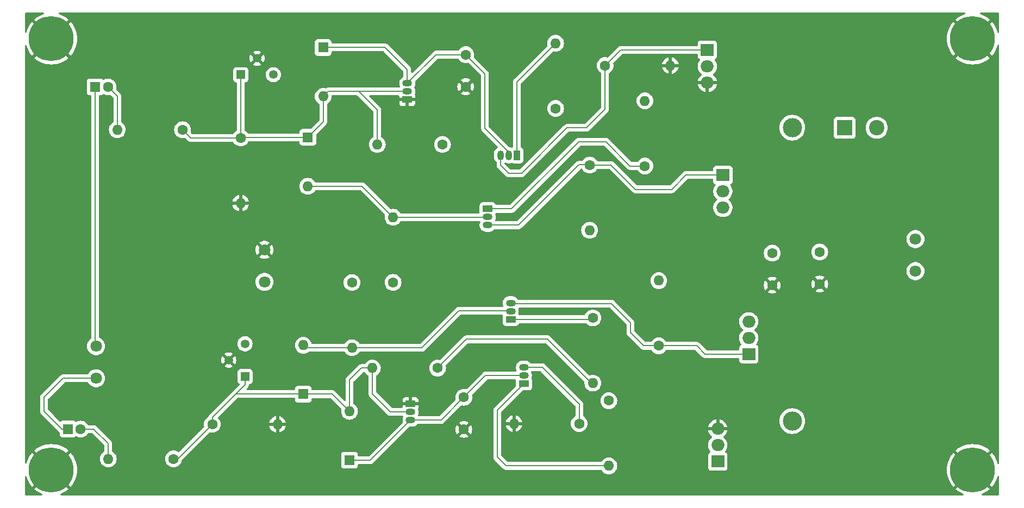
<source format=gbr>
%TF.GenerationSoftware,KiCad,Pcbnew,8.0.1*%
%TF.CreationDate,2024-09-17T13:26:04-07:00*%
%TF.ProjectId,Dorr_Amp_REV-,446f7272-5f41-46d7-905f-5245562d2e6b,-*%
%TF.SameCoordinates,Original*%
%TF.FileFunction,Copper,L1,Top*%
%TF.FilePolarity,Positive*%
%FSLAX46Y46*%
G04 Gerber Fmt 4.6, Leading zero omitted, Abs format (unit mm)*
G04 Created by KiCad (PCBNEW 8.0.1) date 2024-09-17 13:26:04*
%MOMM*%
%LPD*%
G01*
G04 APERTURE LIST*
%TA.AperFunction,ComponentPad*%
%ADD10R,1.050000X1.500000*%
%TD*%
%TA.AperFunction,ComponentPad*%
%ADD11O,1.050000X1.500000*%
%TD*%
%TA.AperFunction,ComponentPad*%
%ADD12C,1.600000*%
%TD*%
%TA.AperFunction,ComponentPad*%
%ADD13O,1.600000X1.600000*%
%TD*%
%TA.AperFunction,ComponentPad*%
%ADD14C,3.000000*%
%TD*%
%TA.AperFunction,ComponentPad*%
%ADD15C,7.000000*%
%TD*%
%TA.AperFunction,ComponentPad*%
%ADD16C,1.803400*%
%TD*%
%TA.AperFunction,ComponentPad*%
%ADD17R,1.600000X1.600000*%
%TD*%
%TA.AperFunction,ComponentPad*%
%ADD18R,2.000000X1.905000*%
%TD*%
%TA.AperFunction,ComponentPad*%
%ADD19O,2.000000X1.905000*%
%TD*%
%TA.AperFunction,ComponentPad*%
%ADD20R,1.346200X1.346200*%
%TD*%
%TA.AperFunction,ComponentPad*%
%ADD21C,1.346200*%
%TD*%
%TA.AperFunction,ComponentPad*%
%ADD22R,1.500000X1.050000*%
%TD*%
%TA.AperFunction,ComponentPad*%
%ADD23O,1.500000X1.050000*%
%TD*%
%TA.AperFunction,ComponentPad*%
%ADD24R,2.400000X2.400000*%
%TD*%
%TA.AperFunction,ComponentPad*%
%ADD25C,2.400000*%
%TD*%
%TA.AperFunction,ViaPad*%
%ADD26C,0.600000*%
%TD*%
%TA.AperFunction,Conductor*%
%ADD27C,0.200000*%
%TD*%
G04 APERTURE END LIST*
D10*
%TO.P,Q8,1,E*%
%TO.N,Net-(Q10-C)*%
X115570000Y-85344000D03*
D11*
%TO.P,Q8,2,B*%
%TO.N,Net-(D4-K)*%
X114300000Y-85344000D03*
%TO.P,Q8,3,C*%
%TO.N,Net-(Q10-B)*%
X113030000Y-85344000D03*
%TD*%
D12*
%TO.P,R8,1*%
%TO.N,Net-(D1-K)*%
X68120000Y-127265000D03*
D13*
%TO.P,R8,2*%
%TO.N,GND*%
X78280000Y-127265000D03*
%TD*%
D12*
%TO.P,R14,1*%
%TO.N,Net-(C8-Pad1)*%
X103980000Y-83665000D03*
D13*
%TO.P,R14,2*%
%TO.N,Net-(D3-K)*%
X93820000Y-83665000D03*
%TD*%
D14*
%TO.P,TP1,1,1*%
%TO.N,Net-(J1-Pin_2)*%
X158465800Y-126764800D03*
%TD*%
D12*
%TO.P,R12,1*%
%TO.N,Net-(D3-K)*%
X72542400Y-82651600D03*
D13*
%TO.P,R12,2*%
%TO.N,GND*%
X72542400Y-92811600D03*
%TD*%
D12*
%TO.P,C1,1*%
%TO.N,/18V*%
X155346400Y-100598001D03*
%TO.P,C1,2*%
%TO.N,GND*%
X155346400Y-105598001D03*
%TD*%
D15*
%TO.P,H1,1,1*%
%TO.N,GND*%
X43053000Y-67183000D03*
%TD*%
%TO.P,H3,1,1*%
%TO.N,GND*%
X43053000Y-134366000D03*
%TD*%
D12*
%TO.P,R15,1*%
%TO.N,Net-(Q2-B)*%
X126900000Y-86865000D03*
D13*
%TO.P,R15,2*%
%TO.N,/18V*%
X126900000Y-97025000D03*
%TD*%
D16*
%TO.P,J3,1,Pin_1*%
%TO.N,/18V*%
X76250800Y-105079800D03*
%TO.P,J3,2,Pin_2*%
%TO.N,GND*%
X76250800Y-100079800D03*
%TD*%
D15*
%TO.P,H4,1,1*%
%TO.N,GND*%
X186563000Y-134366000D03*
%TD*%
%TO.P,H2,1,1*%
%TO.N,GND*%
X186563000Y-67183000D03*
%TD*%
D12*
%TO.P,R3,1*%
%TO.N,Net-(Q1-E)*%
X127400000Y-110685000D03*
D13*
%TO.P,R3,2*%
%TO.N,Net-(J1-Pin_2)*%
X127400000Y-120845000D03*
%TD*%
D17*
%TO.P,C3,1*%
%TO.N,Net-(J2-Pin_1)*%
X45625000Y-128016000D03*
D12*
%TO.P,C3,2*%
%TO.N,Net-(C3-Pad2)*%
X47625000Y-128016000D03*
%TD*%
D18*
%TO.P,Q9,1,B*%
%TO.N,Net-(Q1-C)*%
X151700000Y-116345000D03*
D19*
%TO.P,Q9,2,C*%
%TO.N,Net-(Q1-E)*%
X151700000Y-113805000D03*
%TO.P,Q9,3,E*%
%TO.N,/18V*%
X151700000Y-111265000D03*
%TD*%
D20*
%TO.P,R11,1*%
%TO.N,Net-(D3-K)*%
X72560000Y-72782400D03*
D21*
%TO.P,R11,2*%
%TO.N,GND*%
X75100000Y-70242400D03*
%TO.P,R11,3*%
%TO.N,N/C*%
X77640000Y-72782400D03*
%TD*%
D12*
%TO.P,R2,1*%
%TO.N,Net-(Q1-C)*%
X137668000Y-115036600D03*
D13*
%TO.P,R2,2*%
%TO.N,/18V*%
X137668000Y-104876600D03*
%TD*%
D17*
%TO.P,C5,1*%
%TO.N,Net-(J2-Pin_2)*%
X49880800Y-74694800D03*
D12*
%TO.P,C5,2*%
%TO.N,Net-(C5-Pad2)*%
X51880800Y-74694800D03*
%TD*%
D22*
%TO.P,Q6,1,E*%
%TO.N,GND*%
X98500000Y-76665000D03*
D23*
%TO.P,Q6,2,B*%
%TO.N,Net-(D3-K)*%
X98500000Y-75395000D03*
%TO.P,Q6,3,C*%
%TO.N,Net-(D4-K)*%
X98500000Y-74125000D03*
%TD*%
D17*
%TO.P,D3,1,K*%
%TO.N,Net-(D3-K)*%
X83000000Y-82555000D03*
D13*
%TO.P,D3,2,A*%
%TO.N,Net-(D3-A)*%
X83000000Y-90175000D03*
%TD*%
D12*
%TO.P,C6,1*%
%TO.N,Net-(D4-K)*%
X107600000Y-69665000D03*
%TO.P,C6,2*%
%TO.N,GND*%
X107600000Y-74665000D03*
%TD*%
%TO.P,R10,1*%
%TO.N,Net-(D3-K)*%
X63480000Y-81365000D03*
D13*
%TO.P,R10,2*%
%TO.N,Net-(C5-Pad2)*%
X53320000Y-81365000D03*
%TD*%
D18*
%TO.P,Q5,1,B*%
%TO.N,Net-(Q4-C)*%
X146862800Y-133045200D03*
D19*
%TO.P,Q5,2,C*%
%TO.N,Net-(Q4-E)*%
X146862800Y-130505200D03*
%TO.P,Q5,3,E*%
%TO.N,GND*%
X146862800Y-127965200D03*
%TD*%
D12*
%TO.P,C4,1*%
%TO.N,Net-(D2-K)*%
X107300000Y-123065000D03*
%TO.P,C4,2*%
%TO.N,GND*%
X107300000Y-128065000D03*
%TD*%
%TO.P,R6,1*%
%TO.N,Net-(D1-K)*%
X62080000Y-132665000D03*
D13*
%TO.P,R6,2*%
%TO.N,Net-(C3-Pad2)*%
X51920000Y-132665000D03*
%TD*%
D18*
%TO.P,Q10,1,B*%
%TO.N,Net-(Q10-B)*%
X145237200Y-68935600D03*
D19*
%TO.P,Q10,2,C*%
%TO.N,Net-(Q10-C)*%
X145237200Y-71475600D03*
%TO.P,Q10,3,E*%
%TO.N,GND*%
X145237200Y-74015600D03*
%TD*%
D12*
%TO.P,C7,1*%
%TO.N,/18V*%
X162745600Y-100418201D03*
%TO.P,C7,2*%
%TO.N,GND*%
X162745600Y-105418201D03*
%TD*%
%TO.P,R16,1*%
%TO.N,Net-(Q10-B)*%
X129320000Y-71365000D03*
D13*
%TO.P,R16,2*%
%TO.N,GND*%
X139480000Y-71365000D03*
%TD*%
D17*
%TO.P,D1,1,K*%
%TO.N,Net-(D1-K)*%
X82300000Y-122575000D03*
D13*
%TO.P,D1,2,A*%
%TO.N,Net-(D1-A)*%
X82300000Y-114955000D03*
%TD*%
D12*
%TO.P,R9,1*%
%TO.N,Net-(Q4-C)*%
X125280000Y-127165000D03*
D13*
%TO.P,R9,2*%
%TO.N,GND*%
X115120000Y-127165000D03*
%TD*%
D16*
%TO.P,J1,1,Pin_1*%
%TO.N,Net-(J1-Pin_1)*%
X177647599Y-98401500D03*
%TO.P,J1,2,Pin_2*%
%TO.N,Net-(J1-Pin_2)*%
X177647599Y-103401500D03*
%TD*%
D12*
%TO.P,R18,1*%
%TO.N,Net-(C8-Pad1)*%
X121600000Y-78045000D03*
D13*
%TO.P,R18,2*%
%TO.N,Net-(Q10-C)*%
X121600000Y-67885000D03*
%TD*%
D20*
%TO.P,R7,1*%
%TO.N,Net-(D1-K)*%
X73217400Y-119805000D03*
D21*
%TO.P,R7,2*%
%TO.N,GND*%
X70677400Y-117265000D03*
%TO.P,R7,3*%
%TO.N,N/C*%
X73217400Y-114725000D03*
%TD*%
D22*
%TO.P,Q1,1,E*%
%TO.N,Net-(Q1-E)*%
X114609200Y-110896400D03*
D23*
%TO.P,Q1,2,B*%
%TO.N,Net-(D1-A)*%
X114609200Y-109626400D03*
%TO.P,Q1,3,C*%
%TO.N,Net-(Q1-C)*%
X114609200Y-108356400D03*
%TD*%
D12*
%TO.P,R17,1*%
%TO.N,Net-(Q2-C)*%
X135509000Y-87020400D03*
D13*
%TO.P,R17,2*%
%TO.N,Net-(C8-Pad1)*%
X135509000Y-76860400D03*
%TD*%
D14*
%TO.P,TP2,1,1*%
%TO.N,Net-(C8-Pad1)*%
X158465800Y-81044800D03*
%TD*%
D12*
%TO.P,R1,1*%
%TO.N,/18V*%
X89885800Y-105174800D03*
D13*
%TO.P,R1,2*%
%TO.N,Net-(D1-A)*%
X89885800Y-115334800D03*
%TD*%
D22*
%TO.P,Q7,1,E*%
%TO.N,Net-(Q2-C)*%
X111019000Y-93700600D03*
D23*
%TO.P,Q7,2,B*%
%TO.N,Net-(D3-A)*%
X111019000Y-94970600D03*
%TO.P,Q7,3,C*%
%TO.N,Net-(Q2-B)*%
X111019000Y-96240600D03*
%TD*%
D16*
%TO.P,J2,1,Pin_1*%
%TO.N,Net-(J2-Pin_1)*%
X50007800Y-120096400D03*
%TO.P,J2,2,Pin_2*%
%TO.N,Net-(J2-Pin_2)*%
X50007800Y-115096400D03*
%TD*%
D17*
%TO.P,D4,1,K*%
%TO.N,Net-(D4-K)*%
X85400000Y-68555000D03*
D13*
%TO.P,D4,2,A*%
%TO.N,Net-(D3-K)*%
X85400000Y-76175000D03*
%TD*%
D22*
%TO.P,Q3,1,E*%
%TO.N,GND*%
X99000000Y-124065000D03*
D23*
%TO.P,Q3,2,B*%
%TO.N,Net-(D1-K)*%
X99000000Y-125335000D03*
%TO.P,Q3,3,C*%
%TO.N,Net-(D2-K)*%
X99000000Y-126605000D03*
%TD*%
D24*
%TO.P,C8,1*%
%TO.N,Net-(C8-Pad1)*%
X166626041Y-81065000D03*
D25*
%TO.P,C8,2*%
%TO.N,Net-(J1-Pin_1)*%
X171626041Y-81065000D03*
%TD*%
D23*
%TO.P,Q4,3,C*%
%TO.N,Net-(Q4-C)*%
X116660000Y-118395000D03*
%TO.P,Q4,2,B*%
%TO.N,Net-(D2-K)*%
X116660000Y-119665000D03*
D22*
%TO.P,Q4,1,E*%
%TO.N,Net-(Q4-E)*%
X116660000Y-120935000D03*
%TD*%
D12*
%TO.P,R13,1*%
%TO.N,/18V*%
X96291400Y-105156000D03*
D13*
%TO.P,R13,2*%
%TO.N,Net-(D3-A)*%
X96291400Y-94996000D03*
%TD*%
D12*
%TO.P,R5,1*%
%TO.N,Net-(J1-Pin_2)*%
X129890800Y-123589800D03*
D13*
%TO.P,R5,2*%
%TO.N,Net-(Q4-E)*%
X129890800Y-133749800D03*
%TD*%
D12*
%TO.P,R4,1*%
%TO.N,Net-(J1-Pin_2)*%
X103220800Y-118509800D03*
D13*
%TO.P,R4,2*%
%TO.N,Net-(D1-K)*%
X93060800Y-118509800D03*
%TD*%
D17*
%TO.P,D2,1,K*%
%TO.N,Net-(D2-K)*%
X89500000Y-132875000D03*
D13*
%TO.P,D2,2,A*%
%TO.N,Net-(D1-K)*%
X89500000Y-125255000D03*
%TD*%
D18*
%TO.P,Q2,1,B*%
%TO.N,Net-(Q2-B)*%
X147655000Y-88425000D03*
D19*
%TO.P,Q2,2,C*%
%TO.N,Net-(Q2-C)*%
X147655000Y-90965000D03*
%TO.P,Q2,3,E*%
%TO.N,/18V*%
X147655000Y-93505000D03*
%TD*%
D26*
%TO.N,GND*%
X62200000Y-73565000D03*
X162400000Y-68365000D03*
X175000000Y-123865000D03*
X59200000Y-98165000D03*
X142000000Y-117865000D03*
X144400000Y-86465000D03*
%TD*%
D27*
%TO.N,Net-(Q2-B)*%
X139662200Y-90665000D02*
X141909800Y-88417400D01*
X134048200Y-90665000D02*
X139662200Y-90665000D01*
X130248200Y-86865000D02*
X134048200Y-90665000D01*
X126900000Y-86865000D02*
X130248200Y-86865000D01*
%TO.N,Net-(D4-K)*%
X98500000Y-74125000D02*
X98500000Y-72007800D01*
X98500000Y-72007800D02*
X95021400Y-68529200D01*
X95021400Y-68529200D02*
X85425800Y-68529200D01*
X85425800Y-68529200D02*
X85400000Y-68555000D01*
%TO.N,Net-(D1-K)*%
X73217400Y-121118000D02*
X73217400Y-119805000D01*
X71831200Y-122504200D02*
X73217400Y-121118000D01*
%TO.N,Net-(Q10-B)*%
X116300000Y-88165000D02*
X114300000Y-88165000D01*
X123400000Y-81065000D02*
X116300000Y-88165000D01*
X126400000Y-81065000D02*
X123400000Y-81065000D01*
X114300000Y-88165000D02*
X113030000Y-86895000D01*
X129320000Y-78145000D02*
X126400000Y-81065000D01*
X113030000Y-86895000D02*
X113030000Y-85344000D01*
X129320000Y-71365000D02*
X129320000Y-78145000D01*
%TO.N,Net-(Q2-C)*%
X133223000Y-87020400D02*
X135509000Y-87020400D01*
X129438400Y-83235800D02*
X133223000Y-87020400D01*
X125229200Y-83235800D02*
X129438400Y-83235800D01*
X114764400Y-93700600D02*
X125229200Y-83235800D01*
X111019000Y-93700600D02*
X114764400Y-93700600D01*
%TO.N,Net-(D4-K)*%
X110600000Y-81165000D02*
X110600000Y-72665000D01*
X114300000Y-84865000D02*
X110600000Y-81165000D01*
X110600000Y-72665000D02*
X107600000Y-69665000D01*
X114300000Y-85344000D02*
X114300000Y-84865000D01*
%TO.N,Net-(Q4-E)*%
X112500000Y-132365000D02*
X113884800Y-133749800D01*
X113884800Y-133749800D02*
X129890800Y-133749800D01*
X116660000Y-120935000D02*
X112500000Y-125095000D01*
X112500000Y-125095000D02*
X112500000Y-132365000D01*
%TO.N,Net-(Q4-C)*%
X125280000Y-124145000D02*
X125280000Y-127165000D01*
X119530000Y-118395000D02*
X125280000Y-124145000D01*
X116660000Y-118395000D02*
X119530000Y-118395000D01*
%TO.N,Net-(D2-K)*%
X110700000Y-119665000D02*
X116660000Y-119665000D01*
X107300000Y-123065000D02*
X110700000Y-119665000D01*
%TO.N,Net-(Q1-C)*%
X114609200Y-108356400D02*
X114736200Y-108483400D01*
X135305800Y-115036600D02*
X137668000Y-115036600D01*
X114736200Y-108483400D02*
X130327400Y-108483400D01*
X130327400Y-108483400D02*
X133248400Y-111404400D01*
X133248400Y-111404400D02*
X133248400Y-112979200D01*
X133248400Y-112979200D02*
X135305800Y-115036600D01*
%TO.N,Net-(J2-Pin_1)*%
X41910000Y-125230112D02*
X44695888Y-128016000D01*
X50007800Y-120096400D02*
X44876600Y-120096400D01*
X44876600Y-120096400D02*
X41910000Y-123063000D01*
X41910000Y-123063000D02*
X41910000Y-125230112D01*
X44695888Y-128016000D02*
X45625000Y-128016000D01*
%TO.N,Net-(D1-K)*%
X95870000Y-125335000D02*
X93060800Y-122525800D01*
X99000000Y-125335000D02*
X95870000Y-125335000D01*
X93060800Y-122525800D02*
X93060800Y-118509800D01*
X91355200Y-118509800D02*
X93060800Y-118509800D01*
X89500000Y-125255000D02*
X89500000Y-120365000D01*
X89500000Y-120365000D02*
X91355200Y-118509800D01*
%TO.N,Net-(Q10-B)*%
X145237200Y-68935600D02*
X131749400Y-68935600D01*
X131749400Y-68935600D02*
X129320000Y-71365000D01*
%TO.N,Net-(D4-K)*%
X102960000Y-69665000D02*
X98500000Y-74125000D01*
X107600000Y-69665000D02*
X102960000Y-69665000D01*
%TO.N,Net-(Q10-C)*%
X115570000Y-85344000D02*
X115570000Y-73915000D01*
X115570000Y-73915000D02*
X121600000Y-67885000D01*
%TO.N,Net-(D3-K)*%
X85400000Y-76175000D02*
X85400000Y-80155000D01*
X85400000Y-80155000D02*
X83000000Y-82555000D01*
X83000000Y-82555000D02*
X72639000Y-82555000D01*
X93820000Y-78283000D02*
X90932000Y-75395000D01*
X72542400Y-82651600D02*
X64766600Y-82651600D01*
X98500000Y-75395000D02*
X90932000Y-75395000D01*
X72639000Y-82555000D02*
X72542400Y-82651600D01*
X93820000Y-83665000D02*
X93820000Y-78283000D01*
X72542400Y-82651600D02*
X72542400Y-72800000D01*
X90932000Y-75395000D02*
X86180000Y-75395000D01*
X86180000Y-75395000D02*
X85400000Y-76175000D01*
X64766600Y-82651600D02*
X63480000Y-81365000D01*
X72542400Y-72800000D02*
X72560000Y-72782400D01*
%TO.N,Net-(D3-A)*%
X96291400Y-94996000D02*
X110993600Y-94996000D01*
X96291400Y-94996000D02*
X91470400Y-90175000D01*
X110993600Y-94996000D02*
X111019000Y-94970600D01*
X91470400Y-90175000D02*
X83000000Y-90175000D01*
%TO.N,Net-(C5-Pad2)*%
X53320000Y-76134000D02*
X51880800Y-74694800D01*
X53320000Y-81365000D02*
X53320000Y-76134000D01*
%TO.N,Net-(D1-K)*%
X82300000Y-122575000D02*
X86820000Y-122575000D01*
X86820000Y-122575000D02*
X89500000Y-125255000D01*
X68120000Y-126215400D02*
X71831200Y-122504200D01*
X62080000Y-132665000D02*
X62720000Y-132665000D01*
X71831200Y-122504200D02*
X82229200Y-122504200D01*
X68120000Y-127265000D02*
X68120000Y-126215400D01*
X82229200Y-122504200D02*
X82300000Y-122575000D01*
X62720000Y-132665000D02*
X68120000Y-127265000D01*
%TO.N,Net-(C3-Pad2)*%
X51920000Y-130279000D02*
X51920000Y-132665000D01*
X47625000Y-128016000D02*
X49657000Y-128016000D01*
X49657000Y-128016000D02*
X51920000Y-130279000D01*
%TO.N,Net-(D1-A)*%
X106553000Y-109550200D02*
X114533000Y-109550200D01*
X82679800Y-115334800D02*
X89885800Y-115334800D01*
X100768400Y-115334800D02*
X106553000Y-109550200D01*
X82300000Y-114955000D02*
X82679800Y-115334800D01*
X114533000Y-109550200D02*
X114609200Y-109626400D01*
X89885800Y-115334800D02*
X100768400Y-115334800D01*
%TO.N,Net-(Q1-C)*%
X151687000Y-116332000D02*
X151700000Y-116345000D01*
X143586200Y-115036600D02*
X144881600Y-116332000D01*
X137668000Y-115036600D02*
X143586200Y-115036600D01*
X144881600Y-116332000D02*
X151687000Y-116332000D01*
%TO.N,Net-(Q1-E)*%
X151712400Y-113817400D02*
X151700000Y-113805000D01*
X114609200Y-110896400D02*
X127188600Y-110896400D01*
X127188600Y-110896400D02*
X127400000Y-110685000D01*
%TO.N,Net-(Q2-B)*%
X141909800Y-88417400D02*
X147647400Y-88417400D01*
X147647400Y-88417400D02*
X147655000Y-88425000D01*
X111019000Y-96240600D02*
X115824000Y-96240600D01*
X115824000Y-96240600D02*
X125247400Y-86817200D01*
X126852200Y-86817200D02*
X126900000Y-86865000D01*
X125247400Y-86817200D02*
X126852200Y-86817200D01*
%TO.N,Net-(D4-K)*%
X114669600Y-84836000D02*
X114650800Y-84854800D01*
%TO.N,Net-(D2-K)*%
X103760000Y-126605000D02*
X107300000Y-123065000D01*
X89500000Y-132875000D02*
X92730000Y-132875000D01*
X99000000Y-126605000D02*
X103760000Y-126605000D01*
X92730000Y-132875000D02*
X99000000Y-126605000D01*
%TO.N,Net-(J2-Pin_2)*%
X49880800Y-114969400D02*
X50007800Y-115096400D01*
X49880800Y-74694800D02*
X49880800Y-114969400D01*
%TO.N,Net-(J1-Pin_2)*%
X107710000Y-114020600D02*
X120345200Y-114020600D01*
X103220800Y-118509800D02*
X107710000Y-114020600D01*
X127169600Y-120845000D02*
X127400000Y-120845000D01*
X120345200Y-114020600D02*
X127169600Y-120845000D01*
%TD*%
%TA.AperFunction,Conductor*%
%TO.N,GND*%
G36*
X39156503Y-135364996D02*
G01*
X39194277Y-135423774D01*
X39195584Y-135428580D01*
X39220623Y-135528545D01*
X39220624Y-135528548D01*
X39353016Y-135898559D01*
X39353023Y-135898575D01*
X39521062Y-136253864D01*
X39723109Y-136590958D01*
X39957228Y-136906632D01*
X40053068Y-137012376D01*
X40053069Y-137012376D01*
X41651381Y-135414064D01*
X41734457Y-135522331D01*
X41896669Y-135684543D01*
X42004934Y-135767617D01*
X40406622Y-137365929D01*
X40406622Y-137365930D01*
X40512367Y-137461771D01*
X40828041Y-137695890D01*
X41165135Y-137897937D01*
X41520423Y-138065976D01*
X41583508Y-138088548D01*
X41639997Y-138129667D01*
X41665289Y-138194799D01*
X41651352Y-138263264D01*
X41602613Y-138313327D01*
X41541734Y-138329300D01*
X39075300Y-138329300D01*
X39008261Y-138309615D01*
X38962506Y-138256811D01*
X38951300Y-138205300D01*
X38951300Y-135458709D01*
X38970985Y-135391670D01*
X39023789Y-135345915D01*
X39092947Y-135335971D01*
X39156503Y-135364996D01*
G37*
%TD.AperFunction*%
%TA.AperFunction,Conductor*%
G36*
X185368629Y-63149985D02*
G01*
X185414384Y-63202789D01*
X185424328Y-63271947D01*
X185395303Y-63335503D01*
X185343364Y-63371051D01*
X185030440Y-63483016D01*
X185030424Y-63483023D01*
X184675135Y-63651062D01*
X184338041Y-63853109D01*
X184022368Y-64087228D01*
X183916622Y-64183069D01*
X185514934Y-65781381D01*
X185406669Y-65864457D01*
X185244457Y-66026669D01*
X185161381Y-66134934D01*
X183563069Y-64536622D01*
X183467228Y-64642368D01*
X183233109Y-64958041D01*
X183031062Y-65295135D01*
X182863023Y-65650424D01*
X182863016Y-65650440D01*
X182730625Y-66020450D01*
X182635129Y-66401691D01*
X182577461Y-66790449D01*
X182558176Y-67183000D01*
X182577461Y-67575550D01*
X182635129Y-67964308D01*
X182730625Y-68345549D01*
X182863016Y-68715559D01*
X182863023Y-68715575D01*
X183031062Y-69070864D01*
X183233109Y-69407958D01*
X183467228Y-69723632D01*
X183563068Y-69829376D01*
X183563069Y-69829376D01*
X185161380Y-68231064D01*
X185244457Y-68339331D01*
X185406669Y-68501543D01*
X185514934Y-68584617D01*
X183916622Y-70182929D01*
X183916622Y-70182930D01*
X184022367Y-70278771D01*
X184338041Y-70512890D01*
X184675135Y-70714937D01*
X185030424Y-70882976D01*
X185030440Y-70882983D01*
X185400450Y-71015374D01*
X185781691Y-71110870D01*
X186170449Y-71168538D01*
X186563000Y-71187823D01*
X186955550Y-71168538D01*
X187344308Y-71110870D01*
X187725549Y-71015374D01*
X188095559Y-70882983D01*
X188095575Y-70882976D01*
X188450864Y-70714937D01*
X188787958Y-70512890D01*
X189103632Y-70278770D01*
X189209376Y-70182929D01*
X187611065Y-68584618D01*
X187719331Y-68501543D01*
X187881543Y-68339331D01*
X187964618Y-68231065D01*
X189562929Y-69829376D01*
X189658770Y-69723632D01*
X189892890Y-69407958D01*
X190094937Y-69070864D01*
X190262976Y-68715575D01*
X190262983Y-68715559D01*
X190395375Y-68345548D01*
X190395376Y-68345545D01*
X190436016Y-68183301D01*
X190471400Y-68123053D01*
X190533739Y-68091500D01*
X190603241Y-68098658D01*
X190657839Y-68142256D01*
X190680200Y-68208451D01*
X190680300Y-68213430D01*
X190680300Y-133335569D01*
X190660615Y-133402608D01*
X190607811Y-133448363D01*
X190538653Y-133458307D01*
X190475097Y-133429282D01*
X190437323Y-133370504D01*
X190436016Y-133365699D01*
X190395374Y-133203450D01*
X190262983Y-132833440D01*
X190262976Y-132833424D01*
X190094937Y-132478135D01*
X189892890Y-132141041D01*
X189658771Y-131825367D01*
X189562930Y-131719622D01*
X189562929Y-131719622D01*
X187964617Y-133317934D01*
X187881543Y-133209669D01*
X187719331Y-133047457D01*
X187611065Y-132964381D01*
X189209376Y-131366069D01*
X189209376Y-131366068D01*
X189103632Y-131270228D01*
X188787958Y-131036109D01*
X188450864Y-130834062D01*
X188095575Y-130666023D01*
X188095559Y-130666016D01*
X187725549Y-130533625D01*
X187344308Y-130438129D01*
X186955550Y-130380461D01*
X186563000Y-130361176D01*
X186170449Y-130380461D01*
X185781691Y-130438129D01*
X185400450Y-130533625D01*
X185030440Y-130666016D01*
X185030424Y-130666023D01*
X184675135Y-130834062D01*
X184338041Y-131036109D01*
X184022368Y-131270228D01*
X183916622Y-131366069D01*
X185514934Y-132964381D01*
X185406669Y-133047457D01*
X185244457Y-133209669D01*
X185161381Y-133317934D01*
X183563069Y-131719622D01*
X183467228Y-131825368D01*
X183233109Y-132141041D01*
X183031062Y-132478135D01*
X182863023Y-132833424D01*
X182863016Y-132833440D01*
X182730625Y-133203450D01*
X182635129Y-133584691D01*
X182577461Y-133973449D01*
X182558176Y-134366000D01*
X182577461Y-134758550D01*
X182635129Y-135147308D01*
X182730625Y-135528549D01*
X182863016Y-135898559D01*
X182863023Y-135898575D01*
X183031062Y-136253864D01*
X183233109Y-136590958D01*
X183467228Y-136906632D01*
X183563068Y-137012376D01*
X183563069Y-137012376D01*
X185161380Y-135414064D01*
X185244457Y-135522331D01*
X185406669Y-135684543D01*
X185514934Y-135767617D01*
X183916622Y-137365929D01*
X183916622Y-137365930D01*
X184022367Y-137461771D01*
X184338041Y-137695890D01*
X184675135Y-137897937D01*
X185030423Y-138065976D01*
X185093508Y-138088548D01*
X185149997Y-138129667D01*
X185175289Y-138194799D01*
X185161352Y-138263264D01*
X185112613Y-138313327D01*
X185051734Y-138329300D01*
X44564266Y-138329300D01*
X44497227Y-138309615D01*
X44451472Y-138256811D01*
X44441528Y-138187653D01*
X44470553Y-138124097D01*
X44522492Y-138088548D01*
X44585576Y-138065976D01*
X44940864Y-137897937D01*
X45277958Y-137695890D01*
X45593632Y-137461770D01*
X45699376Y-137365929D01*
X44101065Y-135767618D01*
X44209331Y-135684543D01*
X44371543Y-135522331D01*
X44454618Y-135414065D01*
X46052929Y-137012376D01*
X46148770Y-136906632D01*
X46382890Y-136590958D01*
X46584937Y-136253864D01*
X46752976Y-135898575D01*
X46752983Y-135898559D01*
X46885374Y-135528549D01*
X46980870Y-135147308D01*
X47038538Y-134758550D01*
X47057823Y-134366000D01*
X47038538Y-133973449D01*
X46980870Y-133584691D01*
X46885374Y-133203450D01*
X46752983Y-132833440D01*
X46752976Y-132833424D01*
X46584937Y-132478135D01*
X46382890Y-132141041D01*
X46148771Y-131825367D01*
X46052930Y-131719622D01*
X46052929Y-131719622D01*
X44454617Y-133317934D01*
X44371543Y-133209669D01*
X44209331Y-133047457D01*
X44101065Y-132964381D01*
X45699376Y-131366069D01*
X45699376Y-131366068D01*
X45593632Y-131270228D01*
X45277958Y-131036109D01*
X44940864Y-130834062D01*
X44585575Y-130666023D01*
X44585559Y-130666016D01*
X44215549Y-130533625D01*
X43834308Y-130438129D01*
X43445550Y-130380461D01*
X43053000Y-130361176D01*
X42660449Y-130380461D01*
X42271691Y-130438129D01*
X41890450Y-130533625D01*
X41520440Y-130666016D01*
X41520424Y-130666023D01*
X41165135Y-130834062D01*
X40828041Y-131036109D01*
X40512368Y-131270228D01*
X40406622Y-131366069D01*
X42004934Y-132964381D01*
X41896669Y-133047457D01*
X41734457Y-133209669D01*
X41651381Y-133317934D01*
X40053069Y-131719622D01*
X39957228Y-131825368D01*
X39723109Y-132141041D01*
X39521062Y-132478135D01*
X39353023Y-132833424D01*
X39353016Y-132833440D01*
X39220625Y-133203450D01*
X39195584Y-133303420D01*
X39160200Y-133363667D01*
X39097861Y-133395220D01*
X39028359Y-133388062D01*
X38973760Y-133344464D01*
X38951400Y-133278269D01*
X38951300Y-133273290D01*
X38951300Y-125309166D01*
X41309498Y-125309166D01*
X41309499Y-125309169D01*
X41332523Y-125395096D01*
X41350424Y-125461899D01*
X41361715Y-125481455D01*
X41361716Y-125481457D01*
X41429477Y-125598824D01*
X41429481Y-125598829D01*
X41548349Y-125717697D01*
X41548355Y-125717702D01*
X44288181Y-128457529D01*
X44321666Y-128518852D01*
X44324500Y-128545210D01*
X44324500Y-128863869D01*
X44324501Y-128863876D01*
X44330908Y-128923483D01*
X44381202Y-129058328D01*
X44381206Y-129058335D01*
X44467452Y-129173544D01*
X44467455Y-129173547D01*
X44582664Y-129259793D01*
X44582671Y-129259797D01*
X44717517Y-129310091D01*
X44717516Y-129310091D01*
X44724444Y-129310835D01*
X44777127Y-129316500D01*
X46472872Y-129316499D01*
X46532483Y-129310091D01*
X46667331Y-129259796D01*
X46782546Y-129173546D01*
X46789051Y-129164856D01*
X46844982Y-129122984D01*
X46914673Y-129117997D01*
X46959442Y-129137589D01*
X46972264Y-129146567D01*
X46972266Y-129146568D01*
X47178504Y-129242739D01*
X47398308Y-129301635D01*
X47560230Y-129315801D01*
X47624998Y-129321468D01*
X47625000Y-129321468D01*
X47625002Y-129321468D01*
X47681807Y-129316498D01*
X47851692Y-129301635D01*
X48071496Y-129242739D01*
X48277734Y-129146568D01*
X48464139Y-129016047D01*
X48625047Y-128855139D01*
X48755118Y-128669375D01*
X48809693Y-128625752D01*
X48856692Y-128616500D01*
X49356903Y-128616500D01*
X49423942Y-128636185D01*
X49444584Y-128652819D01*
X51283181Y-130491416D01*
X51316666Y-130552739D01*
X51319500Y-130579097D01*
X51319500Y-131433306D01*
X51299815Y-131500345D01*
X51266623Y-131534881D01*
X51080859Y-131664953D01*
X50919954Y-131825858D01*
X50789432Y-132012265D01*
X50789431Y-132012267D01*
X50693261Y-132218502D01*
X50693258Y-132218511D01*
X50634366Y-132438302D01*
X50634364Y-132438313D01*
X50614532Y-132664998D01*
X50614532Y-132665001D01*
X50634364Y-132891686D01*
X50634366Y-132891697D01*
X50693258Y-133111488D01*
X50693261Y-133111497D01*
X50789431Y-133317732D01*
X50789432Y-133317734D01*
X50919954Y-133504141D01*
X51080858Y-133665045D01*
X51080861Y-133665047D01*
X51267266Y-133795568D01*
X51473504Y-133891739D01*
X51693308Y-133950635D01*
X51855230Y-133964801D01*
X51919998Y-133970468D01*
X51920000Y-133970468D01*
X51920002Y-133970468D01*
X51976673Y-133965509D01*
X52146692Y-133950635D01*
X52366496Y-133891739D01*
X52572734Y-133795568D01*
X52759139Y-133665047D01*
X52920047Y-133504139D01*
X53050568Y-133317734D01*
X53146739Y-133111496D01*
X53205635Y-132891692D01*
X53225468Y-132665001D01*
X60774532Y-132665001D01*
X60794364Y-132891686D01*
X60794366Y-132891697D01*
X60853258Y-133111488D01*
X60853261Y-133111497D01*
X60949431Y-133317732D01*
X60949432Y-133317734D01*
X61079954Y-133504141D01*
X61240858Y-133665045D01*
X61240861Y-133665047D01*
X61427266Y-133795568D01*
X61633504Y-133891739D01*
X61853308Y-133950635D01*
X62015230Y-133964801D01*
X62079998Y-133970468D01*
X62080000Y-133970468D01*
X62080002Y-133970468D01*
X62136673Y-133965509D01*
X62306692Y-133950635D01*
X62526496Y-133891739D01*
X62732734Y-133795568D01*
X62919139Y-133665047D01*
X63080047Y-133504139D01*
X63210568Y-133317734D01*
X63306739Y-133111496D01*
X63365489Y-132892236D01*
X63397579Y-132836654D01*
X67677294Y-128556939D01*
X67738615Y-128523456D01*
X67797066Y-128524847D01*
X67816604Y-128530082D01*
X67893308Y-128550635D01*
X68055230Y-128564801D01*
X68119998Y-128570468D01*
X68120000Y-128570468D01*
X68120002Y-128570468D01*
X68176673Y-128565509D01*
X68346692Y-128550635D01*
X68566496Y-128491739D01*
X68772734Y-128395568D01*
X68959139Y-128265047D01*
X69120047Y-128104139D01*
X69250568Y-127917734D01*
X69346739Y-127711496D01*
X69405635Y-127491692D01*
X69425468Y-127265000D01*
X69424918Y-127258718D01*
X69416682Y-127164576D01*
X69405635Y-127038308D01*
X69399389Y-127014999D01*
X77001127Y-127014999D01*
X77001128Y-127015000D01*
X77964314Y-127015000D01*
X77959920Y-127019394D01*
X77907259Y-127110606D01*
X77880000Y-127212339D01*
X77880000Y-127317661D01*
X77907259Y-127419394D01*
X77959920Y-127510606D01*
X77964314Y-127515000D01*
X77001128Y-127515000D01*
X77053730Y-127711317D01*
X77053734Y-127711326D01*
X77149865Y-127917482D01*
X77280342Y-128103820D01*
X77441179Y-128264657D01*
X77627517Y-128395134D01*
X77833673Y-128491265D01*
X77833682Y-128491269D01*
X78029999Y-128543872D01*
X78030000Y-128543871D01*
X78030000Y-127580686D01*
X78034394Y-127585080D01*
X78125606Y-127637741D01*
X78227339Y-127665000D01*
X78332661Y-127665000D01*
X78434394Y-127637741D01*
X78525606Y-127585080D01*
X78530000Y-127580686D01*
X78530000Y-128543872D01*
X78726317Y-128491269D01*
X78726326Y-128491265D01*
X78932482Y-128395134D01*
X79118820Y-128264657D01*
X79279657Y-128103820D01*
X79410134Y-127917482D01*
X79506265Y-127711326D01*
X79506269Y-127711317D01*
X79558872Y-127515000D01*
X78595686Y-127515000D01*
X78600080Y-127510606D01*
X78652741Y-127419394D01*
X78680000Y-127317661D01*
X78680000Y-127212339D01*
X78652741Y-127110606D01*
X78600080Y-127019394D01*
X78595686Y-127015000D01*
X79558872Y-127015000D01*
X79558872Y-127014999D01*
X79506269Y-126818682D01*
X79506265Y-126818673D01*
X79410134Y-126612517D01*
X79279657Y-126426179D01*
X79118820Y-126265342D01*
X78932482Y-126134865D01*
X78726328Y-126038734D01*
X78530000Y-125986127D01*
X78530000Y-126949314D01*
X78525606Y-126944920D01*
X78434394Y-126892259D01*
X78332661Y-126865000D01*
X78227339Y-126865000D01*
X78125606Y-126892259D01*
X78034394Y-126944920D01*
X78030000Y-126949314D01*
X78030000Y-125986127D01*
X77833671Y-126038734D01*
X77627517Y-126134865D01*
X77441179Y-126265342D01*
X77280342Y-126426179D01*
X77149865Y-126612517D01*
X77053734Y-126818673D01*
X77053730Y-126818682D01*
X77001127Y-127014999D01*
X69399389Y-127014999D01*
X69357443Y-126858452D01*
X69346741Y-126818511D01*
X69346738Y-126818502D01*
X69325148Y-126772202D01*
X69250568Y-126612266D01*
X69120047Y-126425861D01*
X69120045Y-126425858D01*
X69027091Y-126332904D01*
X68993606Y-126271581D01*
X68998590Y-126201889D01*
X69027089Y-126157544D01*
X72043616Y-123141019D01*
X72104939Y-123107534D01*
X72131297Y-123104700D01*
X80875501Y-123104700D01*
X80942540Y-123124385D01*
X80988295Y-123177189D01*
X80999501Y-123228700D01*
X80999501Y-123422876D01*
X81005908Y-123482483D01*
X81056202Y-123617328D01*
X81056206Y-123617335D01*
X81142452Y-123732544D01*
X81142455Y-123732547D01*
X81257664Y-123818793D01*
X81257671Y-123818797D01*
X81392517Y-123869091D01*
X81392516Y-123869091D01*
X81399444Y-123869835D01*
X81452127Y-123875500D01*
X83147872Y-123875499D01*
X83207483Y-123869091D01*
X83342331Y-123818796D01*
X83457546Y-123732546D01*
X83543796Y-123617331D01*
X83594091Y-123482483D01*
X83600500Y-123422873D01*
X83600500Y-123299500D01*
X83620185Y-123232461D01*
X83672989Y-123186706D01*
X83724500Y-123175500D01*
X86519903Y-123175500D01*
X86586942Y-123195185D01*
X86607584Y-123211819D01*
X88208058Y-124812293D01*
X88241543Y-124873616D01*
X88240152Y-124932067D01*
X88214366Y-125028302D01*
X88214364Y-125028313D01*
X88194532Y-125254998D01*
X88194532Y-125255001D01*
X88214364Y-125481686D01*
X88214366Y-125481697D01*
X88273258Y-125701488D01*
X88273261Y-125701497D01*
X88359356Y-125886127D01*
X88369432Y-125907734D01*
X88411757Y-125968181D01*
X88499954Y-126094141D01*
X88660858Y-126255045D01*
X88660861Y-126255047D01*
X88847266Y-126385568D01*
X89053504Y-126481739D01*
X89273308Y-126540635D01*
X89435230Y-126554801D01*
X89499998Y-126560468D01*
X89500000Y-126560468D01*
X89500002Y-126560468D01*
X89556673Y-126555509D01*
X89726692Y-126540635D01*
X89946496Y-126481739D01*
X90152734Y-126385568D01*
X90339139Y-126255047D01*
X90500047Y-126094139D01*
X90630568Y-125907734D01*
X90726739Y-125701496D01*
X90785635Y-125481692D01*
X90805468Y-125255000D01*
X90804948Y-125249061D01*
X90796374Y-125151051D01*
X90785635Y-125028308D01*
X90733059Y-124832089D01*
X90726741Y-124808511D01*
X90726738Y-124808502D01*
X90630568Y-124602266D01*
X90500047Y-124415861D01*
X90500045Y-124415858D01*
X90339140Y-124254953D01*
X90153377Y-124124881D01*
X90109752Y-124070304D01*
X90100500Y-124023306D01*
X90100500Y-120665097D01*
X90120185Y-120598058D01*
X90136819Y-120577416D01*
X91567616Y-119146619D01*
X91628939Y-119113134D01*
X91655297Y-119110300D01*
X91829108Y-119110300D01*
X91896147Y-119129985D01*
X91930680Y-119163174D01*
X91979010Y-119232197D01*
X92060754Y-119348941D01*
X92221658Y-119509845D01*
X92221661Y-119509847D01*
X92407424Y-119639918D01*
X92451048Y-119694493D01*
X92460300Y-119741492D01*
X92460300Y-122439130D01*
X92460299Y-122439148D01*
X92460299Y-122604854D01*
X92460298Y-122604854D01*
X92499367Y-122750661D01*
X92501223Y-122757585D01*
X92514798Y-122781096D01*
X92520969Y-122791785D01*
X92520971Y-122791788D01*
X92580279Y-122894514D01*
X92580281Y-122894517D01*
X92699149Y-123013385D01*
X92699154Y-123013389D01*
X95501284Y-125815520D01*
X95501286Y-125815521D01*
X95501290Y-125815524D01*
X95623580Y-125886127D01*
X95638216Y-125894577D01*
X95790943Y-125935501D01*
X95790945Y-125935501D01*
X95956654Y-125935501D01*
X95956670Y-125935500D01*
X97757546Y-125935500D01*
X97824585Y-125955185D01*
X97870340Y-126007989D01*
X97880284Y-126077147D01*
X97868350Y-126113535D01*
X97868545Y-126113616D01*
X97867486Y-126116171D01*
X97866900Y-126117960D01*
X97866214Y-126119242D01*
X97788909Y-126305872D01*
X97788907Y-126305880D01*
X97749500Y-126503992D01*
X97749500Y-126706007D01*
X97786385Y-126891442D01*
X97780158Y-126961034D01*
X97752449Y-127003314D01*
X92517584Y-132238181D01*
X92456261Y-132271666D01*
X92429903Y-132274500D01*
X90924499Y-132274500D01*
X90857460Y-132254815D01*
X90811705Y-132202011D01*
X90800499Y-132150500D01*
X90800499Y-132027129D01*
X90800498Y-132027123D01*
X90800497Y-132027116D01*
X90794091Y-131967517D01*
X90750398Y-131850371D01*
X90743797Y-131832671D01*
X90743793Y-131832664D01*
X90657547Y-131717455D01*
X90657544Y-131717452D01*
X90542335Y-131631206D01*
X90542328Y-131631202D01*
X90407482Y-131580908D01*
X90407483Y-131580908D01*
X90347883Y-131574501D01*
X90347881Y-131574500D01*
X90347873Y-131574500D01*
X90347864Y-131574500D01*
X88652129Y-131574500D01*
X88652123Y-131574501D01*
X88592516Y-131580908D01*
X88457671Y-131631202D01*
X88457664Y-131631206D01*
X88342455Y-131717452D01*
X88342452Y-131717455D01*
X88256206Y-131832664D01*
X88256202Y-131832671D01*
X88205908Y-131967517D01*
X88199501Y-132027116D01*
X88199501Y-132027123D01*
X88199500Y-132027135D01*
X88199500Y-133722870D01*
X88199501Y-133722876D01*
X88205908Y-133782483D01*
X88256202Y-133917328D01*
X88256206Y-133917335D01*
X88342452Y-134032544D01*
X88342455Y-134032547D01*
X88457664Y-134118793D01*
X88457671Y-134118797D01*
X88592517Y-134169091D01*
X88592516Y-134169091D01*
X88599444Y-134169835D01*
X88652127Y-134175500D01*
X90347872Y-134175499D01*
X90407483Y-134169091D01*
X90542331Y-134118796D01*
X90657546Y-134032546D01*
X90743796Y-133917331D01*
X90794091Y-133782483D01*
X90800500Y-133722873D01*
X90800500Y-133599500D01*
X90820185Y-133532461D01*
X90872989Y-133486706D01*
X90924500Y-133475500D01*
X92643331Y-133475500D01*
X92643347Y-133475501D01*
X92650943Y-133475501D01*
X92809054Y-133475501D01*
X92809057Y-133475501D01*
X92961785Y-133434577D01*
X93054437Y-133381084D01*
X93098716Y-133355520D01*
X93210520Y-133243716D01*
X93210520Y-133243714D01*
X93220724Y-133233511D01*
X93220727Y-133233506D01*
X98389233Y-128065002D01*
X105995034Y-128065002D01*
X106014858Y-128291599D01*
X106014860Y-128291610D01*
X106073730Y-128511317D01*
X106073735Y-128511331D01*
X106169863Y-128717478D01*
X106220974Y-128790472D01*
X106900000Y-128111446D01*
X106900000Y-128117661D01*
X106927259Y-128219394D01*
X106979920Y-128310606D01*
X107054394Y-128385080D01*
X107145606Y-128437741D01*
X107247339Y-128465000D01*
X107253553Y-128465000D01*
X106574526Y-129144025D01*
X106647513Y-129195132D01*
X106647521Y-129195136D01*
X106853668Y-129291264D01*
X106853682Y-129291269D01*
X107073389Y-129350139D01*
X107073400Y-129350141D01*
X107299998Y-129369966D01*
X107300002Y-129369966D01*
X107526599Y-129350141D01*
X107526610Y-129350139D01*
X107746317Y-129291269D01*
X107746331Y-129291264D01*
X107952478Y-129195136D01*
X108025471Y-129144024D01*
X107346447Y-128465000D01*
X107352661Y-128465000D01*
X107454394Y-128437741D01*
X107545606Y-128385080D01*
X107620080Y-128310606D01*
X107672741Y-128219394D01*
X107700000Y-128117661D01*
X107700000Y-128111447D01*
X108379024Y-128790471D01*
X108430136Y-128717478D01*
X108526264Y-128511331D01*
X108526269Y-128511317D01*
X108585139Y-128291610D01*
X108585141Y-128291599D01*
X108604966Y-128065002D01*
X108604966Y-128064997D01*
X108585141Y-127838400D01*
X108585139Y-127838389D01*
X108526269Y-127618682D01*
X108526264Y-127618668D01*
X108430136Y-127412521D01*
X108430132Y-127412513D01*
X108379025Y-127339526D01*
X107700000Y-128018551D01*
X107700000Y-128012339D01*
X107672741Y-127910606D01*
X107620080Y-127819394D01*
X107545606Y-127744920D01*
X107454394Y-127692259D01*
X107352661Y-127665000D01*
X107346448Y-127665000D01*
X108025472Y-126985974D01*
X107952478Y-126934863D01*
X107746331Y-126838735D01*
X107746317Y-126838730D01*
X107526610Y-126779860D01*
X107526599Y-126779858D01*
X107300002Y-126760034D01*
X107299998Y-126760034D01*
X107073400Y-126779858D01*
X107073389Y-126779860D01*
X106853682Y-126838730D01*
X106853673Y-126838734D01*
X106647516Y-126934866D01*
X106647512Y-126934868D01*
X106574526Y-126985973D01*
X106574526Y-126985974D01*
X107253553Y-127665000D01*
X107247339Y-127665000D01*
X107145606Y-127692259D01*
X107054394Y-127744920D01*
X106979920Y-127819394D01*
X106927259Y-127910606D01*
X106900000Y-128012339D01*
X106900000Y-128018552D01*
X106220974Y-127339526D01*
X106220973Y-127339526D01*
X106169868Y-127412512D01*
X106169866Y-127412516D01*
X106073734Y-127618673D01*
X106073730Y-127618682D01*
X106014860Y-127838389D01*
X106014858Y-127838400D01*
X105995034Y-128064997D01*
X105995034Y-128065002D01*
X98389233Y-128065002D01*
X98787416Y-127666819D01*
X98848739Y-127633334D01*
X98875097Y-127630500D01*
X99326004Y-127630500D01*
X99326005Y-127630499D01*
X99524127Y-127591091D01*
X99710756Y-127513786D01*
X99878718Y-127401558D01*
X100021558Y-127258718D01*
X100021560Y-127258714D01*
X100025422Y-127254010D01*
X100026818Y-127255156D01*
X100073912Y-127215802D01*
X100123397Y-127205500D01*
X103673331Y-127205500D01*
X103673347Y-127205501D01*
X103680943Y-127205501D01*
X103839054Y-127205501D01*
X103839057Y-127205501D01*
X103991785Y-127164577D01*
X104041904Y-127135639D01*
X104128716Y-127085520D01*
X104240520Y-126973716D01*
X104240520Y-126973714D01*
X104250728Y-126963507D01*
X104250730Y-126963504D01*
X106857294Y-124356939D01*
X106918615Y-124323456D01*
X106977066Y-124324847D01*
X106996604Y-124330082D01*
X107073308Y-124350635D01*
X107235230Y-124364801D01*
X107299998Y-124370468D01*
X107300000Y-124370468D01*
X107300002Y-124370468D01*
X107361642Y-124365075D01*
X107526692Y-124350635D01*
X107746496Y-124291739D01*
X107952734Y-124195568D01*
X108139139Y-124065047D01*
X108300047Y-123904139D01*
X108430568Y-123717734D01*
X108526739Y-123511496D01*
X108585635Y-123291692D01*
X108605468Y-123065000D01*
X108585635Y-122838308D01*
X108559847Y-122742066D01*
X108561510Y-122672217D01*
X108591939Y-122622294D01*
X110912416Y-120301819D01*
X110973739Y-120268334D01*
X111000097Y-120265500D01*
X115285500Y-120265500D01*
X115352539Y-120285185D01*
X115398294Y-120337989D01*
X115409500Y-120389500D01*
X115409500Y-121284902D01*
X115389815Y-121351941D01*
X115373181Y-121372583D01*
X112019481Y-124726282D01*
X112019479Y-124726284D01*
X112000482Y-124759190D01*
X111991110Y-124775423D01*
X111958394Y-124832089D01*
X111940596Y-124862916D01*
X111940423Y-124863215D01*
X111899499Y-125015943D01*
X111899499Y-125015945D01*
X111899499Y-125184046D01*
X111899500Y-125184059D01*
X111899500Y-132278330D01*
X111899499Y-132278348D01*
X111899499Y-132444054D01*
X111899498Y-132444054D01*
X111904887Y-132464164D01*
X111940423Y-132596785D01*
X111940424Y-132596786D01*
X111953382Y-132619232D01*
X111953383Y-132619233D01*
X112019475Y-132733709D01*
X112019481Y-132733717D01*
X112138349Y-132852585D01*
X112138355Y-132852590D01*
X113399939Y-134114174D01*
X113399949Y-134114185D01*
X113404279Y-134118515D01*
X113404280Y-134118516D01*
X113516084Y-134230320D01*
X113552422Y-134251299D01*
X113602895Y-134280439D01*
X113602897Y-134280441D01*
X113640951Y-134302411D01*
X113653015Y-134309377D01*
X113805743Y-134350301D01*
X113805746Y-134350301D01*
X113971453Y-134350301D01*
X113971469Y-134350300D01*
X128659108Y-134350300D01*
X128726147Y-134369985D01*
X128760680Y-134403174D01*
X128846280Y-134525424D01*
X128890754Y-134588941D01*
X129051658Y-134749845D01*
X129051661Y-134749847D01*
X129238066Y-134880368D01*
X129444304Y-134976539D01*
X129664108Y-135035435D01*
X129826030Y-135049601D01*
X129890798Y-135055268D01*
X129890800Y-135055268D01*
X129890802Y-135055268D01*
X129947473Y-135050309D01*
X130117492Y-135035435D01*
X130337296Y-134976539D01*
X130543534Y-134880368D01*
X130729939Y-134749847D01*
X130890847Y-134588939D01*
X131021368Y-134402534D01*
X131117539Y-134196296D01*
X131157926Y-134045570D01*
X145362300Y-134045570D01*
X145362301Y-134045576D01*
X145368708Y-134105183D01*
X145419002Y-134240028D01*
X145419006Y-134240035D01*
X145505252Y-134355244D01*
X145505255Y-134355247D01*
X145620464Y-134441493D01*
X145620471Y-134441497D01*
X145755317Y-134491791D01*
X145755316Y-134491791D01*
X145762244Y-134492535D01*
X145814927Y-134498200D01*
X147910672Y-134498199D01*
X147970283Y-134491791D01*
X148105131Y-134441496D01*
X148220346Y-134355246D01*
X148306596Y-134240031D01*
X148356891Y-134105183D01*
X148363300Y-134045573D01*
X148363299Y-132044828D01*
X148356891Y-131985217D01*
X148350289Y-131967517D01*
X148306597Y-131850371D01*
X148306593Y-131850364D01*
X148220347Y-131735155D01*
X148220344Y-131735152D01*
X148105135Y-131648906D01*
X148105128Y-131648902D01*
X148077259Y-131638508D01*
X148021325Y-131596637D01*
X147996908Y-131531173D01*
X148011760Y-131462900D01*
X148020260Y-131449460D01*
X148153017Y-131266738D01*
X148256848Y-131062958D01*
X148327522Y-130845445D01*
X148363300Y-130619554D01*
X148363300Y-130390846D01*
X148327522Y-130164955D01*
X148327521Y-130164951D01*
X148327521Y-130164950D01*
X148256849Y-129947444D01*
X148256848Y-129947442D01*
X148153017Y-129743662D01*
X148018586Y-129558634D01*
X147856866Y-129396914D01*
X147771934Y-129335207D01*
X147729270Y-129279878D01*
X147723291Y-129210264D01*
X147755897Y-129148469D01*
X147771937Y-129134571D01*
X147856539Y-129073105D01*
X148018202Y-128911442D01*
X148152588Y-128726476D01*
X148256382Y-128522770D01*
X148327034Y-128305328D01*
X148341309Y-128215200D01*
X147353548Y-128215200D01*
X147375318Y-128177492D01*
X147412800Y-128037609D01*
X147412800Y-127892791D01*
X147375318Y-127752908D01*
X147353548Y-127715200D01*
X148341309Y-127715200D01*
X148327034Y-127625071D01*
X148256382Y-127407629D01*
X148152588Y-127203923D01*
X148018202Y-127018957D01*
X147856542Y-126857297D01*
X147729232Y-126764801D01*
X156460190Y-126764801D01*
X156480604Y-127050233D01*
X156541428Y-127329837D01*
X156541430Y-127329843D01*
X156541431Y-127329846D01*
X156618129Y-127535480D01*
X156641435Y-127597966D01*
X156778570Y-127849109D01*
X156778575Y-127849117D01*
X156950054Y-128078187D01*
X156950070Y-128078205D01*
X157152394Y-128280529D01*
X157152412Y-128280545D01*
X157381482Y-128452024D01*
X157381490Y-128452029D01*
X157632633Y-128589164D01*
X157632632Y-128589164D01*
X157632636Y-128589165D01*
X157632639Y-128589167D01*
X157900754Y-128689169D01*
X157900760Y-128689170D01*
X157900762Y-128689171D01*
X158180366Y-128749995D01*
X158180368Y-128749995D01*
X158180372Y-128749996D01*
X158434020Y-128768137D01*
X158465799Y-128770410D01*
X158465800Y-128770410D01*
X158465801Y-128770410D01*
X158494395Y-128768364D01*
X158751228Y-128749996D01*
X158900712Y-128717478D01*
X159030837Y-128689171D01*
X159030837Y-128689170D01*
X159030846Y-128689169D01*
X159298961Y-128589167D01*
X159550115Y-128452026D01*
X159779195Y-128280539D01*
X159981539Y-128078195D01*
X160153026Y-127849115D01*
X160290167Y-127597961D01*
X160390169Y-127329846D01*
X160450996Y-127050228D01*
X160470880Y-126772206D01*
X160471410Y-126764801D01*
X160471410Y-126764798D01*
X160467205Y-126706003D01*
X160450996Y-126479372D01*
X160439355Y-126425861D01*
X160390171Y-126199762D01*
X160390170Y-126199760D01*
X160390169Y-126199754D01*
X160290167Y-125931639D01*
X160277114Y-125907735D01*
X160153029Y-125680490D01*
X160153024Y-125680482D01*
X159981545Y-125451412D01*
X159981529Y-125451394D01*
X159779205Y-125249070D01*
X159779187Y-125249054D01*
X159550117Y-125077575D01*
X159550109Y-125077570D01*
X159298966Y-124940435D01*
X159298967Y-124940435D01*
X159124695Y-124875435D01*
X159030846Y-124840431D01*
X159030843Y-124840430D01*
X159030837Y-124840428D01*
X158751233Y-124779604D01*
X158465801Y-124759190D01*
X158465799Y-124759190D01*
X158180366Y-124779604D01*
X157900762Y-124840428D01*
X157632633Y-124940435D01*
X157381490Y-125077570D01*
X157381482Y-125077575D01*
X157152412Y-125249054D01*
X157152394Y-125249070D01*
X156950070Y-125451394D01*
X156950054Y-125451412D01*
X156778575Y-125680482D01*
X156778570Y-125680490D01*
X156641435Y-125931633D01*
X156541428Y-126199762D01*
X156480604Y-126479366D01*
X156460190Y-126764798D01*
X156460190Y-126764801D01*
X147729232Y-126764801D01*
X147671576Y-126722911D01*
X147467868Y-126619117D01*
X147250425Y-126548465D01*
X147250426Y-126548465D01*
X147112800Y-126526667D01*
X147112800Y-127474452D01*
X147075092Y-127452682D01*
X146935209Y-127415200D01*
X146790391Y-127415200D01*
X146650508Y-127452682D01*
X146612800Y-127474452D01*
X146612800Y-126526667D01*
X146475174Y-126548465D01*
X146257731Y-126619117D01*
X146054023Y-126722911D01*
X145869057Y-126857297D01*
X145707397Y-127018957D01*
X145573011Y-127203923D01*
X145469217Y-127407629D01*
X145398565Y-127625071D01*
X145384291Y-127715200D01*
X146372052Y-127715200D01*
X146350282Y-127752908D01*
X146312800Y-127892791D01*
X146312800Y-128037609D01*
X146350282Y-128177492D01*
X146372052Y-128215200D01*
X145384291Y-128215200D01*
X145398565Y-128305328D01*
X145469217Y-128522770D01*
X145573011Y-128726476D01*
X145707397Y-128911442D01*
X145869057Y-129073102D01*
X145869063Y-129073107D01*
X145953663Y-129134572D01*
X145996329Y-129189901D01*
X146002308Y-129259515D01*
X145969703Y-129321310D01*
X145953664Y-129335207D01*
X145868740Y-129396909D01*
X145868731Y-129396916D01*
X145707016Y-129558631D01*
X145707016Y-129558632D01*
X145707014Y-129558634D01*
X145649280Y-129638096D01*
X145572583Y-129743661D01*
X145468750Y-129947444D01*
X145398078Y-130164950D01*
X145398078Y-130164953D01*
X145362300Y-130390846D01*
X145362300Y-130619553D01*
X145398078Y-130845446D01*
X145398078Y-130845449D01*
X145468750Y-131062955D01*
X145468752Y-131062958D01*
X145572583Y-131266738D01*
X145705325Y-131449442D01*
X145728805Y-131515246D01*
X145712980Y-131583300D01*
X145662874Y-131631995D01*
X145648341Y-131638508D01*
X145620470Y-131648903D01*
X145620464Y-131648906D01*
X145505255Y-131735152D01*
X145505252Y-131735155D01*
X145419006Y-131850364D01*
X145419002Y-131850371D01*
X145368708Y-131985217D01*
X145364202Y-132027135D01*
X145362301Y-132044823D01*
X145362300Y-132044835D01*
X145362300Y-134045570D01*
X131157926Y-134045570D01*
X131176435Y-133976492D01*
X131196268Y-133749800D01*
X131193912Y-133722876D01*
X131183118Y-133599500D01*
X131176435Y-133523108D01*
X131126184Y-133335569D01*
X131117541Y-133303311D01*
X131117538Y-133303302D01*
X131028097Y-133111497D01*
X131021368Y-133097066D01*
X130890847Y-132910661D01*
X130890845Y-132910658D01*
X130729941Y-132749754D01*
X130543534Y-132619232D01*
X130543532Y-132619231D01*
X130337297Y-132523061D01*
X130337288Y-132523058D01*
X130117497Y-132464166D01*
X130117493Y-132464165D01*
X130117492Y-132464165D01*
X130117491Y-132464164D01*
X130117486Y-132464164D01*
X129890802Y-132444332D01*
X129890798Y-132444332D01*
X129664113Y-132464164D01*
X129664102Y-132464166D01*
X129444311Y-132523058D01*
X129444302Y-132523061D01*
X129238067Y-132619231D01*
X129238065Y-132619232D01*
X129051658Y-132749754D01*
X128890754Y-132910658D01*
X128814250Y-133019918D01*
X128760681Y-133096424D01*
X128706107Y-133140048D01*
X128659108Y-133149300D01*
X114184897Y-133149300D01*
X114117858Y-133129615D01*
X114097216Y-133112981D01*
X113136819Y-132152584D01*
X113103334Y-132091261D01*
X113100500Y-132064903D01*
X113100500Y-126914999D01*
X113841127Y-126914999D01*
X113841128Y-126915000D01*
X114804314Y-126915000D01*
X114799920Y-126919394D01*
X114747259Y-127010606D01*
X114720000Y-127112339D01*
X114720000Y-127217661D01*
X114747259Y-127319394D01*
X114799920Y-127410606D01*
X114804314Y-127415000D01*
X113841128Y-127415000D01*
X113893730Y-127611317D01*
X113893734Y-127611326D01*
X113989865Y-127817482D01*
X114120342Y-128003820D01*
X114281179Y-128164657D01*
X114467517Y-128295134D01*
X114673673Y-128391265D01*
X114673682Y-128391269D01*
X114869999Y-128443872D01*
X114870000Y-128443871D01*
X114870000Y-127480686D01*
X114874394Y-127485080D01*
X114965606Y-127537741D01*
X115067339Y-127565000D01*
X115172661Y-127565000D01*
X115274394Y-127537741D01*
X115365606Y-127485080D01*
X115370000Y-127480686D01*
X115370000Y-128443872D01*
X115566317Y-128391269D01*
X115566326Y-128391265D01*
X115772482Y-128295134D01*
X115958820Y-128164657D01*
X116119657Y-128003820D01*
X116250134Y-127817482D01*
X116346265Y-127611326D01*
X116346269Y-127611317D01*
X116398872Y-127415000D01*
X115435686Y-127415000D01*
X115440080Y-127410606D01*
X115492741Y-127319394D01*
X115520000Y-127217661D01*
X115520000Y-127112339D01*
X115492741Y-127010606D01*
X115440080Y-126919394D01*
X115435686Y-126915000D01*
X116398872Y-126915000D01*
X116398872Y-126914999D01*
X116346269Y-126718682D01*
X116346265Y-126718673D01*
X116250134Y-126512517D01*
X116119657Y-126326179D01*
X115958820Y-126165342D01*
X115772482Y-126034865D01*
X115566328Y-125938734D01*
X115370000Y-125886127D01*
X115370000Y-126849314D01*
X115365606Y-126844920D01*
X115274394Y-126792259D01*
X115172661Y-126765000D01*
X115067339Y-126765000D01*
X114965606Y-126792259D01*
X114874394Y-126844920D01*
X114870000Y-126849314D01*
X114870000Y-125886127D01*
X114673671Y-125938734D01*
X114467517Y-126034865D01*
X114281179Y-126165342D01*
X114120342Y-126326179D01*
X113989865Y-126512517D01*
X113893734Y-126718673D01*
X113893730Y-126718682D01*
X113841127Y-126914999D01*
X113100500Y-126914999D01*
X113100500Y-125395096D01*
X113120185Y-125328057D01*
X113136814Y-125307420D01*
X116447416Y-121996817D01*
X116508739Y-121963333D01*
X116535097Y-121960499D01*
X117457871Y-121960499D01*
X117457872Y-121960499D01*
X117517483Y-121954091D01*
X117652331Y-121903796D01*
X117767546Y-121817546D01*
X117853796Y-121702331D01*
X117904091Y-121567483D01*
X117910500Y-121507873D01*
X117910499Y-120362128D01*
X117904091Y-120302517D01*
X117897909Y-120285943D01*
X117853797Y-120167671D01*
X117853796Y-120167670D01*
X117853796Y-120167669D01*
X117852967Y-120166562D01*
X117852485Y-120165268D01*
X117849546Y-120159886D01*
X117850319Y-120159463D01*
X117828551Y-120101099D01*
X117837675Y-120044798D01*
X117871089Y-119964132D01*
X117871089Y-119964131D01*
X117871091Y-119964127D01*
X117910500Y-119766003D01*
X117910500Y-119563997D01*
X117871091Y-119365873D01*
X117793786Y-119179244D01*
X117793785Y-119179242D01*
X117793100Y-119177960D01*
X117792943Y-119177210D01*
X117791455Y-119173616D01*
X117792136Y-119173333D01*
X117778853Y-119109558D01*
X117803849Y-119044313D01*
X117860152Y-119002939D01*
X117902454Y-118995500D01*
X119229903Y-118995500D01*
X119296942Y-119015185D01*
X119317584Y-119031819D01*
X124643181Y-124357416D01*
X124676666Y-124418739D01*
X124679500Y-124445097D01*
X124679500Y-125933306D01*
X124659815Y-126000345D01*
X124626623Y-126034881D01*
X124440859Y-126164953D01*
X124279954Y-126325858D01*
X124149432Y-126512265D01*
X124149431Y-126512267D01*
X124053261Y-126718502D01*
X124053258Y-126718511D01*
X123994366Y-126938302D01*
X123994364Y-126938313D01*
X123974532Y-127164998D01*
X123974532Y-127165001D01*
X123994364Y-127391686D01*
X123994366Y-127391697D01*
X124053258Y-127611488D01*
X124053261Y-127611497D01*
X124149431Y-127817732D01*
X124149432Y-127817734D01*
X124279954Y-128004141D01*
X124440858Y-128165045D01*
X124440861Y-128165047D01*
X124627266Y-128295568D01*
X124833504Y-128391739D01*
X125053308Y-128450635D01*
X125215230Y-128464801D01*
X125279998Y-128470468D01*
X125280000Y-128470468D01*
X125280002Y-128470468D01*
X125342499Y-128465000D01*
X125506692Y-128450635D01*
X125726496Y-128391739D01*
X125932734Y-128295568D01*
X126119139Y-128165047D01*
X126280047Y-128004139D01*
X126410568Y-127817734D01*
X126506739Y-127611496D01*
X126565635Y-127391692D01*
X126585468Y-127165000D01*
X126565635Y-126938308D01*
X126506739Y-126718504D01*
X126410568Y-126512266D01*
X126280047Y-126325861D01*
X126280045Y-126325858D01*
X126119140Y-126164953D01*
X125933377Y-126034881D01*
X125889752Y-125980304D01*
X125880500Y-125933306D01*
X125880500Y-124234059D01*
X125880501Y-124234046D01*
X125880501Y-124065945D01*
X125880501Y-124065943D01*
X125839577Y-123913215D01*
X125785064Y-123818796D01*
X125760520Y-123776284D01*
X125648716Y-123664480D01*
X125644385Y-123660149D01*
X125644374Y-123660139D01*
X125574036Y-123589801D01*
X128585332Y-123589801D01*
X128605164Y-123816486D01*
X128605166Y-123816497D01*
X128664058Y-124036288D01*
X128664061Y-124036297D01*
X128760231Y-124242532D01*
X128760232Y-124242534D01*
X128890754Y-124428941D01*
X129051658Y-124589845D01*
X129051661Y-124589847D01*
X129238066Y-124720368D01*
X129444304Y-124816539D01*
X129664108Y-124875435D01*
X129826030Y-124889601D01*
X129890798Y-124895268D01*
X129890800Y-124895268D01*
X129890802Y-124895268D01*
X129947473Y-124890309D01*
X130117492Y-124875435D01*
X130337296Y-124816539D01*
X130543534Y-124720368D01*
X130729939Y-124589847D01*
X130890847Y-124428939D01*
X131021368Y-124242534D01*
X131117539Y-124036296D01*
X131176435Y-123816492D01*
X131196268Y-123589800D01*
X131176435Y-123363108D01*
X131119885Y-123152059D01*
X131117541Y-123143311D01*
X131117538Y-123143302D01*
X131116959Y-123142060D01*
X131021368Y-122937066D01*
X130890847Y-122750661D01*
X130890845Y-122750658D01*
X130729941Y-122589754D01*
X130543534Y-122459232D01*
X130543532Y-122459231D01*
X130337297Y-122363061D01*
X130337288Y-122363058D01*
X130117497Y-122304166D01*
X130117493Y-122304165D01*
X130117492Y-122304165D01*
X130117491Y-122304164D01*
X130117486Y-122304164D01*
X129890802Y-122284332D01*
X129890798Y-122284332D01*
X129664113Y-122304164D01*
X129664102Y-122304166D01*
X129444311Y-122363058D01*
X129444302Y-122363061D01*
X129238067Y-122459231D01*
X129238065Y-122459232D01*
X129051658Y-122589754D01*
X128890754Y-122750658D01*
X128760232Y-122937065D01*
X128760231Y-122937067D01*
X128664061Y-123143302D01*
X128664058Y-123143311D01*
X128605166Y-123363102D01*
X128605164Y-123363113D01*
X128585332Y-123589798D01*
X128585332Y-123589801D01*
X125574036Y-123589801D01*
X120017590Y-118033355D01*
X120017588Y-118033352D01*
X119898717Y-117914481D01*
X119898716Y-117914480D01*
X119799271Y-117857066D01*
X119799270Y-117857065D01*
X119761783Y-117835422D01*
X119705881Y-117820443D01*
X119609057Y-117794499D01*
X119450943Y-117794499D01*
X119443347Y-117794499D01*
X119443331Y-117794500D01*
X117783397Y-117794500D01*
X117716358Y-117774815D01*
X117686288Y-117745279D01*
X117685422Y-117745990D01*
X117681555Y-117741278D01*
X117538718Y-117598441D01*
X117370762Y-117486217D01*
X117370752Y-117486212D01*
X117184127Y-117408909D01*
X117184119Y-117408907D01*
X116986007Y-117369500D01*
X116986003Y-117369500D01*
X116333997Y-117369500D01*
X116333992Y-117369500D01*
X116135880Y-117408907D01*
X116135872Y-117408909D01*
X115949247Y-117486212D01*
X115949237Y-117486217D01*
X115781281Y-117598441D01*
X115638441Y-117741281D01*
X115526217Y-117909237D01*
X115526212Y-117909247D01*
X115448909Y-118095872D01*
X115448907Y-118095880D01*
X115409500Y-118293992D01*
X115409500Y-118496007D01*
X115448907Y-118694119D01*
X115448909Y-118694127D01*
X115526214Y-118880757D01*
X115526900Y-118882040D01*
X115527056Y-118882789D01*
X115528545Y-118886384D01*
X115527863Y-118886666D01*
X115541147Y-118950442D01*
X115516151Y-119015687D01*
X115459848Y-119057061D01*
X115417546Y-119064500D01*
X110779057Y-119064500D01*
X110620943Y-119064500D01*
X110468215Y-119105423D01*
X110468214Y-119105423D01*
X110468212Y-119105424D01*
X110468209Y-119105425D01*
X110418096Y-119134359D01*
X110418095Y-119134360D01*
X110396862Y-119146619D01*
X110331285Y-119184479D01*
X110331282Y-119184481D01*
X110219478Y-119296286D01*
X107742705Y-121773058D01*
X107681382Y-121806543D01*
X107622931Y-121805152D01*
X107526697Y-121779366D01*
X107526693Y-121779365D01*
X107526692Y-121779365D01*
X107526691Y-121779364D01*
X107526686Y-121779364D01*
X107300002Y-121759532D01*
X107299998Y-121759532D01*
X107073313Y-121779364D01*
X107073302Y-121779366D01*
X106853511Y-121838258D01*
X106853502Y-121838261D01*
X106647267Y-121934431D01*
X106647265Y-121934432D01*
X106460858Y-122064954D01*
X106299954Y-122225858D01*
X106169432Y-122412265D01*
X106169431Y-122412267D01*
X106073261Y-122618502D01*
X106073258Y-122618511D01*
X106014366Y-122838302D01*
X106014364Y-122838313D01*
X105994532Y-123064998D01*
X105994532Y-123065001D01*
X106014364Y-123291686D01*
X106014366Y-123291697D01*
X106040152Y-123387931D01*
X106038489Y-123457781D01*
X106008058Y-123507705D01*
X103547584Y-125968181D01*
X103486261Y-126001666D01*
X103459903Y-126004500D01*
X100242454Y-126004500D01*
X100175415Y-125984815D01*
X100129660Y-125932011D01*
X100119716Y-125862853D01*
X100131649Y-125826464D01*
X100131455Y-125826384D01*
X100132513Y-125823828D01*
X100133100Y-125822040D01*
X100133785Y-125820757D01*
X100133786Y-125820756D01*
X100211091Y-125634127D01*
X100250500Y-125436003D01*
X100250500Y-125233997D01*
X100211091Y-125035873D01*
X100177451Y-124954661D01*
X100169983Y-124885194D01*
X100189592Y-124840144D01*
X100189101Y-124839876D01*
X100192102Y-124834379D01*
X100192748Y-124832896D01*
X100193352Y-124832089D01*
X100243597Y-124697376D01*
X100243598Y-124697372D01*
X100249999Y-124637844D01*
X100250000Y-124637827D01*
X100250000Y-124315000D01*
X99365866Y-124315000D01*
X99341674Y-124312617D01*
X99326004Y-124309500D01*
X99326003Y-124309500D01*
X99285830Y-124309500D01*
X99300075Y-124295255D01*
X99349444Y-124209745D01*
X99375000Y-124114370D01*
X99375000Y-124015630D01*
X99349444Y-123920255D01*
X99300075Y-123834745D01*
X99280330Y-123815000D01*
X100250000Y-123815000D01*
X100250000Y-123492172D01*
X100249999Y-123492155D01*
X100243598Y-123432627D01*
X100243596Y-123432620D01*
X100193354Y-123297913D01*
X100193350Y-123297906D01*
X100107190Y-123182812D01*
X100107187Y-123182809D01*
X99992093Y-123096649D01*
X99992086Y-123096645D01*
X99857379Y-123046403D01*
X99857372Y-123046401D01*
X99797844Y-123040000D01*
X99250000Y-123040000D01*
X99250000Y-123784670D01*
X99230255Y-123764925D01*
X99144745Y-123715556D01*
X99049370Y-123690000D01*
X98950630Y-123690000D01*
X98855255Y-123715556D01*
X98769745Y-123764925D01*
X98750000Y-123784670D01*
X98750000Y-123040000D01*
X98202155Y-123040000D01*
X98142627Y-123046401D01*
X98142620Y-123046403D01*
X98007913Y-123096645D01*
X98007906Y-123096649D01*
X97892812Y-123182809D01*
X97892809Y-123182812D01*
X97806649Y-123297906D01*
X97806645Y-123297913D01*
X97756403Y-123432620D01*
X97756401Y-123432627D01*
X97750000Y-123492155D01*
X97750000Y-123815000D01*
X98719670Y-123815000D01*
X98699925Y-123834745D01*
X98650556Y-123920255D01*
X98625000Y-124015630D01*
X98625000Y-124114370D01*
X98650556Y-124209745D01*
X98699925Y-124295255D01*
X98714170Y-124309500D01*
X98673997Y-124309500D01*
X98673996Y-124309500D01*
X98658326Y-124312617D01*
X98634134Y-124315000D01*
X97750000Y-124315000D01*
X97750000Y-124610500D01*
X97730315Y-124677539D01*
X97677511Y-124723294D01*
X97626000Y-124734500D01*
X96170098Y-124734500D01*
X96103059Y-124714815D01*
X96082417Y-124698181D01*
X93697619Y-122313383D01*
X93664134Y-122252060D01*
X93661300Y-122225702D01*
X93661300Y-119741492D01*
X93680985Y-119674453D01*
X93714174Y-119639919D01*
X93899939Y-119509847D01*
X94060847Y-119348939D01*
X94191368Y-119162534D01*
X94287539Y-118956296D01*
X94346435Y-118736492D01*
X94366268Y-118509801D01*
X101915332Y-118509801D01*
X101935164Y-118736486D01*
X101935166Y-118736497D01*
X101994058Y-118956288D01*
X101994061Y-118956297D01*
X102090231Y-119162532D01*
X102090232Y-119162534D01*
X102220754Y-119348941D01*
X102381658Y-119509845D01*
X102381661Y-119509847D01*
X102568066Y-119640368D01*
X102774304Y-119736539D01*
X102994108Y-119795435D01*
X103156030Y-119809601D01*
X103220798Y-119815268D01*
X103220800Y-119815268D01*
X103220802Y-119815268D01*
X103277473Y-119810309D01*
X103447492Y-119795435D01*
X103667296Y-119736539D01*
X103873534Y-119640368D01*
X104059939Y-119509847D01*
X104220847Y-119348939D01*
X104351368Y-119162534D01*
X104447539Y-118956296D01*
X104506435Y-118736492D01*
X104526268Y-118509800D01*
X104506435Y-118283108D01*
X104480647Y-118186866D01*
X104482310Y-118117017D01*
X104512739Y-118067094D01*
X107922417Y-114657419D01*
X107983740Y-114623934D01*
X108010098Y-114621100D01*
X120045103Y-114621100D01*
X120112142Y-114640785D01*
X120132784Y-114657419D01*
X126071813Y-120596448D01*
X126105298Y-120657771D01*
X126107660Y-120694936D01*
X126094532Y-120844997D01*
X126094532Y-120845001D01*
X126114364Y-121071686D01*
X126114366Y-121071697D01*
X126173258Y-121291488D01*
X126173261Y-121291497D01*
X126269431Y-121497732D01*
X126269432Y-121497734D01*
X126399954Y-121684141D01*
X126560858Y-121845045D01*
X126560861Y-121845047D01*
X126747266Y-121975568D01*
X126953504Y-122071739D01*
X127173308Y-122130635D01*
X127335230Y-122144801D01*
X127399998Y-122150468D01*
X127400000Y-122150468D01*
X127400002Y-122150468D01*
X127456673Y-122145509D01*
X127626692Y-122130635D01*
X127846496Y-122071739D01*
X128052734Y-121975568D01*
X128239139Y-121845047D01*
X128400047Y-121684139D01*
X128530568Y-121497734D01*
X128626739Y-121291496D01*
X128685635Y-121071692D01*
X128705468Y-120845000D01*
X128704649Y-120835644D01*
X128694570Y-120720435D01*
X128685635Y-120618308D01*
X128626739Y-120398504D01*
X128530568Y-120192266D01*
X128400047Y-120005861D01*
X128400045Y-120005858D01*
X128239141Y-119844954D01*
X128052734Y-119714432D01*
X128052732Y-119714431D01*
X127846497Y-119618261D01*
X127846488Y-119618258D01*
X127626697Y-119559366D01*
X127626693Y-119559365D01*
X127626692Y-119559365D01*
X127626691Y-119559364D01*
X127626686Y-119559364D01*
X127400002Y-119539532D01*
X127399998Y-119539532D01*
X127173313Y-119559364D01*
X127173302Y-119559366D01*
X126953511Y-119618258D01*
X126953497Y-119618263D01*
X126922116Y-119632897D01*
X126853039Y-119643389D01*
X126789255Y-119614869D01*
X126782031Y-119608196D01*
X120832790Y-113658955D01*
X120832788Y-113658952D01*
X120713917Y-113540081D01*
X120713916Y-113540080D01*
X120627104Y-113489960D01*
X120627104Y-113489959D01*
X120627100Y-113489958D01*
X120576985Y-113461023D01*
X120424257Y-113420099D01*
X120266143Y-113420099D01*
X120258547Y-113420099D01*
X120258531Y-113420100D01*
X107796670Y-113420100D01*
X107796654Y-113420099D01*
X107789058Y-113420099D01*
X107630943Y-113420099D01*
X107554579Y-113440561D01*
X107478214Y-113461023D01*
X107478209Y-113461026D01*
X107341290Y-113540075D01*
X107341282Y-113540081D01*
X103663505Y-117217858D01*
X103602182Y-117251343D01*
X103543731Y-117249952D01*
X103447497Y-117224166D01*
X103447493Y-117224165D01*
X103447492Y-117224165D01*
X103447491Y-117224164D01*
X103447486Y-117224164D01*
X103220802Y-117204332D01*
X103220798Y-117204332D01*
X102994113Y-117224164D01*
X102994102Y-117224166D01*
X102774311Y-117283058D01*
X102774302Y-117283061D01*
X102568067Y-117379231D01*
X102568065Y-117379232D01*
X102381658Y-117509754D01*
X102220754Y-117670658D01*
X102090232Y-117857065D01*
X102090231Y-117857067D01*
X101994061Y-118063302D01*
X101994058Y-118063311D01*
X101935166Y-118283102D01*
X101935164Y-118283113D01*
X101915332Y-118509798D01*
X101915332Y-118509801D01*
X94366268Y-118509801D01*
X94366268Y-118509800D01*
X94346435Y-118283108D01*
X94287539Y-118063304D01*
X94191368Y-117857066D01*
X94060847Y-117670661D01*
X94060845Y-117670658D01*
X93899941Y-117509754D01*
X93713534Y-117379232D01*
X93713532Y-117379231D01*
X93507297Y-117283061D01*
X93507288Y-117283058D01*
X93287497Y-117224166D01*
X93287493Y-117224165D01*
X93287492Y-117224165D01*
X93287491Y-117224164D01*
X93287486Y-117224164D01*
X93060802Y-117204332D01*
X93060798Y-117204332D01*
X92834113Y-117224164D01*
X92834102Y-117224166D01*
X92614311Y-117283058D01*
X92614302Y-117283061D01*
X92408067Y-117379231D01*
X92408065Y-117379232D01*
X92221658Y-117509754D01*
X92060754Y-117670658D01*
X91987824Y-117774815D01*
X91930681Y-117856424D01*
X91876107Y-117900048D01*
X91829108Y-117909300D01*
X91441869Y-117909300D01*
X91441853Y-117909299D01*
X91434257Y-117909299D01*
X91276143Y-117909299D01*
X91168787Y-117938065D01*
X91123410Y-117950224D01*
X91123409Y-117950225D01*
X91073296Y-117979159D01*
X91073295Y-117979160D01*
X91029889Y-118004220D01*
X90986485Y-118029279D01*
X90986482Y-118029281D01*
X90020264Y-118995500D01*
X89131286Y-119884478D01*
X89131284Y-119884480D01*
X89075382Y-119940381D01*
X89019481Y-119996282D01*
X89019480Y-119996284D01*
X89007322Y-120017343D01*
X88940423Y-120133215D01*
X88899499Y-120285943D01*
X88899499Y-120285945D01*
X88899499Y-120454046D01*
X88899500Y-120454059D01*
X88899500Y-123505903D01*
X88879815Y-123572942D01*
X88827011Y-123618697D01*
X88757853Y-123628641D01*
X88694297Y-123599616D01*
X88687819Y-123593584D01*
X87307590Y-122213355D01*
X87307588Y-122213352D01*
X87188717Y-122094481D01*
X87188716Y-122094480D01*
X87101904Y-122044360D01*
X87101904Y-122044359D01*
X87101900Y-122044358D01*
X87051785Y-122015423D01*
X86899057Y-121974499D01*
X86740943Y-121974499D01*
X86733347Y-121974499D01*
X86733331Y-121974500D01*
X83724499Y-121974500D01*
X83657460Y-121954815D01*
X83611705Y-121902011D01*
X83600499Y-121850500D01*
X83600499Y-121727129D01*
X83600498Y-121727123D01*
X83600497Y-121727116D01*
X83594091Y-121667517D01*
X83556780Y-121567482D01*
X83543797Y-121532671D01*
X83543793Y-121532664D01*
X83457547Y-121417455D01*
X83457544Y-121417452D01*
X83342335Y-121331206D01*
X83342328Y-121331202D01*
X83207482Y-121280908D01*
X83207483Y-121280908D01*
X83147883Y-121274501D01*
X83147881Y-121274500D01*
X83147873Y-121274500D01*
X83147864Y-121274500D01*
X81452129Y-121274500D01*
X81452123Y-121274501D01*
X81392516Y-121280908D01*
X81257671Y-121331202D01*
X81257664Y-121331206D01*
X81142455Y-121417452D01*
X81142452Y-121417455D01*
X81056206Y-121532664D01*
X81056202Y-121532671D01*
X81005908Y-121667517D01*
X80999501Y-121727116D01*
X80999501Y-121727123D01*
X80999500Y-121727135D01*
X80999500Y-121779700D01*
X80979815Y-121846739D01*
X80927011Y-121892494D01*
X80875500Y-121903700D01*
X73580296Y-121903700D01*
X73513257Y-121884015D01*
X73467502Y-121831211D01*
X73457558Y-121762053D01*
X73486583Y-121698497D01*
X73492596Y-121692037D01*
X73575909Y-121608724D01*
X73575914Y-121608721D01*
X73586114Y-121598520D01*
X73586116Y-121598520D01*
X73697920Y-121486716D01*
X73756704Y-121384899D01*
X73776977Y-121349785D01*
X73817901Y-121197057D01*
X73817901Y-121102587D01*
X73837586Y-121035548D01*
X73890390Y-120989793D01*
X73935289Y-120978763D01*
X73938349Y-120978599D01*
X73938372Y-120978599D01*
X73997983Y-120972191D01*
X74132831Y-120921896D01*
X74248046Y-120835646D01*
X74334296Y-120720431D01*
X74384591Y-120585583D01*
X74391000Y-120525973D01*
X74390999Y-119084028D01*
X74384591Y-119024417D01*
X74376580Y-119002939D01*
X74334297Y-118889571D01*
X74334293Y-118889564D01*
X74248047Y-118774355D01*
X74248044Y-118774352D01*
X74132835Y-118688106D01*
X74132828Y-118688102D01*
X73997982Y-118637808D01*
X73997983Y-118637808D01*
X73938383Y-118631401D01*
X73938381Y-118631400D01*
X73938373Y-118631400D01*
X73938364Y-118631400D01*
X72496429Y-118631400D01*
X72496423Y-118631401D01*
X72436816Y-118637808D01*
X72301971Y-118688102D01*
X72301964Y-118688106D01*
X72186755Y-118774352D01*
X72186752Y-118774355D01*
X72100506Y-118889564D01*
X72100502Y-118889571D01*
X72050208Y-119024417D01*
X72045899Y-119064500D01*
X72043801Y-119084023D01*
X72043800Y-119084035D01*
X72043800Y-120525970D01*
X72043801Y-120525976D01*
X72050208Y-120585583D01*
X72100502Y-120720428D01*
X72100506Y-120720435D01*
X72186752Y-120835644D01*
X72186755Y-120835647D01*
X72301964Y-120921893D01*
X72301973Y-120921898D01*
X72312228Y-120925723D01*
X72368162Y-120967593D01*
X72392580Y-121033057D01*
X72377729Y-121101331D01*
X72356577Y-121129586D01*
X71462486Y-122023678D01*
X67639481Y-125846682D01*
X67639480Y-125846684D01*
X67604233Y-125907734D01*
X67590435Y-125931633D01*
X67560422Y-125983615D01*
X67542506Y-126050475D01*
X67506140Y-126110134D01*
X67475148Y-126130755D01*
X67467270Y-126134429D01*
X67467264Y-126134432D01*
X67280858Y-126264954D01*
X67119954Y-126425858D01*
X66989432Y-126612265D01*
X66989431Y-126612267D01*
X66893261Y-126818502D01*
X66893258Y-126818511D01*
X66834366Y-127038302D01*
X66834364Y-127038313D01*
X66814532Y-127264998D01*
X66814532Y-127265001D01*
X66834364Y-127491686D01*
X66834366Y-127491697D01*
X66860152Y-127587931D01*
X66858489Y-127657781D01*
X66828058Y-127707705D01*
X62964286Y-131571477D01*
X62902963Y-131604962D01*
X62833271Y-131599978D01*
X62805485Y-131585373D01*
X62732734Y-131534432D01*
X62691590Y-131515246D01*
X62526497Y-131438261D01*
X62526488Y-131438258D01*
X62306697Y-131379366D01*
X62306693Y-131379365D01*
X62306692Y-131379365D01*
X62306691Y-131379364D01*
X62306686Y-131379364D01*
X62080002Y-131359532D01*
X62079998Y-131359532D01*
X61853313Y-131379364D01*
X61853302Y-131379366D01*
X61633511Y-131438258D01*
X61633502Y-131438261D01*
X61427267Y-131534431D01*
X61427265Y-131534432D01*
X61240858Y-131664954D01*
X61079954Y-131825858D01*
X60949432Y-132012265D01*
X60949431Y-132012267D01*
X60853261Y-132218502D01*
X60853258Y-132218511D01*
X60794366Y-132438302D01*
X60794364Y-132438313D01*
X60774532Y-132664998D01*
X60774532Y-132665001D01*
X53225468Y-132665001D01*
X53225468Y-132665000D01*
X53205635Y-132438308D01*
X53146739Y-132218504D01*
X53050568Y-132012266D01*
X52924814Y-131832669D01*
X52920045Y-131825858D01*
X52759140Y-131664953D01*
X52573377Y-131534881D01*
X52529752Y-131480304D01*
X52520500Y-131433306D01*
X52520500Y-130199946D01*
X52520500Y-130199943D01*
X52520189Y-130198780D01*
X52479577Y-130047215D01*
X52450639Y-129997095D01*
X52400520Y-129910284D01*
X52288716Y-129798480D01*
X52288715Y-129798479D01*
X52284385Y-129794149D01*
X52284374Y-129794139D01*
X50144590Y-127654355D01*
X50144588Y-127654352D01*
X50025717Y-127535481D01*
X50025716Y-127535480D01*
X49930487Y-127480500D01*
X49888785Y-127456423D01*
X49736057Y-127415499D01*
X49577943Y-127415499D01*
X49570347Y-127415499D01*
X49570331Y-127415500D01*
X48856692Y-127415500D01*
X48789653Y-127395815D01*
X48755119Y-127362625D01*
X48625047Y-127176861D01*
X48625045Y-127176858D01*
X48464141Y-127015954D01*
X48277734Y-126885432D01*
X48277732Y-126885431D01*
X48071497Y-126789261D01*
X48071488Y-126789258D01*
X47851697Y-126730366D01*
X47851693Y-126730365D01*
X47851692Y-126730365D01*
X47851691Y-126730364D01*
X47851686Y-126730364D01*
X47625002Y-126710532D01*
X47624998Y-126710532D01*
X47398313Y-126730364D01*
X47398302Y-126730366D01*
X47178511Y-126789258D01*
X47178502Y-126789261D01*
X46972267Y-126885431D01*
X46972262Y-126885434D01*
X46959435Y-126894415D01*
X46893227Y-126916738D01*
X46825461Y-126899722D01*
X46789052Y-126867145D01*
X46782545Y-126858453D01*
X46782544Y-126858452D01*
X46667335Y-126772206D01*
X46667328Y-126772202D01*
X46532482Y-126721908D01*
X46532483Y-126721908D01*
X46472883Y-126715501D01*
X46472881Y-126715500D01*
X46472873Y-126715500D01*
X46472864Y-126715500D01*
X44777129Y-126715500D01*
X44777123Y-126715501D01*
X44717516Y-126721908D01*
X44582671Y-126772202D01*
X44582664Y-126772206D01*
X44507787Y-126828259D01*
X44442323Y-126852676D01*
X44374050Y-126837824D01*
X44345796Y-126816673D01*
X43467857Y-125938734D01*
X42546819Y-125017695D01*
X42513334Y-124956372D01*
X42510500Y-124930014D01*
X42510500Y-123363097D01*
X42530185Y-123296058D01*
X42546819Y-123275416D01*
X45089016Y-120733219D01*
X45150339Y-120699734D01*
X45176697Y-120696900D01*
X48659059Y-120696900D01*
X48726098Y-120716585D01*
X48768115Y-120761885D01*
X48770376Y-120766064D01*
X48872188Y-120921897D01*
X48897475Y-120960601D01*
X49054861Y-121131568D01*
X49054864Y-121131570D01*
X49054867Y-121131573D01*
X49238232Y-121274292D01*
X49238238Y-121274296D01*
X49238241Y-121274298D01*
X49442612Y-121384899D01*
X49662400Y-121460352D01*
X49891610Y-121498600D01*
X50123990Y-121498600D01*
X50353200Y-121460352D01*
X50572988Y-121384899D01*
X50777359Y-121274298D01*
X50960739Y-121131568D01*
X51118125Y-120960601D01*
X51245225Y-120766061D01*
X51338571Y-120553254D01*
X51395616Y-120327986D01*
X51408900Y-120167671D01*
X51414806Y-120096405D01*
X51414806Y-120096394D01*
X51402012Y-119942009D01*
X51395616Y-119864814D01*
X51338571Y-119639546D01*
X51245225Y-119426739D01*
X51245222Y-119426735D01*
X51118126Y-119232201D01*
X51118125Y-119232199D01*
X50960739Y-119061232D01*
X50960734Y-119061228D01*
X50960732Y-119061226D01*
X50777367Y-118918507D01*
X50777361Y-118918503D01*
X50572988Y-118807901D01*
X50572980Y-118807898D01*
X50353202Y-118732448D01*
X50123990Y-118694200D01*
X49891610Y-118694200D01*
X49662397Y-118732448D01*
X49442619Y-118807898D01*
X49442611Y-118807901D01*
X49238238Y-118918503D01*
X49238232Y-118918507D01*
X49054867Y-119061226D01*
X49054864Y-119061229D01*
X49054861Y-119061231D01*
X49054861Y-119061232D01*
X49033877Y-119084027D01*
X48897476Y-119232197D01*
X48897473Y-119232201D01*
X48770376Y-119426735D01*
X48768115Y-119430915D01*
X48718897Y-119480507D01*
X48659059Y-119495900D01*
X44963269Y-119495900D01*
X44963253Y-119495899D01*
X44955657Y-119495899D01*
X44797543Y-119495899D01*
X44717610Y-119517317D01*
X44644816Y-119536822D01*
X44605770Y-119559366D01*
X44605769Y-119559365D01*
X44507887Y-119615877D01*
X44507882Y-119615881D01*
X41429481Y-122694282D01*
X41429480Y-122694284D01*
X41392934Y-122757585D01*
X41379361Y-122781094D01*
X41379359Y-122781096D01*
X41350425Y-122831209D01*
X41350424Y-122831210D01*
X41348522Y-122838308D01*
X41309499Y-122983943D01*
X41309499Y-122983945D01*
X41309499Y-123152046D01*
X41309500Y-123152059D01*
X41309500Y-125143442D01*
X41309499Y-125143460D01*
X41309499Y-125309166D01*
X41309498Y-125309166D01*
X38951300Y-125309166D01*
X38951300Y-117265000D01*
X69499274Y-117265000D01*
X69519333Y-117481475D01*
X69578831Y-117690591D01*
X69675738Y-117885205D01*
X69687743Y-117901101D01*
X70260491Y-117328355D01*
X70286861Y-117426766D01*
X70342037Y-117522333D01*
X70420067Y-117600363D01*
X70515634Y-117655539D01*
X70614044Y-117681908D01*
X70043611Y-118252339D01*
X70152263Y-118319614D01*
X70152264Y-118319615D01*
X70354988Y-118398150D01*
X70568698Y-118438100D01*
X70786102Y-118438100D01*
X70999816Y-118398149D01*
X71202535Y-118319615D01*
X71202539Y-118319613D01*
X71311186Y-118252340D01*
X71311186Y-118252339D01*
X70740756Y-117681908D01*
X70839166Y-117655539D01*
X70934733Y-117600363D01*
X71012763Y-117522333D01*
X71067939Y-117426766D01*
X71094308Y-117328356D01*
X71667053Y-117901101D01*
X71667055Y-117901101D01*
X71679062Y-117885203D01*
X71775968Y-117690591D01*
X71835466Y-117481475D01*
X71855526Y-117265000D01*
X71855526Y-117264999D01*
X71835466Y-117048524D01*
X71775968Y-116839408D01*
X71679062Y-116644796D01*
X71679059Y-116644792D01*
X71667054Y-116628896D01*
X71094308Y-117201643D01*
X71067939Y-117103234D01*
X71012763Y-117007667D01*
X70934733Y-116929637D01*
X70839166Y-116874461D01*
X70740755Y-116848091D01*
X71311187Y-116277659D01*
X71202537Y-116210385D01*
X71202535Y-116210384D01*
X70999811Y-116131849D01*
X70786102Y-116091900D01*
X70568698Y-116091900D01*
X70354988Y-116131849D01*
X70152266Y-116210383D01*
X70152260Y-116210386D01*
X70043612Y-116277658D01*
X70043611Y-116277659D01*
X70614044Y-116848091D01*
X70515634Y-116874461D01*
X70420067Y-116929637D01*
X70342037Y-117007667D01*
X70286861Y-117103234D01*
X70260491Y-117201643D01*
X69687744Y-116628896D01*
X69675741Y-116644790D01*
X69675733Y-116644803D01*
X69578831Y-116839408D01*
X69519333Y-117048524D01*
X69499274Y-117264999D01*
X69499274Y-117265000D01*
X38951300Y-117265000D01*
X38951300Y-75542670D01*
X48580300Y-75542670D01*
X48580301Y-75542676D01*
X48586708Y-75602283D01*
X48637002Y-75737128D01*
X48637006Y-75737135D01*
X48723252Y-75852344D01*
X48723255Y-75852347D01*
X48838464Y-75938593D01*
X48838471Y-75938597D01*
X48869417Y-75950139D01*
X48973317Y-75988891D01*
X49032927Y-75995300D01*
X49156300Y-75995299D01*
X49223339Y-76014983D01*
X49269094Y-76067787D01*
X49280300Y-76119299D01*
X49280300Y-113825146D01*
X49260615Y-113892185D01*
X49232462Y-113922999D01*
X49054867Y-114061226D01*
X49054864Y-114061229D01*
X48897476Y-114232197D01*
X48897473Y-114232201D01*
X48770375Y-114426737D01*
X48677029Y-114639545D01*
X48619983Y-114864817D01*
X48600794Y-115096394D01*
X48600794Y-115096405D01*
X48619983Y-115327982D01*
X48677029Y-115553254D01*
X48770375Y-115766062D01*
X48881009Y-115935398D01*
X48897475Y-115960601D01*
X49054861Y-116131568D01*
X49054864Y-116131570D01*
X49054867Y-116131573D01*
X49238232Y-116274292D01*
X49238238Y-116274296D01*
X49238241Y-116274298D01*
X49442612Y-116384899D01*
X49662400Y-116460352D01*
X49891610Y-116498600D01*
X50123990Y-116498600D01*
X50353200Y-116460352D01*
X50572988Y-116384899D01*
X50777359Y-116274298D01*
X50791441Y-116263338D01*
X50859477Y-116210383D01*
X50960739Y-116131568D01*
X51118125Y-115960601D01*
X51245225Y-115766061D01*
X51338571Y-115553254D01*
X51395616Y-115327986D01*
X51407738Y-115181697D01*
X51414806Y-115096405D01*
X51414806Y-115096394D01*
X51395616Y-114864817D01*
X51395616Y-114864814D01*
X51360211Y-114725000D01*
X72038772Y-114725000D01*
X72058839Y-114941571D01*
X72058840Y-114941574D01*
X72118359Y-115150765D01*
X72118362Y-115150771D01*
X72185209Y-115285017D01*
X72215310Y-115345468D01*
X72346383Y-115519037D01*
X72507118Y-115665565D01*
X72692040Y-115780065D01*
X72894853Y-115858635D01*
X73108650Y-115898600D01*
X73108653Y-115898600D01*
X73326147Y-115898600D01*
X73326150Y-115898600D01*
X73539947Y-115858635D01*
X73742760Y-115780065D01*
X73927682Y-115665565D01*
X74088417Y-115519037D01*
X74219490Y-115345468D01*
X74316438Y-115150770D01*
X74316438Y-115150767D01*
X74316440Y-115150765D01*
X74372139Y-114955001D01*
X80994532Y-114955001D01*
X81014364Y-115181686D01*
X81014366Y-115181697D01*
X81073258Y-115401488D01*
X81073261Y-115401497D01*
X81169431Y-115607732D01*
X81169432Y-115607734D01*
X81299954Y-115794141D01*
X81460858Y-115955045D01*
X81468789Y-115960598D01*
X81647266Y-116085568D01*
X81853504Y-116181739D01*
X82073308Y-116240635D01*
X82235230Y-116254801D01*
X82299998Y-116260468D01*
X82300000Y-116260468D01*
X82300002Y-116260468D01*
X82356673Y-116255509D01*
X82526692Y-116240635D01*
X82746496Y-116181739D01*
X82952734Y-116085568D01*
X83131206Y-115960602D01*
X83135315Y-115957725D01*
X83201522Y-115935398D01*
X83206438Y-115935300D01*
X88654108Y-115935300D01*
X88721147Y-115954985D01*
X88755680Y-115988174D01*
X88789620Y-116036645D01*
X88885754Y-116173941D01*
X89046658Y-116334845D01*
X89046661Y-116334847D01*
X89233066Y-116465368D01*
X89439304Y-116561539D01*
X89659108Y-116620435D01*
X89821030Y-116634601D01*
X89885798Y-116640268D01*
X89885800Y-116640268D01*
X89885802Y-116640268D01*
X89942473Y-116635309D01*
X90112492Y-116620435D01*
X90332296Y-116561539D01*
X90538534Y-116465368D01*
X90724939Y-116334847D01*
X90885847Y-116173939D01*
X91015918Y-115988175D01*
X91070493Y-115944552D01*
X91117492Y-115935300D01*
X100681731Y-115935300D01*
X100681747Y-115935301D01*
X100689343Y-115935301D01*
X100847454Y-115935301D01*
X100847457Y-115935301D01*
X101000185Y-115894377D01*
X101050304Y-115865439D01*
X101137116Y-115815320D01*
X101248920Y-115703516D01*
X101248920Y-115703514D01*
X101259128Y-115693307D01*
X101259129Y-115693304D01*
X106765417Y-110187019D01*
X106826740Y-110153534D01*
X106853098Y-110150700D01*
X113239235Y-110150700D01*
X113306274Y-110170385D01*
X113352029Y-110223189D01*
X113362524Y-110287952D01*
X113358700Y-110323527D01*
X113358700Y-110323531D01*
X113358700Y-110323532D01*
X113358700Y-111469270D01*
X113358701Y-111469276D01*
X113365108Y-111528883D01*
X113415402Y-111663728D01*
X113415406Y-111663735D01*
X113501652Y-111778944D01*
X113501655Y-111778947D01*
X113616864Y-111865193D01*
X113616871Y-111865197D01*
X113751717Y-111915491D01*
X113751716Y-111915491D01*
X113758644Y-111916235D01*
X113811327Y-111921900D01*
X115407072Y-111921899D01*
X115466683Y-111915491D01*
X115601531Y-111865196D01*
X115716746Y-111778946D01*
X115802996Y-111663731D01*
X115820494Y-111616816D01*
X115835134Y-111577566D01*
X115877006Y-111521633D01*
X115942470Y-111497216D01*
X115951316Y-111496900D01*
X126321352Y-111496900D01*
X126388391Y-111516585D01*
X126409028Y-111533214D01*
X126492630Y-111616816D01*
X126560862Y-111685048D01*
X126654063Y-111750307D01*
X126747266Y-111815568D01*
X126953504Y-111911739D01*
X126953509Y-111911740D01*
X126953511Y-111911741D01*
X127006415Y-111925916D01*
X127173308Y-111970635D01*
X127335230Y-111984801D01*
X127399998Y-111990468D01*
X127400000Y-111990468D01*
X127400002Y-111990468D01*
X127456673Y-111985509D01*
X127626692Y-111970635D01*
X127846496Y-111911739D01*
X128052734Y-111815568D01*
X128239139Y-111685047D01*
X128400047Y-111524139D01*
X128530568Y-111337734D01*
X128626739Y-111131496D01*
X128685635Y-110911692D01*
X128705468Y-110685000D01*
X128685635Y-110458308D01*
X128626739Y-110238504D01*
X128530568Y-110032266D01*
X128400047Y-109845861D01*
X128400045Y-109845858D01*
X128239141Y-109684954D01*
X128052734Y-109554432D01*
X128052732Y-109554431D01*
X127846497Y-109458261D01*
X127846488Y-109458258D01*
X127626697Y-109399366D01*
X127626693Y-109399365D01*
X127626692Y-109399365D01*
X127626691Y-109399364D01*
X127626686Y-109399364D01*
X127400002Y-109379532D01*
X127399998Y-109379532D01*
X127173313Y-109399364D01*
X127173302Y-109399366D01*
X126953511Y-109458258D01*
X126953502Y-109458261D01*
X126747267Y-109554431D01*
X126747265Y-109554432D01*
X126560858Y-109684954D01*
X126399954Y-109845858D01*
X126269432Y-110032265D01*
X126269431Y-110032267D01*
X126179882Y-110224305D01*
X126133709Y-110276744D01*
X126067500Y-110295900D01*
X115951315Y-110295900D01*
X115884276Y-110276215D01*
X115838521Y-110223411D01*
X115835133Y-110215233D01*
X115802997Y-110129071D01*
X115802996Y-110129070D01*
X115802996Y-110129069D01*
X115802167Y-110127962D01*
X115801685Y-110126668D01*
X115798746Y-110121286D01*
X115799519Y-110120863D01*
X115777751Y-110062499D01*
X115786875Y-110006198D01*
X115820289Y-109925532D01*
X115820289Y-109925531D01*
X115820291Y-109925527D01*
X115859700Y-109727403D01*
X115859700Y-109525397D01*
X115820291Y-109327273D01*
X115790499Y-109255351D01*
X115783031Y-109185884D01*
X115814306Y-109123405D01*
X115874394Y-109087752D01*
X115905061Y-109083900D01*
X130027303Y-109083900D01*
X130094342Y-109103585D01*
X130114984Y-109120219D01*
X132611581Y-111616816D01*
X132645066Y-111678139D01*
X132647900Y-111704497D01*
X132647900Y-112892530D01*
X132647899Y-112892548D01*
X132647899Y-113058254D01*
X132647898Y-113058254D01*
X132688823Y-113210987D01*
X132708705Y-113245421D01*
X132708706Y-113245424D01*
X132767875Y-113347909D01*
X132767881Y-113347917D01*
X132886749Y-113466785D01*
X132886755Y-113466790D01*
X134820939Y-115400974D01*
X134820949Y-115400985D01*
X134825279Y-115405315D01*
X134825280Y-115405316D01*
X134937084Y-115517120D01*
X135013939Y-115561492D01*
X135074015Y-115596177D01*
X135226743Y-115637101D01*
X135226746Y-115637101D01*
X135392453Y-115637101D01*
X135392469Y-115637100D01*
X136436308Y-115637100D01*
X136503347Y-115656785D01*
X136537880Y-115689974D01*
X136591157Y-115766062D01*
X136667954Y-115875741D01*
X136828858Y-116036645D01*
X136828861Y-116036647D01*
X137015266Y-116167168D01*
X137221504Y-116263339D01*
X137441308Y-116322235D01*
X137585441Y-116334845D01*
X137667998Y-116342068D01*
X137668000Y-116342068D01*
X137668002Y-116342068D01*
X137724673Y-116337109D01*
X137894692Y-116322235D01*
X138114496Y-116263339D01*
X138320734Y-116167168D01*
X138507139Y-116036647D01*
X138668047Y-115875739D01*
X138798118Y-115689975D01*
X138852693Y-115646352D01*
X138899692Y-115637100D01*
X143286103Y-115637100D01*
X143353142Y-115656785D01*
X143373784Y-115673419D01*
X144396739Y-116696374D01*
X144396749Y-116696385D01*
X144401079Y-116700715D01*
X144401080Y-116700716D01*
X144512884Y-116812520D01*
X144599695Y-116862639D01*
X144599697Y-116862641D01*
X144649813Y-116891576D01*
X144649815Y-116891577D01*
X144802542Y-116932500D01*
X144802543Y-116932500D01*
X150075501Y-116932500D01*
X150142540Y-116952185D01*
X150188295Y-117004989D01*
X150199501Y-117056500D01*
X150199501Y-117345376D01*
X150205908Y-117404983D01*
X150256202Y-117539828D01*
X150256206Y-117539835D01*
X150342452Y-117655044D01*
X150342455Y-117655047D01*
X150457664Y-117741293D01*
X150457671Y-117741297D01*
X150592517Y-117791591D01*
X150592516Y-117791591D01*
X150599444Y-117792335D01*
X150652127Y-117798000D01*
X152747872Y-117797999D01*
X152807483Y-117791591D01*
X152942331Y-117741296D01*
X153057546Y-117655046D01*
X153143796Y-117539831D01*
X153194091Y-117404983D01*
X153200500Y-117345373D01*
X153200499Y-115344628D01*
X153194091Y-115285017D01*
X153155553Y-115181692D01*
X153143797Y-115150171D01*
X153143793Y-115150164D01*
X153057547Y-115034955D01*
X153057544Y-115034952D01*
X152942335Y-114948706D01*
X152942328Y-114948702D01*
X152914459Y-114938308D01*
X152858525Y-114896437D01*
X152834108Y-114830973D01*
X152848960Y-114762700D01*
X152857460Y-114749260D01*
X152990217Y-114566538D01*
X153094048Y-114362758D01*
X153114688Y-114299234D01*
X153164721Y-114145249D01*
X153164721Y-114145248D01*
X153164722Y-114145245D01*
X153200500Y-113919354D01*
X153200500Y-113690646D01*
X153164722Y-113464755D01*
X153164721Y-113464751D01*
X153164721Y-113464750D01*
X153094049Y-113247244D01*
X152997755Y-113058257D01*
X152990217Y-113043462D01*
X152855786Y-112858434D01*
X152694066Y-112696714D01*
X152609559Y-112635316D01*
X152566896Y-112579988D01*
X152560917Y-112510375D01*
X152593523Y-112448580D01*
X152609556Y-112434685D01*
X152694066Y-112373286D01*
X152855786Y-112211566D01*
X152990217Y-112026538D01*
X153094048Y-111822758D01*
X153096384Y-111815568D01*
X153164721Y-111605249D01*
X153164721Y-111605248D01*
X153164722Y-111605245D01*
X153200500Y-111379354D01*
X153200500Y-111150646D01*
X153164722Y-110924755D01*
X153164721Y-110924751D01*
X153164721Y-110924750D01*
X153094049Y-110707244D01*
X152990216Y-110503461D01*
X152957414Y-110458313D01*
X152855786Y-110318434D01*
X152694066Y-110156714D01*
X152509038Y-110022283D01*
X152305255Y-109918450D01*
X152087748Y-109847778D01*
X151918326Y-109820944D01*
X151861854Y-109812000D01*
X151538146Y-109812000D01*
X151462849Y-109823926D01*
X151312253Y-109847778D01*
X151312250Y-109847778D01*
X151094744Y-109918450D01*
X150890961Y-110022283D01*
X150785396Y-110098980D01*
X150705934Y-110156714D01*
X150705932Y-110156716D01*
X150705931Y-110156716D01*
X150544216Y-110318431D01*
X150544216Y-110318432D01*
X150544214Y-110318434D01*
X150486480Y-110397896D01*
X150409783Y-110503461D01*
X150305950Y-110707244D01*
X150235278Y-110924750D01*
X150235278Y-110924753D01*
X150199500Y-111150646D01*
X150199500Y-111379353D01*
X150235278Y-111605246D01*
X150235278Y-111605249D01*
X150305950Y-111822755D01*
X150351290Y-111911739D01*
X150409783Y-112026538D01*
X150544214Y-112211566D01*
X150705934Y-112373286D01*
X150775423Y-112423773D01*
X150790438Y-112434682D01*
X150833103Y-112490013D01*
X150839082Y-112559626D01*
X150806476Y-112621421D01*
X150790438Y-112635318D01*
X150705932Y-112696715D01*
X150544216Y-112858431D01*
X150544216Y-112858432D01*
X150544214Y-112858434D01*
X150513911Y-112900143D01*
X150409783Y-113043461D01*
X150305950Y-113247244D01*
X150235278Y-113464750D01*
X150235278Y-113464753D01*
X150199500Y-113690646D01*
X150199500Y-113919353D01*
X150235278Y-114145246D01*
X150235278Y-114145249D01*
X150305950Y-114362755D01*
X150380212Y-114508502D01*
X150409783Y-114566538D01*
X150542525Y-114749242D01*
X150566005Y-114815046D01*
X150550180Y-114883100D01*
X150500074Y-114931795D01*
X150485541Y-114938308D01*
X150457670Y-114948703D01*
X150457664Y-114948706D01*
X150342455Y-115034952D01*
X150342452Y-115034955D01*
X150256206Y-115150164D01*
X150256202Y-115150171D01*
X150205908Y-115285017D01*
X150201289Y-115327986D01*
X150199501Y-115344623D01*
X150199500Y-115344635D01*
X150199500Y-115607500D01*
X150179815Y-115674539D01*
X150127011Y-115720294D01*
X150075500Y-115731500D01*
X145181697Y-115731500D01*
X145114658Y-115711815D01*
X145094016Y-115695181D01*
X144073790Y-114674955D01*
X144073788Y-114674952D01*
X143954917Y-114556081D01*
X143954909Y-114556075D01*
X143859723Y-114501120D01*
X143859721Y-114501119D01*
X143817990Y-114477025D01*
X143817989Y-114477024D01*
X143805463Y-114473667D01*
X143665257Y-114436099D01*
X143507143Y-114436099D01*
X143499547Y-114436099D01*
X143499531Y-114436100D01*
X138899692Y-114436100D01*
X138832653Y-114416415D01*
X138798119Y-114383225D01*
X138668047Y-114197461D01*
X138668045Y-114197458D01*
X138507141Y-114036554D01*
X138320734Y-113906032D01*
X138320732Y-113906031D01*
X138114497Y-113809861D01*
X138114488Y-113809858D01*
X137894697Y-113750966D01*
X137894693Y-113750965D01*
X137894692Y-113750965D01*
X137894691Y-113750964D01*
X137894686Y-113750964D01*
X137668002Y-113731132D01*
X137667998Y-113731132D01*
X137441313Y-113750964D01*
X137441302Y-113750966D01*
X137221511Y-113809858D01*
X137221502Y-113809861D01*
X137015267Y-113906031D01*
X137015265Y-113906032D01*
X136828858Y-114036554D01*
X136667954Y-114197458D01*
X136596696Y-114299228D01*
X136537881Y-114383224D01*
X136483307Y-114426848D01*
X136436308Y-114436100D01*
X135605897Y-114436100D01*
X135538858Y-114416415D01*
X135518216Y-114399781D01*
X133885219Y-112766784D01*
X133851734Y-112705461D01*
X133848900Y-112679103D01*
X133848900Y-111493459D01*
X133848901Y-111493446D01*
X133848901Y-111325345D01*
X133848901Y-111325343D01*
X133807977Y-111172615D01*
X133807976Y-111172614D01*
X133807976Y-111172612D01*
X133807974Y-111172609D01*
X133772720Y-111111548D01*
X133772719Y-111111547D01*
X133728920Y-111035684D01*
X133617116Y-110923880D01*
X133617115Y-110923879D01*
X133612785Y-110919549D01*
X133612774Y-110919539D01*
X130814990Y-108121755D01*
X130814988Y-108121752D01*
X130696117Y-108002881D01*
X130696116Y-108002880D01*
X130609304Y-107952760D01*
X130609304Y-107952759D01*
X130609300Y-107952758D01*
X130559185Y-107923823D01*
X130406457Y-107882899D01*
X130248343Y-107882899D01*
X130240747Y-107882899D01*
X130240731Y-107882900D01*
X115817455Y-107882900D01*
X115750416Y-107863215D01*
X115714353Y-107827790D01*
X115630761Y-107702686D01*
X115630755Y-107702678D01*
X115487918Y-107559841D01*
X115319962Y-107447617D01*
X115319952Y-107447612D01*
X115133327Y-107370309D01*
X115133319Y-107370307D01*
X114935207Y-107330900D01*
X114935203Y-107330900D01*
X114283197Y-107330900D01*
X114283192Y-107330900D01*
X114085080Y-107370307D01*
X114085072Y-107370309D01*
X113898447Y-107447612D01*
X113898437Y-107447617D01*
X113730481Y-107559841D01*
X113587641Y-107702681D01*
X113475417Y-107870637D01*
X113475412Y-107870647D01*
X113398109Y-108057272D01*
X113398107Y-108057280D01*
X113358700Y-108255392D01*
X113358700Y-108457407D01*
X113398107Y-108655519D01*
X113398109Y-108655527D01*
X113448942Y-108778247D01*
X113456411Y-108847716D01*
X113425136Y-108910196D01*
X113365047Y-108945848D01*
X113334381Y-108949700D01*
X106639670Y-108949700D01*
X106639654Y-108949699D01*
X106632058Y-108949699D01*
X106473943Y-108949699D01*
X106397579Y-108970161D01*
X106321214Y-108990623D01*
X106321209Y-108990626D01*
X106184290Y-109069675D01*
X106184282Y-109069681D01*
X100555984Y-114697981D01*
X100494661Y-114731466D01*
X100468303Y-114734300D01*
X91117492Y-114734300D01*
X91050453Y-114714615D01*
X91015919Y-114681425D01*
X90894838Y-114508502D01*
X90885845Y-114495658D01*
X90724941Y-114334754D01*
X90538534Y-114204232D01*
X90538532Y-114204231D01*
X90332297Y-114108061D01*
X90332288Y-114108058D01*
X90112497Y-114049166D01*
X90112493Y-114049165D01*
X90112492Y-114049165D01*
X90112491Y-114049164D01*
X90112486Y-114049164D01*
X89885802Y-114029332D01*
X89885798Y-114029332D01*
X89659113Y-114049164D01*
X89659102Y-114049166D01*
X89439311Y-114108058D01*
X89439302Y-114108061D01*
X89233067Y-114204231D01*
X89233065Y-114204232D01*
X89046658Y-114334754D01*
X88885754Y-114495658D01*
X88809250Y-114604918D01*
X88755681Y-114681424D01*
X88701107Y-114725048D01*
X88654108Y-114734300D01*
X83682389Y-114734300D01*
X83615350Y-114714615D01*
X83569595Y-114661811D01*
X83562614Y-114642393D01*
X83526741Y-114508511D01*
X83526738Y-114508502D01*
X83430568Y-114302266D01*
X83300047Y-114115861D01*
X83300045Y-114115858D01*
X83139141Y-113954954D01*
X82952734Y-113824432D01*
X82952732Y-113824431D01*
X82746497Y-113728261D01*
X82746488Y-113728258D01*
X82526697Y-113669366D01*
X82526693Y-113669365D01*
X82526692Y-113669365D01*
X82526691Y-113669364D01*
X82526686Y-113669364D01*
X82300002Y-113649532D01*
X82299998Y-113649532D01*
X82073313Y-113669364D01*
X82073302Y-113669366D01*
X81853511Y-113728258D01*
X81853502Y-113728261D01*
X81647267Y-113824431D01*
X81647265Y-113824432D01*
X81460858Y-113954954D01*
X81299954Y-114115858D01*
X81169432Y-114302265D01*
X81169431Y-114302267D01*
X81073261Y-114508502D01*
X81073258Y-114508511D01*
X81014366Y-114728302D01*
X81014364Y-114728313D01*
X80994532Y-114954998D01*
X80994532Y-114955001D01*
X74372139Y-114955001D01*
X74373930Y-114948706D01*
X74375960Y-114941572D01*
X74396028Y-114725000D01*
X74391390Y-114674952D01*
X74375960Y-114508428D01*
X74375959Y-114508425D01*
X74316440Y-114299234D01*
X74316437Y-114299228D01*
X74219490Y-114104532D01*
X74088417Y-113930963D01*
X73927682Y-113784435D01*
X73742760Y-113669935D01*
X73742759Y-113669934D01*
X73539950Y-113591366D01*
X73539949Y-113591365D01*
X73539947Y-113591365D01*
X73326150Y-113551400D01*
X73108650Y-113551400D01*
X72894853Y-113591365D01*
X72894851Y-113591365D01*
X72894849Y-113591366D01*
X72692040Y-113669934D01*
X72692039Y-113669935D01*
X72507122Y-113784432D01*
X72507120Y-113784433D01*
X72507118Y-113784435D01*
X72373731Y-113906032D01*
X72346382Y-113930964D01*
X72215310Y-114104531D01*
X72118362Y-114299228D01*
X72118359Y-114299234D01*
X72058840Y-114508425D01*
X72058839Y-114508428D01*
X72038772Y-114724999D01*
X72038772Y-114725000D01*
X51360211Y-114725000D01*
X51338571Y-114639546D01*
X51245225Y-114426739D01*
X51227612Y-114399781D01*
X51118126Y-114232201D01*
X51118125Y-114232199D01*
X50960739Y-114061232D01*
X50960734Y-114061228D01*
X50960732Y-114061226D01*
X50777367Y-113918507D01*
X50777361Y-113918503D01*
X50572988Y-113807901D01*
X50572980Y-113807898D01*
X50565037Y-113805171D01*
X50508021Y-113764785D01*
X50481891Y-113699986D01*
X50481300Y-113687890D01*
X50481300Y-105079805D01*
X74843794Y-105079805D01*
X74862983Y-105311382D01*
X74920029Y-105536654D01*
X75013375Y-105749462D01*
X75140473Y-105943998D01*
X75140475Y-105944001D01*
X75297861Y-106114968D01*
X75297864Y-106114970D01*
X75297867Y-106114973D01*
X75481232Y-106257692D01*
X75481238Y-106257696D01*
X75481241Y-106257698D01*
X75685612Y-106368299D01*
X75890221Y-106438541D01*
X75899227Y-106441633D01*
X75905400Y-106443752D01*
X76134610Y-106482000D01*
X76366990Y-106482000D01*
X76596200Y-106443752D01*
X76815988Y-106368299D01*
X77020359Y-106257698D01*
X77203739Y-106114968D01*
X77361125Y-105944001D01*
X77488225Y-105749461D01*
X77581571Y-105536654D01*
X77638616Y-105311386D01*
X77649934Y-105174801D01*
X88580332Y-105174801D01*
X88600164Y-105401486D01*
X88600166Y-105401497D01*
X88659058Y-105621288D01*
X88659061Y-105621297D01*
X88755231Y-105827532D01*
X88755232Y-105827534D01*
X88885754Y-106013941D01*
X89046658Y-106174845D01*
X89046661Y-106174847D01*
X89233066Y-106305368D01*
X89439304Y-106401539D01*
X89659108Y-106460435D01*
X89821030Y-106474601D01*
X89885798Y-106480268D01*
X89885800Y-106480268D01*
X89885802Y-106480268D01*
X89942473Y-106475309D01*
X90112492Y-106460435D01*
X90332296Y-106401539D01*
X90538534Y-106305368D01*
X90724939Y-106174847D01*
X90885847Y-106013939D01*
X91016368Y-105827534D01*
X91112539Y-105621296D01*
X91171435Y-105401492D01*
X91191268Y-105174800D01*
X91189623Y-105156001D01*
X94985932Y-105156001D01*
X95005764Y-105382686D01*
X95005766Y-105382697D01*
X95064658Y-105602488D01*
X95064661Y-105602497D01*
X95160831Y-105808732D01*
X95160832Y-105808734D01*
X95291354Y-105995141D01*
X95452258Y-106156045D01*
X95461098Y-106162235D01*
X95638666Y-106286568D01*
X95844904Y-106382739D01*
X96064708Y-106441635D01*
X96226630Y-106455801D01*
X96291398Y-106461468D01*
X96291400Y-106461468D01*
X96291402Y-106461468D01*
X96348073Y-106456509D01*
X96518092Y-106441635D01*
X96737896Y-106382739D01*
X96944134Y-106286568D01*
X97130539Y-106156047D01*
X97291447Y-105995139D01*
X97421968Y-105808734D01*
X97518139Y-105602496D01*
X97577035Y-105382692D01*
X97596868Y-105156000D01*
X97577035Y-104929308D01*
X97562912Y-104876601D01*
X136362532Y-104876601D01*
X136382364Y-105103286D01*
X136382366Y-105103297D01*
X136441258Y-105323088D01*
X136441261Y-105323097D01*
X136537431Y-105529332D01*
X136537432Y-105529334D01*
X136667954Y-105715741D01*
X136828858Y-105876645D01*
X136828861Y-105876647D01*
X137015266Y-106007168D01*
X137221504Y-106103339D01*
X137441308Y-106162235D01*
X137585441Y-106174845D01*
X137667998Y-106182068D01*
X137668000Y-106182068D01*
X137668002Y-106182068D01*
X137724673Y-106177109D01*
X137894692Y-106162235D01*
X138114496Y-106103339D01*
X138320734Y-106007168D01*
X138507139Y-105876647D01*
X138668047Y-105715739D01*
X138750486Y-105598003D01*
X154041434Y-105598003D01*
X154061258Y-105824600D01*
X154061260Y-105824611D01*
X154120130Y-106044318D01*
X154120135Y-106044332D01*
X154216263Y-106250479D01*
X154267374Y-106323473D01*
X154946400Y-105644447D01*
X154946400Y-105650662D01*
X154973659Y-105752395D01*
X155026320Y-105843607D01*
X155100794Y-105918081D01*
X155192006Y-105970742D01*
X155293739Y-105998001D01*
X155299953Y-105998001D01*
X154620926Y-106677026D01*
X154693913Y-106728133D01*
X154693921Y-106728137D01*
X154900068Y-106824265D01*
X154900082Y-106824270D01*
X155119789Y-106883140D01*
X155119800Y-106883142D01*
X155346398Y-106902967D01*
X155346402Y-106902967D01*
X155572999Y-106883142D01*
X155573010Y-106883140D01*
X155792717Y-106824270D01*
X155792731Y-106824265D01*
X155998878Y-106728137D01*
X156071871Y-106677025D01*
X155392847Y-105998001D01*
X155399061Y-105998001D01*
X155500794Y-105970742D01*
X155592006Y-105918081D01*
X155666480Y-105843607D01*
X155719141Y-105752395D01*
X155746400Y-105650662D01*
X155746400Y-105644448D01*
X156425424Y-106323472D01*
X156476536Y-106250479D01*
X156572664Y-106044332D01*
X156572669Y-106044318D01*
X156631539Y-105824611D01*
X156631541Y-105824600D01*
X156651366Y-105598003D01*
X156651366Y-105597998D01*
X156635636Y-105418203D01*
X161440634Y-105418203D01*
X161460458Y-105644800D01*
X161460460Y-105644811D01*
X161519330Y-105864518D01*
X161519335Y-105864532D01*
X161615463Y-106070679D01*
X161666574Y-106143673D01*
X162345600Y-105464647D01*
X162345600Y-105470862D01*
X162372859Y-105572595D01*
X162425520Y-105663807D01*
X162499994Y-105738281D01*
X162591206Y-105790942D01*
X162692939Y-105818201D01*
X162699153Y-105818201D01*
X162020126Y-106497226D01*
X162093113Y-106548333D01*
X162093121Y-106548337D01*
X162299268Y-106644465D01*
X162299282Y-106644470D01*
X162518989Y-106703340D01*
X162519000Y-106703342D01*
X162745598Y-106723167D01*
X162745602Y-106723167D01*
X162972199Y-106703342D01*
X162972210Y-106703340D01*
X163191917Y-106644470D01*
X163191931Y-106644465D01*
X163398078Y-106548337D01*
X163471071Y-106497225D01*
X162792047Y-105818201D01*
X162798261Y-105818201D01*
X162899994Y-105790942D01*
X162991206Y-105738281D01*
X163065680Y-105663807D01*
X163118341Y-105572595D01*
X163145600Y-105470862D01*
X163145600Y-105464648D01*
X163824624Y-106143672D01*
X163875736Y-106070679D01*
X163971864Y-105864532D01*
X163971869Y-105864518D01*
X164030739Y-105644811D01*
X164030741Y-105644800D01*
X164050566Y-105418203D01*
X164050566Y-105418198D01*
X164030741Y-105191601D01*
X164030739Y-105191590D01*
X163971869Y-104971883D01*
X163971864Y-104971869D01*
X163875736Y-104765722D01*
X163875732Y-104765714D01*
X163824625Y-104692727D01*
X163145600Y-105371752D01*
X163145600Y-105365540D01*
X163118341Y-105263807D01*
X163065680Y-105172595D01*
X162991206Y-105098121D01*
X162899994Y-105045460D01*
X162798261Y-105018201D01*
X162792048Y-105018201D01*
X163471072Y-104339175D01*
X163398078Y-104288064D01*
X163191931Y-104191936D01*
X163191917Y-104191931D01*
X162972210Y-104133061D01*
X162972199Y-104133059D01*
X162745602Y-104113235D01*
X162745598Y-104113235D01*
X162519000Y-104133059D01*
X162518989Y-104133061D01*
X162299282Y-104191931D01*
X162299273Y-104191935D01*
X162093116Y-104288067D01*
X162093112Y-104288069D01*
X162020126Y-104339174D01*
X162020126Y-104339175D01*
X162699153Y-105018201D01*
X162692939Y-105018201D01*
X162591206Y-105045460D01*
X162499994Y-105098121D01*
X162425520Y-105172595D01*
X162372859Y-105263807D01*
X162345600Y-105365540D01*
X162345600Y-105371753D01*
X161666574Y-104692727D01*
X161666573Y-104692727D01*
X161615468Y-104765713D01*
X161615466Y-104765717D01*
X161519334Y-104971874D01*
X161519330Y-104971883D01*
X161460460Y-105191590D01*
X161460458Y-105191601D01*
X161440634Y-105418198D01*
X161440634Y-105418203D01*
X156635636Y-105418203D01*
X156631541Y-105371401D01*
X156631539Y-105371390D01*
X156572669Y-105151683D01*
X156572664Y-105151669D01*
X156476536Y-104945522D01*
X156476532Y-104945514D01*
X156425425Y-104872527D01*
X155746400Y-105551552D01*
X155746400Y-105545340D01*
X155719141Y-105443607D01*
X155666480Y-105352395D01*
X155592006Y-105277921D01*
X155500794Y-105225260D01*
X155399061Y-105198001D01*
X155392848Y-105198001D01*
X156071872Y-104518975D01*
X155998878Y-104467864D01*
X155792731Y-104371736D01*
X155792717Y-104371731D01*
X155573010Y-104312861D01*
X155572999Y-104312859D01*
X155346402Y-104293035D01*
X155346398Y-104293035D01*
X155119800Y-104312859D01*
X155119789Y-104312861D01*
X154900082Y-104371731D01*
X154900073Y-104371735D01*
X154693916Y-104467867D01*
X154693912Y-104467869D01*
X154620926Y-104518974D01*
X154620926Y-104518975D01*
X155299953Y-105198001D01*
X155293739Y-105198001D01*
X155192006Y-105225260D01*
X155100794Y-105277921D01*
X155026320Y-105352395D01*
X154973659Y-105443607D01*
X154946400Y-105545340D01*
X154946400Y-105551553D01*
X154267374Y-104872527D01*
X154267373Y-104872527D01*
X154216268Y-104945513D01*
X154216266Y-104945517D01*
X154120134Y-105151674D01*
X154120130Y-105151683D01*
X154061260Y-105371390D01*
X154061258Y-105371401D01*
X154041434Y-105597998D01*
X154041434Y-105598003D01*
X138750486Y-105598003D01*
X138798568Y-105529334D01*
X138894739Y-105323096D01*
X138953635Y-105103292D01*
X138973468Y-104876600D01*
X138953635Y-104649908D01*
X138894739Y-104430104D01*
X138798568Y-104223866D01*
X138700839Y-104084293D01*
X138668045Y-104037458D01*
X138507141Y-103876554D01*
X138320734Y-103746032D01*
X138320732Y-103746031D01*
X138114497Y-103649861D01*
X138114488Y-103649858D01*
X137894697Y-103590966D01*
X137894693Y-103590965D01*
X137894692Y-103590965D01*
X137894691Y-103590964D01*
X137894686Y-103590964D01*
X137668002Y-103571132D01*
X137667998Y-103571132D01*
X137441313Y-103590964D01*
X137441302Y-103590966D01*
X137221511Y-103649858D01*
X137221502Y-103649861D01*
X137015267Y-103746031D01*
X137015265Y-103746032D01*
X136828858Y-103876554D01*
X136667954Y-104037458D01*
X136537432Y-104223865D01*
X136537431Y-104223867D01*
X136441261Y-104430102D01*
X136441258Y-104430111D01*
X136382366Y-104649902D01*
X136382364Y-104649913D01*
X136362532Y-104876598D01*
X136362532Y-104876601D01*
X97562912Y-104876601D01*
X97518139Y-104709504D01*
X97421968Y-104503266D01*
X97291447Y-104316861D01*
X97291445Y-104316858D01*
X97130541Y-104155954D01*
X96944134Y-104025432D01*
X96944132Y-104025431D01*
X96737897Y-103929261D01*
X96737888Y-103929258D01*
X96518097Y-103870366D01*
X96518093Y-103870365D01*
X96518092Y-103870365D01*
X96518091Y-103870364D01*
X96518086Y-103870364D01*
X96291402Y-103850532D01*
X96291398Y-103850532D01*
X96064713Y-103870364D01*
X96064702Y-103870366D01*
X95844911Y-103929258D01*
X95844902Y-103929261D01*
X95638667Y-104025431D01*
X95638665Y-104025432D01*
X95452258Y-104155954D01*
X95291354Y-104316858D01*
X95160832Y-104503265D01*
X95160831Y-104503267D01*
X95064661Y-104709502D01*
X95064658Y-104709511D01*
X95005766Y-104929302D01*
X95005764Y-104929313D01*
X94985932Y-105155998D01*
X94985932Y-105156001D01*
X91189623Y-105156001D01*
X91171435Y-104948108D01*
X91112539Y-104728304D01*
X91016368Y-104522066D01*
X90885847Y-104335661D01*
X90885845Y-104335658D01*
X90724941Y-104174754D01*
X90538534Y-104044232D01*
X90538532Y-104044231D01*
X90332297Y-103948061D01*
X90332288Y-103948058D01*
X90112497Y-103889166D01*
X90112493Y-103889165D01*
X90112492Y-103889165D01*
X90112491Y-103889164D01*
X90112486Y-103889164D01*
X89885802Y-103869332D01*
X89885798Y-103869332D01*
X89659113Y-103889164D01*
X89659102Y-103889166D01*
X89439311Y-103948058D01*
X89439302Y-103948061D01*
X89233067Y-104044231D01*
X89233065Y-104044232D01*
X89046658Y-104174754D01*
X88885754Y-104335658D01*
X88755232Y-104522065D01*
X88755231Y-104522067D01*
X88659061Y-104728302D01*
X88659058Y-104728311D01*
X88600166Y-104948102D01*
X88600164Y-104948113D01*
X88580332Y-105174798D01*
X88580332Y-105174801D01*
X77649934Y-105174801D01*
X77655859Y-105103297D01*
X77657806Y-105079805D01*
X77657806Y-105079794D01*
X77640968Y-104876598D01*
X77638616Y-104848214D01*
X77581571Y-104622946D01*
X77488225Y-104410139D01*
X77361125Y-104215599D01*
X77203739Y-104044632D01*
X77203734Y-104044628D01*
X77203732Y-104044626D01*
X77020367Y-103901907D01*
X77020361Y-103901903D01*
X76815988Y-103791301D01*
X76815980Y-103791298D01*
X76596202Y-103715848D01*
X76366990Y-103677600D01*
X76134610Y-103677600D01*
X75905397Y-103715848D01*
X75685619Y-103791298D01*
X75685611Y-103791301D01*
X75481238Y-103901903D01*
X75481232Y-103901907D01*
X75297867Y-104044626D01*
X75297864Y-104044629D01*
X75297861Y-104044631D01*
X75297861Y-104044632D01*
X75263117Y-104082373D01*
X75140476Y-104215597D01*
X75140473Y-104215601D01*
X75013375Y-104410137D01*
X74920029Y-104622945D01*
X74862983Y-104848217D01*
X74843794Y-105079794D01*
X74843794Y-105079805D01*
X50481300Y-105079805D01*
X50481300Y-103401505D01*
X176240593Y-103401505D01*
X176259782Y-103633082D01*
X176316828Y-103858354D01*
X176410174Y-104071162D01*
X176504542Y-104215601D01*
X176537274Y-104265701D01*
X176694660Y-104436668D01*
X176694663Y-104436670D01*
X176694666Y-104436673D01*
X176878031Y-104579392D01*
X176878037Y-104579396D01*
X176878040Y-104579398D01*
X177082411Y-104689999D01*
X177302199Y-104765452D01*
X177531409Y-104803700D01*
X177763789Y-104803700D01*
X177992999Y-104765452D01*
X178212787Y-104689999D01*
X178417158Y-104579398D01*
X178600538Y-104436668D01*
X178757924Y-104265701D01*
X178885024Y-104071161D01*
X178978370Y-103858354D01*
X179035415Y-103633086D01*
X179054605Y-103401500D01*
X179035415Y-103169914D01*
X178978370Y-102944646D01*
X178885024Y-102731839D01*
X178757924Y-102537299D01*
X178600538Y-102366332D01*
X178600533Y-102366328D01*
X178600531Y-102366326D01*
X178417166Y-102223607D01*
X178417160Y-102223603D01*
X178212787Y-102113001D01*
X178212779Y-102112998D01*
X177993001Y-102037548D01*
X177763789Y-101999300D01*
X177531409Y-101999300D01*
X177302196Y-102037548D01*
X177082418Y-102112998D01*
X177082410Y-102113001D01*
X176878037Y-102223603D01*
X176878031Y-102223607D01*
X176694666Y-102366326D01*
X176694663Y-102366329D01*
X176537275Y-102537297D01*
X176537272Y-102537301D01*
X176410174Y-102731837D01*
X176316828Y-102944645D01*
X176259782Y-103169917D01*
X176240593Y-103401494D01*
X176240593Y-103401505D01*
X50481300Y-103401505D01*
X50481300Y-100079805D01*
X74844296Y-100079805D01*
X74863478Y-100311299D01*
X74920504Y-100536491D01*
X75013815Y-100749218D01*
X75098384Y-100878661D01*
X75651518Y-100325527D01*
X75676816Y-100386601D01*
X75747699Y-100492685D01*
X75837915Y-100582901D01*
X75943999Y-100653784D01*
X76005071Y-100679081D01*
X75450789Y-101233362D01*
X75450790Y-101233363D01*
X75481512Y-101257275D01*
X75481518Y-101257280D01*
X75685807Y-101367835D01*
X75685817Y-101367840D01*
X75905521Y-101443264D01*
X76134653Y-101481500D01*
X76366947Y-101481500D01*
X76596078Y-101443264D01*
X76815782Y-101367840D01*
X76815787Y-101367838D01*
X77020088Y-101257275D01*
X77050808Y-101233363D01*
X77050808Y-101233362D01*
X76496528Y-100679081D01*
X76557601Y-100653784D01*
X76663685Y-100582901D01*
X76753901Y-100492685D01*
X76824784Y-100386601D01*
X76850081Y-100325528D01*
X77403214Y-100878661D01*
X77487780Y-100749225D01*
X77487785Y-100749217D01*
X77554114Y-100598002D01*
X154040932Y-100598002D01*
X154060764Y-100824687D01*
X154060766Y-100824698D01*
X154119658Y-101044489D01*
X154119661Y-101044498D01*
X154215831Y-101250733D01*
X154215832Y-101250735D01*
X154346354Y-101437142D01*
X154507258Y-101598046D01*
X154507261Y-101598048D01*
X154693666Y-101728569D01*
X154899904Y-101824740D01*
X155119708Y-101883636D01*
X155281630Y-101897802D01*
X155346398Y-101903469D01*
X155346400Y-101903469D01*
X155346402Y-101903469D01*
X155403073Y-101898510D01*
X155573092Y-101883636D01*
X155792896Y-101824740D01*
X155999134Y-101728569D01*
X156185539Y-101598048D01*
X156346447Y-101437140D01*
X156476968Y-101250735D01*
X156573139Y-101044497D01*
X156632035Y-100824693D01*
X156651868Y-100598001D01*
X156636138Y-100418202D01*
X161440132Y-100418202D01*
X161459964Y-100644887D01*
X161459966Y-100644898D01*
X161518858Y-100864689D01*
X161518861Y-100864698D01*
X161615031Y-101070933D01*
X161615032Y-101070935D01*
X161745554Y-101257342D01*
X161906458Y-101418246D01*
X161906461Y-101418248D01*
X162092866Y-101548769D01*
X162299104Y-101644940D01*
X162518908Y-101703836D01*
X162680830Y-101718002D01*
X162745598Y-101723669D01*
X162745600Y-101723669D01*
X162745602Y-101723669D01*
X162802273Y-101718710D01*
X162972292Y-101703836D01*
X163192096Y-101644940D01*
X163398334Y-101548769D01*
X163584739Y-101418248D01*
X163745647Y-101257340D01*
X163876168Y-101070935D01*
X163972339Y-100864697D01*
X164031235Y-100644893D01*
X164051068Y-100418201D01*
X164046965Y-100371309D01*
X164041715Y-100311299D01*
X164031235Y-100191509D01*
X163972339Y-99971705D01*
X163876168Y-99765467D01*
X163745647Y-99579062D01*
X163745645Y-99579059D01*
X163584741Y-99418155D01*
X163398334Y-99287633D01*
X163398332Y-99287632D01*
X163192097Y-99191462D01*
X163192088Y-99191459D01*
X162972297Y-99132567D01*
X162972293Y-99132566D01*
X162972292Y-99132566D01*
X162972291Y-99132565D01*
X162972286Y-99132565D01*
X162745602Y-99112733D01*
X162745598Y-99112733D01*
X162518913Y-99132565D01*
X162518902Y-99132567D01*
X162299111Y-99191459D01*
X162299102Y-99191462D01*
X162092867Y-99287632D01*
X162092865Y-99287633D01*
X161906458Y-99418155D01*
X161745554Y-99579059D01*
X161615032Y-99765466D01*
X161615031Y-99765468D01*
X161518861Y-99971703D01*
X161518858Y-99971712D01*
X161459966Y-100191503D01*
X161459964Y-100191514D01*
X161440132Y-100418199D01*
X161440132Y-100418202D01*
X156636138Y-100418202D01*
X156632035Y-100371309D01*
X156573139Y-100151505D01*
X156476968Y-99945267D01*
X156346447Y-99758862D01*
X156346445Y-99758859D01*
X156185541Y-99597955D01*
X155999134Y-99467433D01*
X155999132Y-99467432D01*
X155792897Y-99371262D01*
X155792888Y-99371259D01*
X155573097Y-99312367D01*
X155573093Y-99312366D01*
X155573092Y-99312366D01*
X155573091Y-99312365D01*
X155573086Y-99312365D01*
X155346402Y-99292533D01*
X155346398Y-99292533D01*
X155119713Y-99312365D01*
X155119702Y-99312367D01*
X154899911Y-99371259D01*
X154899902Y-99371262D01*
X154693667Y-99467432D01*
X154693665Y-99467433D01*
X154507258Y-99597955D01*
X154346354Y-99758859D01*
X154215832Y-99945266D01*
X154215831Y-99945268D01*
X154119661Y-100151503D01*
X154119658Y-100151512D01*
X154060766Y-100371303D01*
X154060764Y-100371314D01*
X154040932Y-100597999D01*
X154040932Y-100598002D01*
X77554114Y-100598002D01*
X77581095Y-100536491D01*
X77638121Y-100311299D01*
X77657304Y-100079805D01*
X77657304Y-100079794D01*
X77638121Y-99848300D01*
X77581095Y-99623108D01*
X77487782Y-99410376D01*
X77403214Y-99280937D01*
X76850080Y-99834070D01*
X76824784Y-99772999D01*
X76753901Y-99666915D01*
X76663685Y-99576699D01*
X76557601Y-99505816D01*
X76496527Y-99480518D01*
X77050809Y-98926236D01*
X77050809Y-98926235D01*
X77020086Y-98902323D01*
X77020081Y-98902319D01*
X76815792Y-98791764D01*
X76815782Y-98791759D01*
X76596078Y-98716335D01*
X76366947Y-98678100D01*
X76134653Y-98678100D01*
X75905521Y-98716335D01*
X75685817Y-98791759D01*
X75685807Y-98791764D01*
X75481517Y-98902320D01*
X75481506Y-98902327D01*
X75450790Y-98926234D01*
X75450790Y-98926236D01*
X76005072Y-99480518D01*
X75943999Y-99505816D01*
X75837915Y-99576699D01*
X75747699Y-99666915D01*
X75676816Y-99772999D01*
X75651518Y-99834071D01*
X75098384Y-99280937D01*
X75013816Y-99410378D01*
X74920504Y-99623108D01*
X74863478Y-99848300D01*
X74844296Y-100079794D01*
X74844296Y-100079805D01*
X50481300Y-100079805D01*
X50481300Y-98401505D01*
X176240593Y-98401505D01*
X176259782Y-98633082D01*
X176316828Y-98858354D01*
X176410174Y-99071162D01*
X176488769Y-99191459D01*
X176537274Y-99265701D01*
X176694660Y-99436668D01*
X176694663Y-99436670D01*
X176694666Y-99436673D01*
X176878031Y-99579392D01*
X176878037Y-99579396D01*
X176878040Y-99579398D01*
X177082411Y-99689999D01*
X177302199Y-99765452D01*
X177531409Y-99803700D01*
X177763789Y-99803700D01*
X177992999Y-99765452D01*
X178212787Y-99689999D01*
X178417158Y-99579398D01*
X178600538Y-99436668D01*
X178757924Y-99265701D01*
X178885024Y-99071161D01*
X178978370Y-98858354D01*
X179035415Y-98633086D01*
X179054605Y-98401500D01*
X179047075Y-98310633D01*
X179035415Y-98169917D01*
X179035415Y-98169914D01*
X178978370Y-97944646D01*
X178885024Y-97731839D01*
X178757924Y-97537299D01*
X178600538Y-97366332D01*
X178600533Y-97366328D01*
X178600531Y-97366326D01*
X178417166Y-97223607D01*
X178417160Y-97223603D01*
X178212787Y-97113001D01*
X178212779Y-97112998D01*
X177993001Y-97037548D01*
X177763789Y-96999300D01*
X177531409Y-96999300D01*
X177302196Y-97037548D01*
X177082418Y-97112998D01*
X177082410Y-97113001D01*
X176878037Y-97223603D01*
X176878031Y-97223607D01*
X176694666Y-97366326D01*
X176694663Y-97366329D01*
X176537275Y-97537297D01*
X176537272Y-97537301D01*
X176410174Y-97731837D01*
X176316828Y-97944645D01*
X176259782Y-98169917D01*
X176240593Y-98401494D01*
X176240593Y-98401505D01*
X50481300Y-98401505D01*
X50481300Y-92561599D01*
X71263527Y-92561599D01*
X71263528Y-92561600D01*
X72226714Y-92561600D01*
X72222320Y-92565994D01*
X72169659Y-92657206D01*
X72142400Y-92758939D01*
X72142400Y-92864261D01*
X72169659Y-92965994D01*
X72222320Y-93057206D01*
X72226714Y-93061600D01*
X71263528Y-93061600D01*
X71316130Y-93257917D01*
X71316134Y-93257926D01*
X71412265Y-93464082D01*
X71542742Y-93650420D01*
X71703579Y-93811257D01*
X71889917Y-93941734D01*
X72096073Y-94037865D01*
X72096082Y-94037869D01*
X72292399Y-94090472D01*
X72292400Y-94090471D01*
X72292400Y-93127286D01*
X72296794Y-93131680D01*
X72388006Y-93184341D01*
X72489739Y-93211600D01*
X72595061Y-93211600D01*
X72696794Y-93184341D01*
X72788006Y-93131680D01*
X72792400Y-93127286D01*
X72792400Y-94090472D01*
X72988717Y-94037869D01*
X72988726Y-94037865D01*
X73194882Y-93941734D01*
X73381220Y-93811257D01*
X73542057Y-93650420D01*
X73672534Y-93464082D01*
X73768665Y-93257926D01*
X73768669Y-93257917D01*
X73821272Y-93061600D01*
X72858086Y-93061600D01*
X72862480Y-93057206D01*
X72915141Y-92965994D01*
X72942400Y-92864261D01*
X72942400Y-92758939D01*
X72915141Y-92657206D01*
X72862480Y-92565994D01*
X72858086Y-92561600D01*
X73821272Y-92561600D01*
X73821272Y-92561599D01*
X73768669Y-92365282D01*
X73768665Y-92365273D01*
X73672534Y-92159117D01*
X73542057Y-91972779D01*
X73381220Y-91811942D01*
X73194882Y-91681465D01*
X72988728Y-91585334D01*
X72792400Y-91532727D01*
X72792400Y-92495914D01*
X72788006Y-92491520D01*
X72696794Y-92438859D01*
X72595061Y-92411600D01*
X72489739Y-92411600D01*
X72388006Y-92438859D01*
X72296794Y-92491520D01*
X72292400Y-92495914D01*
X72292400Y-91532727D01*
X72096071Y-91585334D01*
X71889917Y-91681465D01*
X71703579Y-91811942D01*
X71542742Y-91972779D01*
X71412265Y-92159117D01*
X71316134Y-92365273D01*
X71316130Y-92365282D01*
X71263527Y-92561599D01*
X50481300Y-92561599D01*
X50481300Y-90175001D01*
X81694532Y-90175001D01*
X81714364Y-90401686D01*
X81714366Y-90401697D01*
X81773258Y-90621488D01*
X81773261Y-90621497D01*
X81869431Y-90827732D01*
X81869432Y-90827734D01*
X81999954Y-91014141D01*
X82160858Y-91175045D01*
X82160861Y-91175047D01*
X82347266Y-91305568D01*
X82553504Y-91401739D01*
X82773308Y-91460635D01*
X82935230Y-91474801D01*
X82999998Y-91480468D01*
X83000000Y-91480468D01*
X83000002Y-91480468D01*
X83056673Y-91475509D01*
X83226692Y-91460635D01*
X83446496Y-91401739D01*
X83652734Y-91305568D01*
X83839139Y-91175047D01*
X84000047Y-91014139D01*
X84130118Y-90828375D01*
X84184693Y-90784752D01*
X84231692Y-90775500D01*
X91170303Y-90775500D01*
X91237342Y-90795185D01*
X91257984Y-90811819D01*
X94999458Y-94553293D01*
X95032943Y-94614616D01*
X95031552Y-94673067D01*
X95005766Y-94769302D01*
X95005764Y-94769313D01*
X94985932Y-94995998D01*
X94985932Y-94996001D01*
X95005764Y-95222686D01*
X95005766Y-95222697D01*
X95064658Y-95442488D01*
X95064661Y-95442497D01*
X95160831Y-95648732D01*
X95160832Y-95648734D01*
X95291354Y-95835141D01*
X95452258Y-95996045D01*
X95452261Y-95996047D01*
X95638666Y-96126568D01*
X95844904Y-96222739D01*
X96064708Y-96281635D01*
X96226630Y-96295801D01*
X96291398Y-96301468D01*
X96291400Y-96301468D01*
X96291402Y-96301468D01*
X96348073Y-96296509D01*
X96518092Y-96281635D01*
X96737896Y-96222739D01*
X96944134Y-96126568D01*
X97130539Y-95996047D01*
X97291447Y-95835139D01*
X97421518Y-95649375D01*
X97476093Y-95605752D01*
X97523092Y-95596500D01*
X109765223Y-95596500D01*
X109832262Y-95616185D01*
X109878017Y-95668989D01*
X109887961Y-95738147D01*
X109879784Y-95767953D01*
X109807909Y-95941472D01*
X109807907Y-95941480D01*
X109768500Y-96139592D01*
X109768500Y-96341607D01*
X109807907Y-96539719D01*
X109807909Y-96539727D01*
X109885212Y-96726352D01*
X109885217Y-96726362D01*
X109997441Y-96894318D01*
X110140281Y-97037158D01*
X110308237Y-97149382D01*
X110308241Y-97149384D01*
X110308244Y-97149386D01*
X110494873Y-97226691D01*
X110620563Y-97251692D01*
X110692992Y-97266099D01*
X110692996Y-97266100D01*
X110692997Y-97266100D01*
X111345004Y-97266100D01*
X111345005Y-97266099D01*
X111543127Y-97226691D01*
X111729756Y-97149386D01*
X111897718Y-97037158D01*
X111909875Y-97025001D01*
X125594532Y-97025001D01*
X125614364Y-97251686D01*
X125614366Y-97251697D01*
X125673258Y-97471488D01*
X125673261Y-97471497D01*
X125769431Y-97677732D01*
X125769432Y-97677734D01*
X125899954Y-97864141D01*
X126060858Y-98025045D01*
X126060861Y-98025047D01*
X126247266Y-98155568D01*
X126453504Y-98251739D01*
X126673308Y-98310635D01*
X126835230Y-98324801D01*
X126899998Y-98330468D01*
X126900000Y-98330468D01*
X126900002Y-98330468D01*
X126956673Y-98325509D01*
X127126692Y-98310635D01*
X127346496Y-98251739D01*
X127552734Y-98155568D01*
X127739139Y-98025047D01*
X127900047Y-97864139D01*
X128030568Y-97677734D01*
X128126739Y-97471496D01*
X128185635Y-97251692D01*
X128205468Y-97025000D01*
X128185635Y-96798308D01*
X128126739Y-96578504D01*
X128030568Y-96372266D01*
X127900047Y-96185861D01*
X127900045Y-96185858D01*
X127739141Y-96024954D01*
X127552734Y-95894432D01*
X127552732Y-95894431D01*
X127346497Y-95798261D01*
X127346488Y-95798258D01*
X127126697Y-95739366D01*
X127126693Y-95739365D01*
X127126692Y-95739365D01*
X127126691Y-95739364D01*
X127126686Y-95739364D01*
X126900002Y-95719532D01*
X126899998Y-95719532D01*
X126673313Y-95739364D01*
X126673302Y-95739366D01*
X126453511Y-95798258D01*
X126453502Y-95798261D01*
X126247267Y-95894431D01*
X126247265Y-95894432D01*
X126060858Y-96024954D01*
X125899954Y-96185858D01*
X125769432Y-96372265D01*
X125769431Y-96372267D01*
X125673261Y-96578502D01*
X125673258Y-96578511D01*
X125614366Y-96798302D01*
X125614364Y-96798313D01*
X125594532Y-97024998D01*
X125594532Y-97025001D01*
X111909875Y-97025001D01*
X112040558Y-96894318D01*
X112040560Y-96894314D01*
X112044422Y-96889610D01*
X112045818Y-96890756D01*
X112092912Y-96851402D01*
X112142397Y-96841100D01*
X115737331Y-96841100D01*
X115737347Y-96841101D01*
X115744943Y-96841101D01*
X115903054Y-96841101D01*
X115903057Y-96841101D01*
X116055785Y-96800177D01*
X116105904Y-96771239D01*
X116192716Y-96721120D01*
X116304520Y-96609316D01*
X116304520Y-96609314D01*
X116314728Y-96599107D01*
X116314729Y-96599104D01*
X125459816Y-87454019D01*
X125521139Y-87420534D01*
X125547497Y-87417700D01*
X125643788Y-87417700D01*
X125710827Y-87437385D01*
X125756170Y-87489294D01*
X125769431Y-87517733D01*
X125899954Y-87704141D01*
X126060858Y-87865045D01*
X126060861Y-87865047D01*
X126247266Y-87995568D01*
X126453504Y-88091739D01*
X126673308Y-88150635D01*
X126835230Y-88164801D01*
X126899998Y-88170468D01*
X126900000Y-88170468D01*
X126900002Y-88170468D01*
X126956673Y-88165509D01*
X127126692Y-88150635D01*
X127346496Y-88091739D01*
X127552734Y-87995568D01*
X127739139Y-87865047D01*
X127900047Y-87704139D01*
X128030118Y-87518375D01*
X128084693Y-87474752D01*
X128131692Y-87465500D01*
X129948103Y-87465500D01*
X130015142Y-87485185D01*
X130035783Y-87501818D01*
X133679484Y-91145520D01*
X133679486Y-91145521D01*
X133679490Y-91145524D01*
X133816409Y-91224573D01*
X133816412Y-91224575D01*
X133816416Y-91224577D01*
X133969143Y-91265501D01*
X133969145Y-91265501D01*
X134134854Y-91265501D01*
X134134870Y-91265500D01*
X139575531Y-91265500D01*
X139575547Y-91265501D01*
X139583143Y-91265501D01*
X139741254Y-91265501D01*
X139741257Y-91265501D01*
X139893985Y-91224577D01*
X139979773Y-91175047D01*
X139979777Y-91175045D01*
X140030909Y-91145524D01*
X140030908Y-91145524D01*
X140030916Y-91145520D01*
X140142720Y-91033716D01*
X140142720Y-91033714D01*
X140152924Y-91023511D01*
X140152927Y-91023506D01*
X142122216Y-89054219D01*
X142183539Y-89020734D01*
X142209897Y-89017900D01*
X146030501Y-89017900D01*
X146097540Y-89037585D01*
X146143295Y-89090389D01*
X146154501Y-89141900D01*
X146154501Y-89425376D01*
X146160908Y-89484983D01*
X146211202Y-89619828D01*
X146211206Y-89619835D01*
X146297452Y-89735044D01*
X146297455Y-89735047D01*
X146412664Y-89821293D01*
X146412669Y-89821296D01*
X146440539Y-89831690D01*
X146496473Y-89873561D01*
X146520891Y-89939024D01*
X146506040Y-90007298D01*
X146497526Y-90020756D01*
X146480047Y-90044815D01*
X146364783Y-90203461D01*
X146260950Y-90407244D01*
X146190278Y-90624750D01*
X146190278Y-90624753D01*
X146190278Y-90624755D01*
X146154500Y-90850646D01*
X146154500Y-91079354D01*
X146164980Y-91145520D01*
X146190278Y-91305246D01*
X146190278Y-91305249D01*
X146260950Y-91522755D01*
X146260952Y-91522758D01*
X146364783Y-91726538D01*
X146499214Y-91911566D01*
X146660934Y-92073286D01*
X146730423Y-92123773D01*
X146745438Y-92134682D01*
X146788103Y-92190013D01*
X146794082Y-92259626D01*
X146761476Y-92321421D01*
X146745438Y-92335318D01*
X146660932Y-92396715D01*
X146499216Y-92558431D01*
X146499216Y-92558432D01*
X146499214Y-92558434D01*
X146441480Y-92637896D01*
X146364783Y-92743461D01*
X146260950Y-92947244D01*
X146190278Y-93164750D01*
X146190278Y-93164753D01*
X146190278Y-93164755D01*
X146154500Y-93390646D01*
X146154500Y-93619354D01*
X146165774Y-93690532D01*
X146190278Y-93845246D01*
X146190278Y-93845249D01*
X146260950Y-94062755D01*
X146264293Y-94069316D01*
X146364783Y-94266538D01*
X146499214Y-94451566D01*
X146660934Y-94613286D01*
X146845962Y-94747717D01*
X146888347Y-94769313D01*
X147049744Y-94851549D01*
X147267251Y-94922221D01*
X147267252Y-94922221D01*
X147267255Y-94922222D01*
X147493146Y-94958000D01*
X147493147Y-94958000D01*
X147816853Y-94958000D01*
X147816854Y-94958000D01*
X148042745Y-94922222D01*
X148042748Y-94922221D01*
X148042749Y-94922221D01*
X148260255Y-94851549D01*
X148260255Y-94851548D01*
X148260258Y-94851548D01*
X148464038Y-94747717D01*
X148649066Y-94613286D01*
X148810786Y-94451566D01*
X148945217Y-94266538D01*
X149049048Y-94062758D01*
X149119722Y-93845245D01*
X149155500Y-93619354D01*
X149155500Y-93390646D01*
X149119722Y-93164755D01*
X149119721Y-93164751D01*
X149119721Y-93164750D01*
X149049049Y-92947244D01*
X148983222Y-92818052D01*
X148945217Y-92743462D01*
X148810786Y-92558434D01*
X148649066Y-92396714D01*
X148564559Y-92335316D01*
X148521896Y-92279988D01*
X148515917Y-92210375D01*
X148548523Y-92148580D01*
X148564556Y-92134685D01*
X148649066Y-92073286D01*
X148810786Y-91911566D01*
X148945217Y-91726538D01*
X149049048Y-91522758D01*
X149119617Y-91305568D01*
X149119721Y-91305249D01*
X149119721Y-91305248D01*
X149119722Y-91305245D01*
X149155500Y-91079354D01*
X149155500Y-90850646D01*
X149119722Y-90624755D01*
X149119721Y-90624751D01*
X149119721Y-90624750D01*
X149049049Y-90407244D01*
X148945216Y-90203461D01*
X148812472Y-90020755D01*
X148788994Y-89954953D01*
X148804819Y-89886899D01*
X148854925Y-89838204D01*
X148869455Y-89831692D01*
X148897331Y-89821296D01*
X149012546Y-89735046D01*
X149098796Y-89619831D01*
X149149091Y-89484983D01*
X149155500Y-89425373D01*
X149155499Y-87424628D01*
X149149091Y-87365017D01*
X149098796Y-87230169D01*
X149098795Y-87230168D01*
X149098793Y-87230164D01*
X149012547Y-87114955D01*
X149012544Y-87114952D01*
X148897335Y-87028706D01*
X148897328Y-87028702D01*
X148762482Y-86978408D01*
X148762483Y-86978408D01*
X148702883Y-86972001D01*
X148702881Y-86972000D01*
X148702873Y-86972000D01*
X148702864Y-86972000D01*
X146607129Y-86972000D01*
X146607123Y-86972001D01*
X146547516Y-86978408D01*
X146412671Y-87028702D01*
X146412664Y-87028706D01*
X146297455Y-87114952D01*
X146297452Y-87114955D01*
X146211206Y-87230164D01*
X146211202Y-87230171D01*
X146160908Y-87365017D01*
X146154940Y-87420534D01*
X146154501Y-87424623D01*
X146154500Y-87424635D01*
X146154500Y-87692900D01*
X146134815Y-87759939D01*
X146082011Y-87805694D01*
X146030500Y-87816900D01*
X141830740Y-87816900D01*
X141825098Y-87818412D01*
X141825096Y-87818413D01*
X141678014Y-87857823D01*
X141678009Y-87857826D01*
X141541090Y-87936875D01*
X141541082Y-87936881D01*
X141482397Y-87995567D01*
X141429280Y-88048684D01*
X141429278Y-88048686D01*
X140423746Y-89054219D01*
X139449784Y-90028181D01*
X139388461Y-90061666D01*
X139362103Y-90064500D01*
X134348298Y-90064500D01*
X134281259Y-90044815D01*
X134260617Y-90028181D01*
X130735790Y-86503355D01*
X130735788Y-86503352D01*
X130616917Y-86384481D01*
X130616912Y-86384477D01*
X130506854Y-86320936D01*
X130506852Y-86320934D01*
X130479988Y-86305424D01*
X130479987Y-86305423D01*
X130409588Y-86286560D01*
X130327257Y-86264499D01*
X130169143Y-86264499D01*
X130161547Y-86264499D01*
X130161531Y-86264500D01*
X128131692Y-86264500D01*
X128064653Y-86244815D01*
X128030119Y-86211625D01*
X127900047Y-86025861D01*
X127900045Y-86025858D01*
X127739141Y-85864954D01*
X127552734Y-85734432D01*
X127552732Y-85734431D01*
X127346497Y-85638261D01*
X127346488Y-85638258D01*
X127126697Y-85579366D01*
X127126693Y-85579365D01*
X127126692Y-85579365D01*
X127126691Y-85579364D01*
X127126686Y-85579364D01*
X126900002Y-85559532D01*
X126899998Y-85559532D01*
X126673313Y-85579364D01*
X126673302Y-85579366D01*
X126453511Y-85638258D01*
X126453502Y-85638261D01*
X126247267Y-85734431D01*
X126247265Y-85734432D01*
X126060858Y-85864954D01*
X125899954Y-86025858D01*
X125803352Y-86163823D01*
X125748776Y-86207448D01*
X125701777Y-86216700D01*
X125326457Y-86216700D01*
X125168343Y-86216700D01*
X125015615Y-86257623D01*
X125015614Y-86257623D01*
X125015612Y-86257624D01*
X125015609Y-86257625D01*
X124965496Y-86286559D01*
X124965495Y-86286560D01*
X124922089Y-86311620D01*
X124878685Y-86336679D01*
X124878682Y-86336681D01*
X124815149Y-86400215D01*
X124766880Y-86448484D01*
X124766878Y-86448486D01*
X120181649Y-91033716D01*
X115611584Y-95603781D01*
X115550261Y-95637266D01*
X115523903Y-95640100D01*
X112261454Y-95640100D01*
X112194415Y-95620415D01*
X112148660Y-95567611D01*
X112138716Y-95498453D01*
X112150649Y-95462064D01*
X112150455Y-95461984D01*
X112151513Y-95459428D01*
X112152100Y-95457640D01*
X112152785Y-95456357D01*
X112152786Y-95456356D01*
X112230091Y-95269727D01*
X112269500Y-95071603D01*
X112269500Y-94869597D01*
X112230091Y-94671473D01*
X112196673Y-94590798D01*
X112189205Y-94521330D01*
X112208964Y-94475940D01*
X112208547Y-94475712D01*
X112211095Y-94471044D01*
X112211972Y-94469031D01*
X112212796Y-94467931D01*
X112243991Y-94384294D01*
X112244934Y-94381766D01*
X112286806Y-94325833D01*
X112352270Y-94301416D01*
X112361116Y-94301100D01*
X114677731Y-94301100D01*
X114677747Y-94301101D01*
X114685343Y-94301101D01*
X114843454Y-94301101D01*
X114843457Y-94301101D01*
X114996185Y-94260177D01*
X115046304Y-94231239D01*
X115133116Y-94181120D01*
X115244920Y-94069316D01*
X115244920Y-94069314D01*
X115255128Y-94059107D01*
X115255129Y-94059104D01*
X125441616Y-83872619D01*
X125502939Y-83839134D01*
X125529297Y-83836300D01*
X129138303Y-83836300D01*
X129205342Y-83855985D01*
X129225983Y-83872618D01*
X132854284Y-87500920D01*
X132854286Y-87500921D01*
X132854290Y-87500924D01*
X132930313Y-87544815D01*
X132991216Y-87579977D01*
X133143943Y-87620901D01*
X133143945Y-87620901D01*
X133309654Y-87620901D01*
X133309670Y-87620900D01*
X134277308Y-87620900D01*
X134344347Y-87640585D01*
X134378880Y-87673774D01*
X134439213Y-87759939D01*
X134508954Y-87859541D01*
X134669858Y-88020445D01*
X134669861Y-88020447D01*
X134856266Y-88150968D01*
X135062504Y-88247139D01*
X135282308Y-88306035D01*
X135444230Y-88320201D01*
X135508998Y-88325868D01*
X135509000Y-88325868D01*
X135509002Y-88325868D01*
X135565673Y-88320909D01*
X135735692Y-88306035D01*
X135955496Y-88247139D01*
X136161734Y-88150968D01*
X136348139Y-88020447D01*
X136509047Y-87859539D01*
X136639568Y-87673134D01*
X136735739Y-87466896D01*
X136794635Y-87247092D01*
X136813741Y-87028706D01*
X136814468Y-87020401D01*
X136814468Y-87020398D01*
X136796580Y-86815939D01*
X136794635Y-86793708D01*
X136735739Y-86573904D01*
X136639568Y-86367666D01*
X136527383Y-86207448D01*
X136509045Y-86181258D01*
X136348141Y-86020354D01*
X136161734Y-85889832D01*
X136161732Y-85889831D01*
X135955497Y-85793661D01*
X135955488Y-85793658D01*
X135735697Y-85734766D01*
X135735693Y-85734765D01*
X135735692Y-85734765D01*
X135735691Y-85734764D01*
X135735686Y-85734764D01*
X135509002Y-85714932D01*
X135508998Y-85714932D01*
X135282313Y-85734764D01*
X135282302Y-85734766D01*
X135062511Y-85793658D01*
X135062502Y-85793661D01*
X134856267Y-85889831D01*
X134856265Y-85889832D01*
X134669858Y-86020354D01*
X134508954Y-86181258D01*
X134435222Y-86286561D01*
X134378881Y-86367024D01*
X134324307Y-86410648D01*
X134277308Y-86419900D01*
X133523098Y-86419900D01*
X133456059Y-86400215D01*
X133435417Y-86383581D01*
X129925990Y-82874155D01*
X129925988Y-82874152D01*
X129807117Y-82755281D01*
X129807116Y-82755280D01*
X129720304Y-82705160D01*
X129720304Y-82705159D01*
X129720300Y-82705158D01*
X129670185Y-82676223D01*
X129517457Y-82635299D01*
X129359343Y-82635299D01*
X129351747Y-82635299D01*
X129351731Y-82635300D01*
X125308257Y-82635300D01*
X125150143Y-82635300D01*
X124997415Y-82676223D01*
X124997414Y-82676223D01*
X124997412Y-82676224D01*
X124997409Y-82676225D01*
X124947296Y-82705159D01*
X124947295Y-82705160D01*
X124908583Y-82727510D01*
X124860485Y-82755279D01*
X124860482Y-82755281D01*
X124748678Y-82867086D01*
X114551984Y-93063781D01*
X114490661Y-93097266D01*
X114464303Y-93100100D01*
X112361115Y-93100100D01*
X112294076Y-93080415D01*
X112248321Y-93027611D01*
X112244933Y-93019433D01*
X112212797Y-92933271D01*
X112212793Y-92933264D01*
X112126547Y-92818055D01*
X112126544Y-92818052D01*
X112011335Y-92731806D01*
X112011328Y-92731802D01*
X111876482Y-92681508D01*
X111876483Y-92681508D01*
X111816883Y-92675101D01*
X111816881Y-92675100D01*
X111816873Y-92675100D01*
X111816864Y-92675100D01*
X110221129Y-92675100D01*
X110221123Y-92675101D01*
X110161516Y-92681508D01*
X110026671Y-92731802D01*
X110026664Y-92731806D01*
X109911455Y-92818052D01*
X109911452Y-92818055D01*
X109825206Y-92933264D01*
X109825202Y-92933271D01*
X109774908Y-93068117D01*
X109768501Y-93127716D01*
X109768500Y-93127735D01*
X109768501Y-94271500D01*
X109748816Y-94338539D01*
X109696013Y-94384294D01*
X109644501Y-94395500D01*
X97523092Y-94395500D01*
X97456053Y-94375815D01*
X97421519Y-94342625D01*
X97291447Y-94156861D01*
X97291445Y-94156858D01*
X97130541Y-93995954D01*
X96944134Y-93865432D01*
X96944132Y-93865431D01*
X96737897Y-93769261D01*
X96737888Y-93769258D01*
X96518097Y-93710366D01*
X96518093Y-93710365D01*
X96518092Y-93710365D01*
X96518091Y-93710364D01*
X96518086Y-93710364D01*
X96291402Y-93690532D01*
X96291398Y-93690532D01*
X96064713Y-93710364D01*
X96064702Y-93710366D01*
X95968467Y-93736152D01*
X95898617Y-93734489D01*
X95848693Y-93704058D01*
X91957990Y-89813355D01*
X91957988Y-89813352D01*
X91839117Y-89694481D01*
X91839116Y-89694480D01*
X91752304Y-89644360D01*
X91752304Y-89644359D01*
X91752300Y-89644358D01*
X91702185Y-89615423D01*
X91549457Y-89574499D01*
X91391343Y-89574499D01*
X91383747Y-89574499D01*
X91383731Y-89574500D01*
X84231692Y-89574500D01*
X84164653Y-89554815D01*
X84130119Y-89521625D01*
X84000047Y-89335861D01*
X84000045Y-89335858D01*
X83839141Y-89174954D01*
X83652734Y-89044432D01*
X83652732Y-89044431D01*
X83446497Y-88948261D01*
X83446488Y-88948258D01*
X83226697Y-88889366D01*
X83226693Y-88889365D01*
X83226692Y-88889365D01*
X83226691Y-88889364D01*
X83226686Y-88889364D01*
X83000002Y-88869532D01*
X82999998Y-88869532D01*
X82773313Y-88889364D01*
X82773302Y-88889366D01*
X82553511Y-88948258D01*
X82553502Y-88948261D01*
X82347267Y-89044431D01*
X82347265Y-89044432D01*
X82160858Y-89174954D01*
X81999954Y-89335858D01*
X81869432Y-89522265D01*
X81869431Y-89522267D01*
X81773261Y-89728502D01*
X81773258Y-89728511D01*
X81714366Y-89948302D01*
X81714364Y-89948313D01*
X81694532Y-90174998D01*
X81694532Y-90175001D01*
X50481300Y-90175001D01*
X50481300Y-76119299D01*
X50500985Y-76052260D01*
X50553789Y-76006505D01*
X50605300Y-75995299D01*
X50728671Y-75995299D01*
X50728672Y-75995299D01*
X50788283Y-75988891D01*
X50923131Y-75938596D01*
X51038346Y-75852346D01*
X51044851Y-75843656D01*
X51100782Y-75801784D01*
X51170473Y-75796797D01*
X51215242Y-75816389D01*
X51228064Y-75825367D01*
X51228066Y-75825368D01*
X51434304Y-75921539D01*
X51654108Y-75980435D01*
X51816030Y-75994601D01*
X51880798Y-76000268D01*
X51880800Y-76000268D01*
X51880802Y-76000268D01*
X51937607Y-75995298D01*
X52107492Y-75980435D01*
X52203732Y-75954647D01*
X52273581Y-75956310D01*
X52323506Y-75986741D01*
X52683181Y-76346416D01*
X52716666Y-76407739D01*
X52719500Y-76434097D01*
X52719500Y-80133306D01*
X52699815Y-80200345D01*
X52666623Y-80234881D01*
X52480859Y-80364953D01*
X52319954Y-80525858D01*
X52189432Y-80712265D01*
X52189431Y-80712267D01*
X52093261Y-80918502D01*
X52093258Y-80918511D01*
X52034366Y-81138302D01*
X52034364Y-81138313D01*
X52014532Y-81364998D01*
X52014532Y-81365001D01*
X52034364Y-81591686D01*
X52034366Y-81591697D01*
X52093258Y-81811488D01*
X52093261Y-81811497D01*
X52189431Y-82017732D01*
X52189432Y-82017734D01*
X52319954Y-82204141D01*
X52480858Y-82365045D01*
X52480861Y-82365047D01*
X52667266Y-82495568D01*
X52873504Y-82591739D01*
X53093308Y-82650635D01*
X53255230Y-82664801D01*
X53319998Y-82670468D01*
X53320000Y-82670468D01*
X53320002Y-82670468D01*
X53383025Y-82664954D01*
X53546692Y-82650635D01*
X53766496Y-82591739D01*
X53972734Y-82495568D01*
X54159139Y-82365047D01*
X54320047Y-82204139D01*
X54450568Y-82017734D01*
X54546739Y-81811496D01*
X54605635Y-81591692D01*
X54625468Y-81365001D01*
X62174532Y-81365001D01*
X62194364Y-81591686D01*
X62194366Y-81591697D01*
X62253258Y-81811488D01*
X62253261Y-81811497D01*
X62349431Y-82017732D01*
X62349432Y-82017734D01*
X62479954Y-82204141D01*
X62640858Y-82365045D01*
X62640861Y-82365047D01*
X62827266Y-82495568D01*
X63033504Y-82591739D01*
X63253308Y-82650635D01*
X63415230Y-82664801D01*
X63479998Y-82670468D01*
X63480000Y-82670468D01*
X63480002Y-82670468D01*
X63543025Y-82664954D01*
X63706692Y-82650635D01*
X63802932Y-82624847D01*
X63872781Y-82626510D01*
X63922706Y-82656941D01*
X64281739Y-83015974D01*
X64281749Y-83015985D01*
X64286079Y-83020315D01*
X64286080Y-83020316D01*
X64397884Y-83132120D01*
X64471561Y-83174656D01*
X64484695Y-83182239D01*
X64484697Y-83182241D01*
X64522751Y-83204211D01*
X64534815Y-83211177D01*
X64687543Y-83252100D01*
X64845657Y-83252100D01*
X71310708Y-83252100D01*
X71377747Y-83271785D01*
X71412280Y-83304974D01*
X71480829Y-83402873D01*
X71542354Y-83490741D01*
X71703258Y-83651645D01*
X71703261Y-83651647D01*
X71889666Y-83782168D01*
X72095904Y-83878339D01*
X72315708Y-83937235D01*
X72477630Y-83951401D01*
X72542398Y-83957068D01*
X72542400Y-83957068D01*
X72542402Y-83957068D01*
X72599073Y-83952109D01*
X72769092Y-83937235D01*
X72988896Y-83878339D01*
X73195134Y-83782168D01*
X73381539Y-83651647D01*
X73542447Y-83490739D01*
X73672968Y-83304334D01*
X73688146Y-83271785D01*
X73708986Y-83227095D01*
X73755159Y-83174656D01*
X73821368Y-83155500D01*
X81575501Y-83155500D01*
X81642540Y-83175185D01*
X81688295Y-83227989D01*
X81699501Y-83279500D01*
X81699501Y-83402876D01*
X81705908Y-83462483D01*
X81756202Y-83597328D01*
X81756206Y-83597335D01*
X81842452Y-83712544D01*
X81842455Y-83712547D01*
X81957664Y-83798793D01*
X81957671Y-83798797D01*
X82092517Y-83849091D01*
X82092516Y-83849091D01*
X82099444Y-83849835D01*
X82152127Y-83855500D01*
X83847872Y-83855499D01*
X83907483Y-83849091D01*
X84042331Y-83798796D01*
X84157546Y-83712546D01*
X84243796Y-83597331D01*
X84294091Y-83462483D01*
X84300500Y-83402873D01*
X84300499Y-82155096D01*
X84320184Y-82088058D01*
X84336813Y-82067421D01*
X85880520Y-80523716D01*
X85959577Y-80386784D01*
X86000501Y-80234057D01*
X86000501Y-80075942D01*
X86000501Y-80068347D01*
X86000500Y-80068329D01*
X86000500Y-77406692D01*
X86020185Y-77339653D01*
X86053374Y-77305119D01*
X86239139Y-77175047D01*
X86400047Y-77014139D01*
X86530568Y-76827734D01*
X86626739Y-76621496D01*
X86685635Y-76401692D01*
X86705468Y-76175000D01*
X86702918Y-76145858D01*
X86701558Y-76130307D01*
X86715325Y-76061807D01*
X86763940Y-76011624D01*
X86825086Y-75995500D01*
X90631903Y-75995500D01*
X90698942Y-76015185D01*
X90719584Y-76031819D01*
X93183181Y-78495416D01*
X93216666Y-78556739D01*
X93219500Y-78583097D01*
X93219500Y-82433306D01*
X93199815Y-82500345D01*
X93166623Y-82534881D01*
X92980859Y-82664953D01*
X92819954Y-82825858D01*
X92689432Y-83012265D01*
X92689431Y-83012267D01*
X92593261Y-83218502D01*
X92593258Y-83218511D01*
X92534366Y-83438302D01*
X92534364Y-83438313D01*
X92514532Y-83664998D01*
X92514532Y-83665001D01*
X92534364Y-83891686D01*
X92534366Y-83891697D01*
X92593258Y-84111488D01*
X92593261Y-84111497D01*
X92689431Y-84317732D01*
X92689432Y-84317734D01*
X92819954Y-84504141D01*
X92980858Y-84665045D01*
X92980861Y-84665047D01*
X93167266Y-84795568D01*
X93373504Y-84891739D01*
X93593308Y-84950635D01*
X93755230Y-84964801D01*
X93819998Y-84970468D01*
X93820000Y-84970468D01*
X93820002Y-84970468D01*
X93876673Y-84965509D01*
X94046692Y-84950635D01*
X94266496Y-84891739D01*
X94472734Y-84795568D01*
X94659139Y-84665047D01*
X94820047Y-84504139D01*
X94950568Y-84317734D01*
X95046739Y-84111496D01*
X95105635Y-83891692D01*
X95125468Y-83665001D01*
X102674532Y-83665001D01*
X102694364Y-83891686D01*
X102694366Y-83891697D01*
X102753258Y-84111488D01*
X102753261Y-84111497D01*
X102849431Y-84317732D01*
X102849432Y-84317734D01*
X102979954Y-84504141D01*
X103140858Y-84665045D01*
X103140861Y-84665047D01*
X103327266Y-84795568D01*
X103533504Y-84891739D01*
X103753308Y-84950635D01*
X103915230Y-84964801D01*
X103979998Y-84970468D01*
X103980000Y-84970468D01*
X103980002Y-84970468D01*
X104036673Y-84965509D01*
X104206692Y-84950635D01*
X104426496Y-84891739D01*
X104632734Y-84795568D01*
X104819139Y-84665047D01*
X104980047Y-84504139D01*
X105110568Y-84317734D01*
X105206739Y-84111496D01*
X105265635Y-83891692D01*
X105285468Y-83665000D01*
X105265635Y-83438308D01*
X105215741Y-83252099D01*
X105206741Y-83218511D01*
X105206738Y-83218502D01*
X105186292Y-83174656D01*
X105110568Y-83012266D01*
X104980047Y-82825861D01*
X104980045Y-82825858D01*
X104819141Y-82664954D01*
X104632734Y-82534432D01*
X104632732Y-82534431D01*
X104426497Y-82438261D01*
X104426488Y-82438258D01*
X104206697Y-82379366D01*
X104206693Y-82379365D01*
X104206692Y-82379365D01*
X104206691Y-82379364D01*
X104206686Y-82379364D01*
X103980002Y-82359532D01*
X103979998Y-82359532D01*
X103753313Y-82379364D01*
X103753302Y-82379366D01*
X103533511Y-82438258D01*
X103533502Y-82438261D01*
X103327267Y-82534431D01*
X103327265Y-82534432D01*
X103140858Y-82664954D01*
X102979954Y-82825858D01*
X102849432Y-83012265D01*
X102849431Y-83012267D01*
X102753261Y-83218502D01*
X102753258Y-83218511D01*
X102694366Y-83438302D01*
X102694364Y-83438313D01*
X102674532Y-83664998D01*
X102674532Y-83665001D01*
X95125468Y-83665001D01*
X95125468Y-83665000D01*
X95105635Y-83438308D01*
X95055741Y-83252099D01*
X95046741Y-83218511D01*
X95046738Y-83218502D01*
X95026292Y-83174656D01*
X94950568Y-83012266D01*
X94820047Y-82825861D01*
X94820045Y-82825858D01*
X94659140Y-82664953D01*
X94473377Y-82534881D01*
X94429752Y-82480304D01*
X94420500Y-82433306D01*
X94420500Y-78372060D01*
X94420501Y-78372047D01*
X94420501Y-78203944D01*
X94420501Y-78203943D01*
X94379577Y-78051216D01*
X94311085Y-77932583D01*
X94300524Y-77914290D01*
X94300518Y-77914282D01*
X93473322Y-77087086D01*
X92593415Y-76207180D01*
X92559931Y-76145858D01*
X92564915Y-76076166D01*
X92606787Y-76020233D01*
X92672251Y-75995816D01*
X92681097Y-75995500D01*
X97126000Y-75995500D01*
X97193039Y-76015185D01*
X97238794Y-76067989D01*
X97250000Y-76119500D01*
X97250000Y-76415000D01*
X98134134Y-76415000D01*
X98158326Y-76417383D01*
X98161123Y-76417939D01*
X98173995Y-76420499D01*
X98173996Y-76420500D01*
X98173997Y-76420500D01*
X98214170Y-76420500D01*
X98199925Y-76434745D01*
X98150556Y-76520255D01*
X98125000Y-76615630D01*
X98125000Y-76714370D01*
X98150556Y-76809745D01*
X98199925Y-76895255D01*
X98219670Y-76915000D01*
X97250000Y-76915000D01*
X97250000Y-77237844D01*
X97256401Y-77297372D01*
X97256403Y-77297379D01*
X97306645Y-77432086D01*
X97306649Y-77432093D01*
X97392809Y-77547187D01*
X97392812Y-77547190D01*
X97507906Y-77633350D01*
X97507913Y-77633354D01*
X97642620Y-77683596D01*
X97642627Y-77683598D01*
X97702155Y-77689999D01*
X97702172Y-77690000D01*
X98250000Y-77690000D01*
X98250000Y-76945330D01*
X98269745Y-76965075D01*
X98355255Y-77014444D01*
X98450630Y-77040000D01*
X98549370Y-77040000D01*
X98644745Y-77014444D01*
X98730255Y-76965075D01*
X98750000Y-76945330D01*
X98750000Y-77690000D01*
X99297828Y-77690000D01*
X99297844Y-77689999D01*
X99357372Y-77683598D01*
X99357379Y-77683596D01*
X99492086Y-77633354D01*
X99492093Y-77633350D01*
X99607187Y-77547190D01*
X99607190Y-77547187D01*
X99693350Y-77432093D01*
X99693354Y-77432086D01*
X99743596Y-77297379D01*
X99743598Y-77297372D01*
X99749999Y-77237844D01*
X99750000Y-77237827D01*
X99750000Y-76915000D01*
X98780330Y-76915000D01*
X98800075Y-76895255D01*
X98849444Y-76809745D01*
X98875000Y-76714370D01*
X98875000Y-76615630D01*
X98849444Y-76520255D01*
X98800075Y-76434745D01*
X98785830Y-76420500D01*
X98826004Y-76420500D01*
X98826004Y-76420499D01*
X98839473Y-76417820D01*
X98841674Y-76417383D01*
X98865866Y-76415000D01*
X99750000Y-76415000D01*
X99750000Y-76092172D01*
X99749999Y-76092155D01*
X99743598Y-76032627D01*
X99743596Y-76032620D01*
X99693354Y-75897913D01*
X99693353Y-75897911D01*
X99692745Y-75897099D01*
X99692390Y-75896148D01*
X99689103Y-75890128D01*
X99689968Y-75889655D01*
X99668329Y-75831634D01*
X99677451Y-75775339D01*
X99711091Y-75694127D01*
X99750500Y-75496003D01*
X99750500Y-75293997D01*
X99711091Y-75095873D01*
X99633786Y-74909244D01*
X99580094Y-74828889D01*
X99559217Y-74762214D01*
X99577701Y-74694834D01*
X99580078Y-74691134D01*
X99597539Y-74665002D01*
X106295034Y-74665002D01*
X106314858Y-74891599D01*
X106314860Y-74891610D01*
X106373730Y-75111317D01*
X106373735Y-75111331D01*
X106469863Y-75317478D01*
X106520974Y-75390472D01*
X107200000Y-74711446D01*
X107200000Y-74717661D01*
X107227259Y-74819394D01*
X107279920Y-74910606D01*
X107354394Y-74985080D01*
X107445606Y-75037741D01*
X107547339Y-75065000D01*
X107553553Y-75065000D01*
X106874526Y-75744025D01*
X106947513Y-75795132D01*
X106947521Y-75795136D01*
X107153668Y-75891264D01*
X107153682Y-75891269D01*
X107373389Y-75950139D01*
X107373400Y-75950141D01*
X107599998Y-75969966D01*
X107600002Y-75969966D01*
X107826599Y-75950141D01*
X107826610Y-75950139D01*
X108046317Y-75891269D01*
X108046331Y-75891264D01*
X108252478Y-75795136D01*
X108325471Y-75744024D01*
X107646447Y-75065000D01*
X107652661Y-75065000D01*
X107754394Y-75037741D01*
X107845606Y-74985080D01*
X107920080Y-74910606D01*
X107972741Y-74819394D01*
X108000000Y-74717661D01*
X108000000Y-74711447D01*
X108679024Y-75390471D01*
X108730136Y-75317478D01*
X108826264Y-75111331D01*
X108826269Y-75111317D01*
X108885139Y-74891610D01*
X108885141Y-74891599D01*
X108904966Y-74665002D01*
X108904966Y-74664997D01*
X108885141Y-74438400D01*
X108885139Y-74438389D01*
X108826269Y-74218682D01*
X108826264Y-74218668D01*
X108730136Y-74012521D01*
X108730132Y-74012513D01*
X108679025Y-73939526D01*
X108000000Y-74618551D01*
X108000000Y-74612339D01*
X107972741Y-74510606D01*
X107920080Y-74419394D01*
X107845606Y-74344920D01*
X107754394Y-74292259D01*
X107652661Y-74265000D01*
X107646448Y-74265000D01*
X108325472Y-73585974D01*
X108252478Y-73534863D01*
X108046331Y-73438735D01*
X108046317Y-73438730D01*
X107826610Y-73379860D01*
X107826599Y-73379858D01*
X107600002Y-73360034D01*
X107599998Y-73360034D01*
X107373400Y-73379858D01*
X107373389Y-73379860D01*
X107153682Y-73438730D01*
X107153673Y-73438734D01*
X106947516Y-73534866D01*
X106947512Y-73534868D01*
X106874526Y-73585973D01*
X106874526Y-73585974D01*
X107553553Y-74265000D01*
X107547339Y-74265000D01*
X107445606Y-74292259D01*
X107354394Y-74344920D01*
X107279920Y-74419394D01*
X107227259Y-74510606D01*
X107200000Y-74612339D01*
X107200000Y-74618552D01*
X106520974Y-73939526D01*
X106520973Y-73939526D01*
X106469868Y-74012512D01*
X106469866Y-74012516D01*
X106373734Y-74218673D01*
X106373730Y-74218682D01*
X106314860Y-74438389D01*
X106314858Y-74438400D01*
X106295034Y-74664997D01*
X106295034Y-74665002D01*
X99597539Y-74665002D01*
X99633786Y-74610756D01*
X99711091Y-74424127D01*
X99750500Y-74226003D01*
X99750500Y-74023997D01*
X99742125Y-73981892D01*
X99713614Y-73838555D01*
X99719841Y-73768963D01*
X99747548Y-73726685D01*
X103172416Y-70301819D01*
X103233739Y-70268334D01*
X103260097Y-70265500D01*
X106368308Y-70265500D01*
X106435347Y-70285185D01*
X106469880Y-70318374D01*
X106525284Y-70397499D01*
X106599954Y-70504141D01*
X106760858Y-70665045D01*
X106807693Y-70697839D01*
X106947266Y-70795568D01*
X107153504Y-70891739D01*
X107373308Y-70950635D01*
X107535230Y-70964801D01*
X107599998Y-70970468D01*
X107600000Y-70970468D01*
X107600002Y-70970468D01*
X107662499Y-70965000D01*
X107826692Y-70950635D01*
X107922932Y-70924847D01*
X107992781Y-70926510D01*
X108042706Y-70956941D01*
X109963181Y-72877416D01*
X109996666Y-72938739D01*
X109999500Y-72965097D01*
X109999500Y-81078330D01*
X109999499Y-81078348D01*
X109999499Y-81244054D01*
X109999498Y-81244054D01*
X110040422Y-81396783D01*
X110067715Y-81444055D01*
X110067717Y-81444058D01*
X110119479Y-81533714D01*
X110119481Y-81533717D01*
X110238349Y-81652585D01*
X110238355Y-81652590D01*
X112591023Y-84005258D01*
X112624508Y-84066581D01*
X112619524Y-84136273D01*
X112577652Y-84192206D01*
X112550797Y-84207499D01*
X112544249Y-84210211D01*
X112544237Y-84210217D01*
X112376281Y-84322441D01*
X112233441Y-84465281D01*
X112121217Y-84633237D01*
X112121212Y-84633247D01*
X112043909Y-84819872D01*
X112043907Y-84819880D01*
X112004500Y-85017992D01*
X112004500Y-85670007D01*
X112043907Y-85868119D01*
X112043909Y-85868127D01*
X112121212Y-86054752D01*
X112121217Y-86054762D01*
X112233440Y-86222716D01*
X112233441Y-86222717D01*
X112233442Y-86222718D01*
X112376282Y-86365558D01*
X112376285Y-86365560D01*
X112376287Y-86365562D01*
X112380997Y-86369428D01*
X112379848Y-86370826D01*
X112419194Y-86417904D01*
X112429500Y-86467397D01*
X112429500Y-86808330D01*
X112429499Y-86808348D01*
X112429499Y-86974054D01*
X112429498Y-86974054D01*
X112429499Y-86974057D01*
X112470423Y-87126785D01*
X112470910Y-87127628D01*
X112470922Y-87127672D01*
X112470932Y-87127667D01*
X112549475Y-87263709D01*
X112549481Y-87263717D01*
X112668349Y-87382585D01*
X112668355Y-87382590D01*
X113815139Y-88529374D01*
X113815149Y-88529385D01*
X113819479Y-88533715D01*
X113819480Y-88533716D01*
X113931284Y-88645520D01*
X114018095Y-88695639D01*
X114018097Y-88695641D01*
X114068213Y-88724576D01*
X114068215Y-88724577D01*
X114220942Y-88765500D01*
X114220943Y-88765500D01*
X116213331Y-88765500D01*
X116213347Y-88765501D01*
X116220943Y-88765501D01*
X116379054Y-88765501D01*
X116379057Y-88765501D01*
X116531785Y-88724577D01*
X116581904Y-88695639D01*
X116668716Y-88645520D01*
X116780520Y-88533716D01*
X116780520Y-88533714D01*
X116790728Y-88523507D01*
X116790729Y-88523504D01*
X123612416Y-81701819D01*
X123673739Y-81668334D01*
X123700097Y-81665500D01*
X126313331Y-81665500D01*
X126313347Y-81665501D01*
X126320943Y-81665501D01*
X126479054Y-81665501D01*
X126479057Y-81665501D01*
X126631785Y-81624577D01*
X126688743Y-81591692D01*
X126768716Y-81545520D01*
X126880520Y-81433716D01*
X126880520Y-81433714D01*
X126890724Y-81423511D01*
X126890727Y-81423506D01*
X127269432Y-81044801D01*
X156460190Y-81044801D01*
X156480604Y-81330233D01*
X156541428Y-81609837D01*
X156541430Y-81609843D01*
X156541431Y-81609846D01*
X156577711Y-81707116D01*
X156641435Y-81877966D01*
X156778570Y-82129109D01*
X156778575Y-82129117D01*
X156950054Y-82358187D01*
X156950070Y-82358205D01*
X157152394Y-82560529D01*
X157152412Y-82560545D01*
X157381482Y-82732024D01*
X157381490Y-82732029D01*
X157632633Y-82869164D01*
X157632632Y-82869164D01*
X157632636Y-82869165D01*
X157632639Y-82869167D01*
X157900754Y-82969169D01*
X157900760Y-82969170D01*
X157900762Y-82969171D01*
X158180366Y-83029995D01*
X158180368Y-83029995D01*
X158180372Y-83029996D01*
X158434020Y-83048137D01*
X158465799Y-83050410D01*
X158465800Y-83050410D01*
X158465801Y-83050410D01*
X158494395Y-83048364D01*
X158751228Y-83029996D01*
X158795727Y-83020316D01*
X159030837Y-82969171D01*
X159030837Y-82969170D01*
X159030846Y-82969169D01*
X159298961Y-82869167D01*
X159550115Y-82732026D01*
X159779195Y-82560539D01*
X159981539Y-82358195D01*
X160015469Y-82312870D01*
X164925541Y-82312870D01*
X164925542Y-82312876D01*
X164931949Y-82372483D01*
X164982243Y-82507328D01*
X164982247Y-82507335D01*
X165068493Y-82622544D01*
X165068496Y-82622547D01*
X165183705Y-82708793D01*
X165183712Y-82708797D01*
X165318558Y-82759091D01*
X165318557Y-82759091D01*
X165325485Y-82759835D01*
X165378168Y-82765500D01*
X167873913Y-82765499D01*
X167933524Y-82759091D01*
X168068372Y-82708796D01*
X168183587Y-82622546D01*
X168269837Y-82507331D01*
X168320132Y-82372483D01*
X168326541Y-82312873D01*
X168326541Y-81065004D01*
X169920773Y-81065004D01*
X169939818Y-81319154D01*
X169988790Y-81533716D01*
X169996533Y-81567637D01*
X170051282Y-81707135D01*
X170089649Y-81804890D01*
X170094019Y-81812459D01*
X170217082Y-82025612D01*
X170375991Y-82224877D01*
X170562824Y-82398232D01*
X170773407Y-82541805D01*
X170773412Y-82541807D01*
X170773413Y-82541808D01*
X170773414Y-82541809D01*
X170877094Y-82591738D01*
X171003033Y-82652387D01*
X171003034Y-82652387D01*
X171003037Y-82652389D01*
X171246583Y-82727513D01*
X171498606Y-82765500D01*
X171753476Y-82765500D01*
X172005499Y-82727513D01*
X172249045Y-82652389D01*
X172439761Y-82560545D01*
X172478667Y-82541809D01*
X172478667Y-82541808D01*
X172478675Y-82541805D01*
X172689258Y-82398232D01*
X172876091Y-82224877D01*
X173035000Y-82025612D01*
X173162434Y-81804888D01*
X173255549Y-81567637D01*
X173312263Y-81319157D01*
X173325815Y-81138313D01*
X173331309Y-81065004D01*
X173331309Y-81064995D01*
X173312263Y-80810845D01*
X173300513Y-80759366D01*
X173255549Y-80562363D01*
X173162434Y-80325112D01*
X173035000Y-80104388D01*
X172876091Y-79905123D01*
X172689258Y-79731768D01*
X172478675Y-79588195D01*
X172478671Y-79588193D01*
X172478668Y-79588191D01*
X172478667Y-79588190D01*
X172249047Y-79477612D01*
X172249049Y-79477612D01*
X172005507Y-79402489D01*
X172005503Y-79402488D01*
X172005499Y-79402487D01*
X171884272Y-79384214D01*
X171753481Y-79364500D01*
X171753476Y-79364500D01*
X171498606Y-79364500D01*
X171498600Y-79364500D01*
X171341650Y-79388157D01*
X171246583Y-79402487D01*
X171246580Y-79402488D01*
X171246574Y-79402489D01*
X171003033Y-79477612D01*
X170773414Y-79588190D01*
X170773413Y-79588191D01*
X170562823Y-79731768D01*
X170375993Y-79905121D01*
X170375991Y-79905123D01*
X170217082Y-80104388D01*
X170089649Y-80325109D01*
X169996533Y-80562362D01*
X169996531Y-80562369D01*
X169939818Y-80810845D01*
X169920773Y-81064995D01*
X169920773Y-81065004D01*
X168326541Y-81065004D01*
X168326540Y-79817128D01*
X168320132Y-79757517D01*
X168310528Y-79731768D01*
X168269838Y-79622671D01*
X168269834Y-79622664D01*
X168183588Y-79507455D01*
X168183585Y-79507452D01*
X168068376Y-79421206D01*
X168068369Y-79421202D01*
X167933523Y-79370908D01*
X167933524Y-79370908D01*
X167873924Y-79364501D01*
X167873922Y-79364500D01*
X167873914Y-79364500D01*
X167873905Y-79364500D01*
X165378170Y-79364500D01*
X165378164Y-79364501D01*
X165318557Y-79370908D01*
X165183712Y-79421202D01*
X165183705Y-79421206D01*
X165068496Y-79507452D01*
X165068493Y-79507455D01*
X164982247Y-79622664D01*
X164982243Y-79622671D01*
X164931949Y-79757517D01*
X164925542Y-79817116D01*
X164925542Y-79817123D01*
X164925541Y-79817135D01*
X164925541Y-82312870D01*
X160015469Y-82312870D01*
X160153026Y-82129115D01*
X160290167Y-81877961D01*
X160390169Y-81609846D01*
X160394118Y-81591691D01*
X160450995Y-81330233D01*
X160450995Y-81330232D01*
X160450996Y-81330228D01*
X160471410Y-81044800D01*
X160450996Y-80759372D01*
X160408139Y-80562363D01*
X160390171Y-80479762D01*
X160390170Y-80479760D01*
X160390169Y-80479754D01*
X160290167Y-80211639D01*
X160289312Y-80210074D01*
X160153029Y-79960490D01*
X160153024Y-79960482D01*
X159981545Y-79731412D01*
X159981529Y-79731394D01*
X159779205Y-79529070D01*
X159779187Y-79529054D01*
X159550117Y-79357575D01*
X159550109Y-79357570D01*
X159298966Y-79220435D01*
X159298967Y-79220435D01*
X159178671Y-79175567D01*
X159030846Y-79120431D01*
X159030843Y-79120430D01*
X159030837Y-79120428D01*
X158751233Y-79059604D01*
X158465801Y-79039190D01*
X158465799Y-79039190D01*
X158180366Y-79059604D01*
X157900762Y-79120428D01*
X157632633Y-79220435D01*
X157381490Y-79357570D01*
X157381482Y-79357575D01*
X157152412Y-79529054D01*
X157152394Y-79529070D01*
X156950070Y-79731394D01*
X156950054Y-79731412D01*
X156778575Y-79960482D01*
X156778570Y-79960490D01*
X156641435Y-80211633D01*
X156541428Y-80479762D01*
X156480604Y-80759366D01*
X156460190Y-81044798D01*
X156460190Y-81044801D01*
X127269432Y-81044801D01*
X129800520Y-78513716D01*
X129879577Y-78376784D01*
X129920501Y-78224057D01*
X129920501Y-78065942D01*
X129920501Y-78058347D01*
X129920500Y-78058329D01*
X129920500Y-76860401D01*
X134203532Y-76860401D01*
X134223364Y-77087086D01*
X134223366Y-77087097D01*
X134282258Y-77306888D01*
X134282261Y-77306897D01*
X134378431Y-77513132D01*
X134378432Y-77513134D01*
X134508954Y-77699541D01*
X134669858Y-77860445D01*
X134669861Y-77860447D01*
X134856266Y-77990968D01*
X135062504Y-78087139D01*
X135282308Y-78146035D01*
X135444230Y-78160201D01*
X135508998Y-78165868D01*
X135509000Y-78165868D01*
X135509002Y-78165868D01*
X135565673Y-78160909D01*
X135735692Y-78146035D01*
X135955496Y-78087139D01*
X136161734Y-77990968D01*
X136348139Y-77860447D01*
X136509047Y-77699539D01*
X136639568Y-77513134D01*
X136735739Y-77306896D01*
X136794635Y-77087092D01*
X136814468Y-76860400D01*
X136794635Y-76633708D01*
X136735739Y-76413904D01*
X136639568Y-76207666D01*
X136528272Y-76048718D01*
X136509045Y-76021258D01*
X136348141Y-75860354D01*
X136161734Y-75729832D01*
X136161732Y-75729831D01*
X135955497Y-75633661D01*
X135955488Y-75633658D01*
X135735697Y-75574766D01*
X135735693Y-75574765D01*
X135735692Y-75574765D01*
X135735691Y-75574764D01*
X135735686Y-75574764D01*
X135509002Y-75554932D01*
X135508998Y-75554932D01*
X135282313Y-75574764D01*
X135282302Y-75574766D01*
X135062511Y-75633658D01*
X135062502Y-75633661D01*
X134856267Y-75729831D01*
X134856265Y-75729832D01*
X134669858Y-75860354D01*
X134508954Y-76021258D01*
X134378432Y-76207665D01*
X134378431Y-76207667D01*
X134282261Y-76413902D01*
X134282258Y-76413911D01*
X134223366Y-76633702D01*
X134223364Y-76633713D01*
X134203532Y-76860398D01*
X134203532Y-76860401D01*
X129920500Y-76860401D01*
X129920500Y-72596692D01*
X129940185Y-72529653D01*
X129973374Y-72495119D01*
X130159139Y-72365047D01*
X130320047Y-72204139D01*
X130450568Y-72017734D01*
X130546739Y-71811496D01*
X130605635Y-71591692D01*
X130625468Y-71365000D01*
X130605635Y-71138308D01*
X130599389Y-71114999D01*
X138201127Y-71114999D01*
X138201128Y-71115000D01*
X139164314Y-71115000D01*
X139159920Y-71119394D01*
X139107259Y-71210606D01*
X139080000Y-71312339D01*
X139080000Y-71417661D01*
X139107259Y-71519394D01*
X139159920Y-71610606D01*
X139164314Y-71615000D01*
X138201128Y-71615000D01*
X138253730Y-71811317D01*
X138253734Y-71811326D01*
X138349865Y-72017482D01*
X138480342Y-72203820D01*
X138641179Y-72364657D01*
X138827517Y-72495134D01*
X139033673Y-72591265D01*
X139033682Y-72591269D01*
X139229999Y-72643872D01*
X139230000Y-72643871D01*
X139230000Y-71680686D01*
X139234394Y-71685080D01*
X139325606Y-71737741D01*
X139427339Y-71765000D01*
X139532661Y-71765000D01*
X139634394Y-71737741D01*
X139725606Y-71685080D01*
X139730000Y-71680686D01*
X139730000Y-72643872D01*
X139926317Y-72591269D01*
X139926326Y-72591265D01*
X140132482Y-72495134D01*
X140318820Y-72364657D01*
X140479657Y-72203820D01*
X140610134Y-72017482D01*
X140706265Y-71811326D01*
X140706269Y-71811317D01*
X140758872Y-71615000D01*
X139795686Y-71615000D01*
X139800080Y-71610606D01*
X139852741Y-71519394D01*
X139880000Y-71417661D01*
X139880000Y-71312339D01*
X139852741Y-71210606D01*
X139800080Y-71119394D01*
X139795686Y-71115000D01*
X140758872Y-71115000D01*
X140758872Y-71114999D01*
X140706269Y-70918682D01*
X140706265Y-70918673D01*
X140610134Y-70712517D01*
X140479657Y-70526179D01*
X140318820Y-70365342D01*
X140132482Y-70234865D01*
X139926328Y-70138734D01*
X139730000Y-70086127D01*
X139730000Y-71049314D01*
X139725606Y-71044920D01*
X139634394Y-70992259D01*
X139532661Y-70965000D01*
X139427339Y-70965000D01*
X139325606Y-70992259D01*
X139234394Y-71044920D01*
X139230000Y-71049314D01*
X139230000Y-70086127D01*
X139033671Y-70138734D01*
X138827517Y-70234865D01*
X138641179Y-70365342D01*
X138480342Y-70526179D01*
X138349865Y-70712517D01*
X138253734Y-70918673D01*
X138253730Y-70918682D01*
X138201127Y-71114999D01*
X130599389Y-71114999D01*
X130579847Y-71042066D01*
X130581510Y-70972217D01*
X130611939Y-70922294D01*
X131961816Y-69572419D01*
X132023139Y-69538934D01*
X132049497Y-69536100D01*
X143612701Y-69536100D01*
X143679740Y-69555785D01*
X143725495Y-69608589D01*
X143736701Y-69660100D01*
X143736701Y-69935976D01*
X143743108Y-69995583D01*
X143793402Y-70130428D01*
X143793406Y-70130435D01*
X143879652Y-70245644D01*
X143879655Y-70245647D01*
X143994864Y-70331893D01*
X143994869Y-70331896D01*
X144022739Y-70342290D01*
X144078673Y-70384161D01*
X144103091Y-70449624D01*
X144088240Y-70517898D01*
X144079725Y-70531359D01*
X143946983Y-70714061D01*
X143843150Y-70917844D01*
X143772478Y-71135350D01*
X143772478Y-71135353D01*
X143736700Y-71361246D01*
X143736700Y-71589953D01*
X143772478Y-71815846D01*
X143772478Y-71815849D01*
X143843150Y-72033355D01*
X143930007Y-72203820D01*
X143946983Y-72237138D01*
X144081414Y-72422166D01*
X144243134Y-72583886D01*
X144328064Y-72645591D01*
X144370729Y-72700921D01*
X144376708Y-72770535D01*
X144344102Y-72832330D01*
X144328064Y-72846227D01*
X144243457Y-72907697D01*
X144081797Y-73069357D01*
X143947411Y-73254323D01*
X143843617Y-73458029D01*
X143772965Y-73675471D01*
X143758691Y-73765600D01*
X144746452Y-73765600D01*
X144724682Y-73803308D01*
X144687200Y-73943191D01*
X144687200Y-74088009D01*
X144724682Y-74227892D01*
X144746452Y-74265600D01*
X143758691Y-74265600D01*
X143772965Y-74355728D01*
X143843617Y-74573170D01*
X143947411Y-74776876D01*
X144081797Y-74961842D01*
X144243457Y-75123502D01*
X144428423Y-75257888D01*
X144632129Y-75361682D01*
X144849571Y-75432334D01*
X144987200Y-75454132D01*
X144987200Y-74506347D01*
X145024908Y-74528118D01*
X145164791Y-74565600D01*
X145309609Y-74565600D01*
X145449492Y-74528118D01*
X145487200Y-74506347D01*
X145487200Y-75454131D01*
X145624828Y-75432334D01*
X145842270Y-75361682D01*
X146045976Y-75257888D01*
X146230942Y-75123502D01*
X146392602Y-74961842D01*
X146526988Y-74776876D01*
X146630782Y-74573170D01*
X146701434Y-74355728D01*
X146715709Y-74265600D01*
X145727948Y-74265600D01*
X145749718Y-74227892D01*
X145787200Y-74088009D01*
X145787200Y-73943191D01*
X145749718Y-73803308D01*
X145727948Y-73765600D01*
X146715709Y-73765600D01*
X146701434Y-73675471D01*
X146630782Y-73458029D01*
X146526988Y-73254323D01*
X146392602Y-73069357D01*
X146230942Y-72907697D01*
X146146335Y-72846226D01*
X146103670Y-72790896D01*
X146097691Y-72721282D01*
X146130297Y-72659487D01*
X146146325Y-72645599D01*
X146231266Y-72583886D01*
X146392986Y-72422166D01*
X146527417Y-72237138D01*
X146631248Y-72033358D01*
X146645868Y-71988363D01*
X146701921Y-71815849D01*
X146701921Y-71815848D01*
X146701922Y-71815845D01*
X146737700Y-71589954D01*
X146737700Y-71361246D01*
X146701922Y-71135355D01*
X146701921Y-71135351D01*
X146701921Y-71135350D01*
X146631249Y-70917844D01*
X146568946Y-70795567D01*
X146527417Y-70714062D01*
X146394672Y-70531355D01*
X146371194Y-70465553D01*
X146387019Y-70397499D01*
X146437125Y-70348804D01*
X146451655Y-70342292D01*
X146479531Y-70331896D01*
X146594746Y-70245646D01*
X146680996Y-70130431D01*
X146731291Y-69995583D01*
X146737700Y-69935973D01*
X146737699Y-67935228D01*
X146731291Y-67875617D01*
X146680996Y-67740769D01*
X146680995Y-67740768D01*
X146680993Y-67740764D01*
X146594747Y-67625555D01*
X146594744Y-67625552D01*
X146479535Y-67539306D01*
X146479528Y-67539302D01*
X146344682Y-67489008D01*
X146344683Y-67489008D01*
X146285083Y-67482601D01*
X146285081Y-67482600D01*
X146285073Y-67482600D01*
X146285064Y-67482600D01*
X144189329Y-67482600D01*
X144189323Y-67482601D01*
X144129716Y-67489008D01*
X143994871Y-67539302D01*
X143994864Y-67539306D01*
X143879655Y-67625552D01*
X143879652Y-67625555D01*
X143793406Y-67740764D01*
X143793402Y-67740771D01*
X143743108Y-67875617D01*
X143736701Y-67935216D01*
X143736701Y-67935223D01*
X143736700Y-67935235D01*
X143736700Y-68211100D01*
X143717015Y-68278139D01*
X143664211Y-68323894D01*
X143612700Y-68335100D01*
X131670340Y-68335100D01*
X131629419Y-68346064D01*
X131629419Y-68346065D01*
X131592151Y-68356051D01*
X131517614Y-68376023D01*
X131517609Y-68376026D01*
X131380690Y-68455075D01*
X131380682Y-68455081D01*
X131268878Y-68566886D01*
X129762705Y-70073058D01*
X129701382Y-70106543D01*
X129642931Y-70105152D01*
X129546697Y-70079366D01*
X129546693Y-70079365D01*
X129546692Y-70079365D01*
X129546691Y-70079364D01*
X129546686Y-70079364D01*
X129320002Y-70059532D01*
X129319998Y-70059532D01*
X129093313Y-70079364D01*
X129093302Y-70079366D01*
X128873511Y-70138258D01*
X128873502Y-70138261D01*
X128667267Y-70234431D01*
X128667265Y-70234432D01*
X128480858Y-70364954D01*
X128319954Y-70525858D01*
X128189432Y-70712265D01*
X128189431Y-70712267D01*
X128093261Y-70918502D01*
X128093258Y-70918511D01*
X128034366Y-71138302D01*
X128034364Y-71138313D01*
X128014532Y-71364998D01*
X128014532Y-71365001D01*
X128034364Y-71591686D01*
X128034366Y-71591697D01*
X128093258Y-71811488D01*
X128093261Y-71811497D01*
X128189431Y-72017732D01*
X128189432Y-72017734D01*
X128319954Y-72204141D01*
X128480858Y-72365045D01*
X128480861Y-72365047D01*
X128666624Y-72495118D01*
X128710248Y-72549693D01*
X128719500Y-72596692D01*
X128719500Y-77844902D01*
X128699815Y-77911941D01*
X128683181Y-77932583D01*
X126187584Y-80428181D01*
X126126261Y-80461666D01*
X126099903Y-80464500D01*
X123320942Y-80464500D01*
X123168213Y-80505423D01*
X123136531Y-80523716D01*
X123136530Y-80523716D01*
X123031287Y-80584477D01*
X123031282Y-80584481D01*
X122919480Y-80696284D01*
X122919478Y-80696286D01*
X119497699Y-84118066D01*
X116087584Y-87528181D01*
X116026261Y-87561666D01*
X115999903Y-87564500D01*
X114600097Y-87564500D01*
X114533058Y-87544815D01*
X114512416Y-87528181D01*
X113666819Y-86682584D01*
X113633334Y-86621261D01*
X113630500Y-86594903D01*
X113630500Y-86586454D01*
X113650185Y-86519415D01*
X113702989Y-86473660D01*
X113772147Y-86463716D01*
X113808535Y-86475649D01*
X113808616Y-86475455D01*
X113811171Y-86476513D01*
X113812960Y-86477100D01*
X113814242Y-86477785D01*
X113814243Y-86477785D01*
X113814244Y-86477786D01*
X114000873Y-86555091D01*
X114158547Y-86586454D01*
X114198992Y-86594499D01*
X114198996Y-86594500D01*
X114198997Y-86594500D01*
X114401004Y-86594500D01*
X114401005Y-86594499D01*
X114599127Y-86555091D01*
X114679798Y-86521674D01*
X114749267Y-86514205D01*
X114794658Y-86533962D01*
X114794886Y-86533546D01*
X114799540Y-86536087D01*
X114801562Y-86536967D01*
X114802669Y-86537796D01*
X114802670Y-86537796D01*
X114802671Y-86537797D01*
X114937517Y-86588091D01*
X114937516Y-86588091D01*
X114944444Y-86588835D01*
X114997127Y-86594500D01*
X116142872Y-86594499D01*
X116202483Y-86588091D01*
X116337331Y-86537796D01*
X116452546Y-86451546D01*
X116538796Y-86336331D01*
X116589091Y-86201483D01*
X116595500Y-86141873D01*
X116595499Y-84546128D01*
X116589091Y-84486517D01*
X116581170Y-84465281D01*
X116538797Y-84351671D01*
X116538793Y-84351664D01*
X116452547Y-84236455D01*
X116452544Y-84236452D01*
X116337335Y-84150206D01*
X116337330Y-84150203D01*
X116251166Y-84118066D01*
X116195233Y-84076194D01*
X116170816Y-84010730D01*
X116170500Y-84001884D01*
X116170500Y-78045001D01*
X120294532Y-78045001D01*
X120314364Y-78271686D01*
X120314366Y-78271697D01*
X120373258Y-78491488D01*
X120373261Y-78491497D01*
X120469431Y-78697732D01*
X120469432Y-78697734D01*
X120599954Y-78884141D01*
X120760858Y-79045045D01*
X120760861Y-79045047D01*
X120947266Y-79175568D01*
X121153504Y-79271739D01*
X121373308Y-79330635D01*
X121535230Y-79344801D01*
X121599998Y-79350468D01*
X121600000Y-79350468D01*
X121600002Y-79350468D01*
X121656673Y-79345509D01*
X121826692Y-79330635D01*
X122046496Y-79271739D01*
X122252734Y-79175568D01*
X122439139Y-79045047D01*
X122600047Y-78884139D01*
X122730568Y-78697734D01*
X122826739Y-78491496D01*
X122885635Y-78271692D01*
X122905468Y-78045000D01*
X122885635Y-77818308D01*
X122826739Y-77598504D01*
X122730568Y-77392266D01*
X122600047Y-77205861D01*
X122600045Y-77205858D01*
X122439141Y-77044954D01*
X122252734Y-76914432D01*
X122252732Y-76914431D01*
X122046497Y-76818261D01*
X122046488Y-76818258D01*
X121826697Y-76759366D01*
X121826693Y-76759365D01*
X121826692Y-76759365D01*
X121826691Y-76759364D01*
X121826686Y-76759364D01*
X121600002Y-76739532D01*
X121599998Y-76739532D01*
X121373313Y-76759364D01*
X121373302Y-76759366D01*
X121153511Y-76818258D01*
X121153502Y-76818261D01*
X120947267Y-76914431D01*
X120947265Y-76914432D01*
X120760858Y-77044954D01*
X120599954Y-77205858D01*
X120469432Y-77392265D01*
X120469431Y-77392267D01*
X120373261Y-77598502D01*
X120373258Y-77598511D01*
X120314366Y-77818302D01*
X120314364Y-77818313D01*
X120294532Y-78044998D01*
X120294532Y-78045001D01*
X116170500Y-78045001D01*
X116170500Y-74215097D01*
X116190185Y-74148058D01*
X116206819Y-74127416D01*
X118668733Y-71665502D01*
X121157295Y-69176939D01*
X121218616Y-69143456D01*
X121277067Y-69144846D01*
X121373308Y-69170635D01*
X121531500Y-69184475D01*
X121599998Y-69190468D01*
X121600000Y-69190468D01*
X121600002Y-69190468D01*
X121656673Y-69185509D01*
X121826692Y-69170635D01*
X122046496Y-69111739D01*
X122252734Y-69015568D01*
X122439139Y-68885047D01*
X122600047Y-68724139D01*
X122730568Y-68537734D01*
X122826739Y-68331496D01*
X122885635Y-68111692D01*
X122905468Y-67885000D01*
X122885635Y-67658308D01*
X122826739Y-67438504D01*
X122730568Y-67232266D01*
X122600047Y-67045861D01*
X122600045Y-67045858D01*
X122439141Y-66884954D01*
X122252734Y-66754432D01*
X122252732Y-66754431D01*
X122046497Y-66658261D01*
X122046488Y-66658258D01*
X121826697Y-66599366D01*
X121826693Y-66599365D01*
X121826692Y-66599365D01*
X121826691Y-66599364D01*
X121826686Y-66599364D01*
X121600002Y-66579532D01*
X121599998Y-66579532D01*
X121373313Y-66599364D01*
X121373302Y-66599366D01*
X121153511Y-66658258D01*
X121153502Y-66658261D01*
X120947267Y-66754431D01*
X120947265Y-66754432D01*
X120760858Y-66884954D01*
X120599954Y-67045858D01*
X120469432Y-67232265D01*
X120469431Y-67232267D01*
X120373261Y-67438502D01*
X120373258Y-67438511D01*
X120314366Y-67658302D01*
X120314364Y-67658313D01*
X120294532Y-67884998D01*
X120294532Y-67885001D01*
X120314364Y-68111686D01*
X120314365Y-68111694D01*
X120340152Y-68207929D01*
X120338489Y-68277779D01*
X120308058Y-68327704D01*
X115201286Y-73434478D01*
X115089481Y-73546282D01*
X115089479Y-73546284D01*
X115070868Y-73578522D01*
X115060004Y-73597339D01*
X115010423Y-73683215D01*
X114969499Y-73835943D01*
X114969499Y-73835945D01*
X114969499Y-74004046D01*
X114969500Y-74004059D01*
X114969500Y-84001884D01*
X114949815Y-84068923D01*
X114897011Y-84114678D01*
X114888834Y-84118066D01*
X114802671Y-84150203D01*
X114802665Y-84150206D01*
X114801556Y-84151037D01*
X114800258Y-84151520D01*
X114794887Y-84154454D01*
X114794465Y-84153681D01*
X114736090Y-84175449D01*
X114679800Y-84166325D01*
X114599127Y-84132909D01*
X114599119Y-84132907D01*
X114408849Y-84095060D01*
X114346938Y-84062675D01*
X114345359Y-84061124D01*
X111236819Y-80952584D01*
X111203334Y-80891261D01*
X111200500Y-80864903D01*
X111200500Y-72754060D01*
X111200501Y-72754047D01*
X111200501Y-72585944D01*
X111195110Y-72565825D01*
X111159577Y-72433216D01*
X111159573Y-72433209D01*
X111080524Y-72296290D01*
X111080518Y-72296282D01*
X109994842Y-71210606D01*
X108891940Y-70107705D01*
X108858456Y-70046383D01*
X108859847Y-69987931D01*
X108885635Y-69891692D01*
X108905468Y-69665000D01*
X108885635Y-69438308D01*
X108826739Y-69218504D01*
X108730568Y-69012266D01*
X108600047Y-68825861D01*
X108600045Y-68825858D01*
X108439141Y-68664954D01*
X108252734Y-68534432D01*
X108252732Y-68534431D01*
X108046497Y-68438261D01*
X108046488Y-68438258D01*
X107826697Y-68379366D01*
X107826693Y-68379365D01*
X107826692Y-68379365D01*
X107826691Y-68379364D01*
X107826686Y-68379364D01*
X107600002Y-68359532D01*
X107599998Y-68359532D01*
X107373313Y-68379364D01*
X107373302Y-68379366D01*
X107153511Y-68438258D01*
X107153502Y-68438261D01*
X106947267Y-68534431D01*
X106947265Y-68534432D01*
X106760858Y-68664954D01*
X106599954Y-68825858D01*
X106545900Y-68903057D01*
X106469881Y-69011624D01*
X106415307Y-69055248D01*
X106368308Y-69064500D01*
X102880940Y-69064500D01*
X102840019Y-69075464D01*
X102840019Y-69075465D01*
X102802751Y-69085451D01*
X102728214Y-69105423D01*
X102728209Y-69105426D01*
X102591290Y-69184475D01*
X102591282Y-69184481D01*
X99312181Y-72463583D01*
X99250858Y-72497068D01*
X99181166Y-72492084D01*
X99125233Y-72450212D01*
X99100816Y-72384748D01*
X99100500Y-72375902D01*
X99100500Y-71928746D01*
X99100500Y-71928743D01*
X99078201Y-71845519D01*
X99059577Y-71776015D01*
X98995773Y-71665504D01*
X98980520Y-71639084D01*
X98980518Y-71639082D01*
X98980517Y-71639080D01*
X98864397Y-71522960D01*
X98864374Y-71522939D01*
X95508990Y-68167555D01*
X95508988Y-68167552D01*
X95390117Y-68048681D01*
X95390116Y-68048680D01*
X95303304Y-67998560D01*
X95303304Y-67998559D01*
X95303300Y-67998558D01*
X95253185Y-67969623D01*
X95100457Y-67928699D01*
X94942343Y-67928699D01*
X94934747Y-67928699D01*
X94934731Y-67928700D01*
X86824499Y-67928700D01*
X86757460Y-67909015D01*
X86711705Y-67856211D01*
X86700499Y-67804700D01*
X86700499Y-67707129D01*
X86700498Y-67707123D01*
X86700497Y-67707116D01*
X86694091Y-67647517D01*
X86685899Y-67625554D01*
X86643797Y-67512671D01*
X86643793Y-67512664D01*
X86557547Y-67397455D01*
X86557544Y-67397452D01*
X86442335Y-67311206D01*
X86442328Y-67311202D01*
X86307482Y-67260908D01*
X86307483Y-67260908D01*
X86247883Y-67254501D01*
X86247881Y-67254500D01*
X86247873Y-67254500D01*
X86247864Y-67254500D01*
X84552129Y-67254500D01*
X84552123Y-67254501D01*
X84492516Y-67260908D01*
X84357671Y-67311202D01*
X84357664Y-67311206D01*
X84242455Y-67397452D01*
X84242452Y-67397455D01*
X84156206Y-67512664D01*
X84156202Y-67512671D01*
X84105908Y-67647517D01*
X84099501Y-67707116D01*
X84099501Y-67707123D01*
X84099500Y-67707135D01*
X84099500Y-69402870D01*
X84099501Y-69402876D01*
X84105908Y-69462483D01*
X84156202Y-69597328D01*
X84156206Y-69597335D01*
X84242452Y-69712544D01*
X84242455Y-69712547D01*
X84357664Y-69798793D01*
X84357671Y-69798797D01*
X84492517Y-69849091D01*
X84492516Y-69849091D01*
X84499444Y-69849835D01*
X84552127Y-69855500D01*
X86247872Y-69855499D01*
X86307483Y-69849091D01*
X86442331Y-69798796D01*
X86557546Y-69712546D01*
X86643796Y-69597331D01*
X86694091Y-69462483D01*
X86700500Y-69402873D01*
X86700500Y-69253700D01*
X86720185Y-69186661D01*
X86772989Y-69140906D01*
X86824500Y-69129700D01*
X94721303Y-69129700D01*
X94788342Y-69149385D01*
X94808984Y-69166019D01*
X97863181Y-72220216D01*
X97896666Y-72281539D01*
X97899500Y-72307897D01*
X97899500Y-73087689D01*
X97879815Y-73154728D01*
X97827011Y-73200483D01*
X97822955Y-73202249D01*
X97789249Y-73216211D01*
X97789237Y-73216217D01*
X97621281Y-73328441D01*
X97478441Y-73471281D01*
X97366217Y-73639237D01*
X97366212Y-73639247D01*
X97288909Y-73825872D01*
X97288907Y-73825880D01*
X97249500Y-74023992D01*
X97249500Y-74226007D01*
X97288907Y-74424119D01*
X97288909Y-74424127D01*
X97366214Y-74610757D01*
X97366900Y-74612040D01*
X97367056Y-74612789D01*
X97368545Y-74616384D01*
X97367863Y-74616666D01*
X97381147Y-74680442D01*
X97356151Y-74745687D01*
X97299848Y-74787061D01*
X97257546Y-74794500D01*
X91018669Y-74794500D01*
X91018653Y-74794499D01*
X91011057Y-74794499D01*
X90852943Y-74794499D01*
X90845347Y-74794499D01*
X90845331Y-74794500D01*
X86266670Y-74794500D01*
X86266654Y-74794499D01*
X86259058Y-74794499D01*
X86100943Y-74794499D01*
X86008036Y-74819394D01*
X85948215Y-74835423D01*
X85826962Y-74905428D01*
X85759062Y-74921900D01*
X85732870Y-74917815D01*
X85626697Y-74889366D01*
X85626693Y-74889365D01*
X85626692Y-74889365D01*
X85626691Y-74889364D01*
X85626686Y-74889364D01*
X85400002Y-74869532D01*
X85399998Y-74869532D01*
X85173313Y-74889364D01*
X85173302Y-74889366D01*
X84953511Y-74948258D01*
X84953502Y-74948261D01*
X84747267Y-75044431D01*
X84747265Y-75044432D01*
X84560858Y-75174954D01*
X84399954Y-75335858D01*
X84269432Y-75522265D01*
X84269431Y-75522267D01*
X84173261Y-75728502D01*
X84173258Y-75728511D01*
X84114366Y-75948302D01*
X84114364Y-75948313D01*
X84094532Y-76174998D01*
X84094532Y-76175001D01*
X84114364Y-76401686D01*
X84114366Y-76401697D01*
X84173258Y-76621488D01*
X84173261Y-76621497D01*
X84269431Y-76827732D01*
X84269432Y-76827734D01*
X84399954Y-77014141D01*
X84560858Y-77175045D01*
X84560861Y-77175047D01*
X84746624Y-77305118D01*
X84790248Y-77359693D01*
X84799500Y-77406692D01*
X84799500Y-79854902D01*
X84779815Y-79921941D01*
X84763181Y-79942583D01*
X83487582Y-81218181D01*
X83426259Y-81251666D01*
X83399901Y-81254500D01*
X82152129Y-81254500D01*
X82152123Y-81254501D01*
X82092516Y-81260908D01*
X81957671Y-81311202D01*
X81957664Y-81311206D01*
X81842455Y-81397452D01*
X81842452Y-81397455D01*
X81756206Y-81512664D01*
X81756202Y-81512671D01*
X81705908Y-81647517D01*
X81699501Y-81707116D01*
X81699500Y-81707135D01*
X81699500Y-81830500D01*
X81679815Y-81897539D01*
X81627011Y-81943294D01*
X81575500Y-81954500D01*
X73706454Y-81954500D01*
X73639415Y-81934815D01*
X73604879Y-81901623D01*
X73542446Y-81812459D01*
X73381540Y-81651553D01*
X73195777Y-81521481D01*
X73152152Y-81466904D01*
X73142900Y-81419906D01*
X73142900Y-74079999D01*
X73162585Y-74012960D01*
X73215389Y-73967205D01*
X73266900Y-73955999D01*
X73280971Y-73955999D01*
X73280972Y-73955999D01*
X73340583Y-73949591D01*
X73475431Y-73899296D01*
X73590646Y-73813046D01*
X73676896Y-73697831D01*
X73727191Y-73562983D01*
X73733600Y-73503373D01*
X73733599Y-72782400D01*
X76461372Y-72782400D01*
X76481439Y-72998971D01*
X76481440Y-72998974D01*
X76540959Y-73208165D01*
X76540962Y-73208171D01*
X76563943Y-73254323D01*
X76637910Y-73402868D01*
X76768983Y-73576437D01*
X76929718Y-73722965D01*
X77114640Y-73837465D01*
X77317453Y-73916035D01*
X77531250Y-73956000D01*
X77531253Y-73956000D01*
X77748747Y-73956000D01*
X77748750Y-73956000D01*
X77962547Y-73916035D01*
X78165360Y-73837465D01*
X78350282Y-73722965D01*
X78511017Y-73576437D01*
X78642090Y-73402868D01*
X78739038Y-73208170D01*
X78739038Y-73208167D01*
X78739040Y-73208165D01*
X78798559Y-72998974D01*
X78798560Y-72998971D01*
X78818628Y-72782400D01*
X78818628Y-72782399D01*
X78798560Y-72565828D01*
X78798559Y-72565825D01*
X78739040Y-72356634D01*
X78739037Y-72356628D01*
X78701647Y-72281539D01*
X78642090Y-72161932D01*
X78511017Y-71988363D01*
X78350282Y-71841835D01*
X78165360Y-71727335D01*
X78165359Y-71727334D01*
X77962550Y-71648766D01*
X77962549Y-71648765D01*
X77962547Y-71648765D01*
X77748750Y-71608800D01*
X77531250Y-71608800D01*
X77317453Y-71648765D01*
X77317451Y-71648765D01*
X77317449Y-71648766D01*
X77114640Y-71727334D01*
X77114639Y-71727335D01*
X76929722Y-71841832D01*
X76929720Y-71841833D01*
X76929718Y-71841835D01*
X76768983Y-71988363D01*
X76768982Y-71988364D01*
X76637910Y-72161931D01*
X76540962Y-72356628D01*
X76540959Y-72356634D01*
X76481440Y-72565825D01*
X76481439Y-72565828D01*
X76461372Y-72782399D01*
X76461372Y-72782400D01*
X73733599Y-72782400D01*
X73733599Y-72061428D01*
X73727191Y-72001817D01*
X73722173Y-71988364D01*
X73676897Y-71866971D01*
X73676893Y-71866964D01*
X73590647Y-71751755D01*
X73590644Y-71751752D01*
X73475435Y-71665506D01*
X73475428Y-71665502D01*
X73340582Y-71615208D01*
X73340583Y-71615208D01*
X73280983Y-71608801D01*
X73280981Y-71608800D01*
X73280973Y-71608800D01*
X73280964Y-71608800D01*
X71839029Y-71608800D01*
X71839023Y-71608801D01*
X71779416Y-71615208D01*
X71644571Y-71665502D01*
X71644564Y-71665506D01*
X71529355Y-71751752D01*
X71529352Y-71751755D01*
X71443106Y-71866964D01*
X71443102Y-71866971D01*
X71392808Y-72001817D01*
X71386401Y-72061416D01*
X71386401Y-72061423D01*
X71386400Y-72061435D01*
X71386400Y-73503370D01*
X71386401Y-73503376D01*
X71392808Y-73562983D01*
X71443102Y-73697828D01*
X71443106Y-73697835D01*
X71529352Y-73813044D01*
X71529355Y-73813047D01*
X71644564Y-73899293D01*
X71644571Y-73899297D01*
X71779417Y-73949591D01*
X71779415Y-73949591D01*
X71831156Y-73955154D01*
X71895707Y-73981892D01*
X71935555Y-74039285D01*
X71941900Y-74078443D01*
X71941900Y-81419906D01*
X71922215Y-81486945D01*
X71889023Y-81521481D01*
X71703259Y-81651553D01*
X71542354Y-81812458D01*
X71465850Y-81921718D01*
X71412281Y-81998224D01*
X71357707Y-82041848D01*
X71310708Y-82051100D01*
X65066697Y-82051100D01*
X64999658Y-82031415D01*
X64979016Y-82014781D01*
X64771941Y-81807706D01*
X64738456Y-81746383D01*
X64739847Y-81687931D01*
X64765635Y-81591692D01*
X64785468Y-81365000D01*
X64765635Y-81138308D01*
X64706739Y-80918504D01*
X64610568Y-80712266D01*
X64480047Y-80525861D01*
X64480045Y-80525858D01*
X64319141Y-80364954D01*
X64132734Y-80234432D01*
X64132732Y-80234431D01*
X63926497Y-80138261D01*
X63926488Y-80138258D01*
X63706697Y-80079366D01*
X63706693Y-80079365D01*
X63706692Y-80079365D01*
X63706691Y-80079364D01*
X63706686Y-80079364D01*
X63480002Y-80059532D01*
X63479998Y-80059532D01*
X63253313Y-80079364D01*
X63253302Y-80079366D01*
X63033511Y-80138258D01*
X63033502Y-80138261D01*
X62827267Y-80234431D01*
X62827265Y-80234432D01*
X62640858Y-80364954D01*
X62479954Y-80525858D01*
X62349432Y-80712265D01*
X62349431Y-80712267D01*
X62253261Y-80918502D01*
X62253258Y-80918511D01*
X62194366Y-81138302D01*
X62194364Y-81138313D01*
X62174532Y-81364998D01*
X62174532Y-81365001D01*
X54625468Y-81365001D01*
X54625468Y-81365000D01*
X54605635Y-81138308D01*
X54546739Y-80918504D01*
X54450568Y-80712266D01*
X54320047Y-80525861D01*
X54320045Y-80525858D01*
X54159140Y-80364953D01*
X53973377Y-80234881D01*
X53929752Y-80180304D01*
X53920500Y-80133306D01*
X53920500Y-76054945D01*
X53920499Y-76054941D01*
X53914520Y-76032627D01*
X53904519Y-75995300D01*
X53879577Y-75902215D01*
X53824191Y-75806284D01*
X53800520Y-75765284D01*
X53688716Y-75653480D01*
X53688715Y-75653479D01*
X53684385Y-75649149D01*
X53684374Y-75649139D01*
X53172741Y-75137506D01*
X53139256Y-75076183D01*
X53140647Y-75017731D01*
X53149396Y-74985080D01*
X53166435Y-74921492D01*
X53186268Y-74694800D01*
X53166435Y-74468108D01*
X53119317Y-74292259D01*
X53107541Y-74248311D01*
X53107538Y-74248302D01*
X53092054Y-74215097D01*
X53011368Y-74042066D01*
X52880847Y-73855661D01*
X52880845Y-73855658D01*
X52719941Y-73694754D01*
X52533534Y-73564232D01*
X52533532Y-73564231D01*
X52327297Y-73468061D01*
X52327288Y-73468058D01*
X52107497Y-73409166D01*
X52107493Y-73409165D01*
X52107492Y-73409165D01*
X52107491Y-73409164D01*
X52107486Y-73409164D01*
X51880802Y-73389332D01*
X51880798Y-73389332D01*
X51654113Y-73409164D01*
X51654102Y-73409166D01*
X51434311Y-73468058D01*
X51434302Y-73468061D01*
X51228067Y-73564231D01*
X51228062Y-73564234D01*
X51215235Y-73573215D01*
X51149027Y-73595538D01*
X51081261Y-73578522D01*
X51044852Y-73545945D01*
X51038346Y-73537254D01*
X51038345Y-73537253D01*
X51038344Y-73537252D01*
X50923135Y-73451006D01*
X50923128Y-73451002D01*
X50788282Y-73400708D01*
X50788283Y-73400708D01*
X50728683Y-73394301D01*
X50728681Y-73394300D01*
X50728673Y-73394300D01*
X50728664Y-73394300D01*
X49032929Y-73394300D01*
X49032923Y-73394301D01*
X48973316Y-73400708D01*
X48838471Y-73451002D01*
X48838464Y-73451006D01*
X48723255Y-73537252D01*
X48723252Y-73537255D01*
X48637006Y-73652464D01*
X48637002Y-73652471D01*
X48586708Y-73787317D01*
X48580301Y-73846916D01*
X48580300Y-73846935D01*
X48580300Y-75542670D01*
X38951300Y-75542670D01*
X38951300Y-68275709D01*
X38970985Y-68208670D01*
X39023789Y-68162915D01*
X39092947Y-68152971D01*
X39156503Y-68181996D01*
X39194277Y-68240774D01*
X39195584Y-68245580D01*
X39220623Y-68345545D01*
X39220624Y-68345548D01*
X39353016Y-68715559D01*
X39353023Y-68715575D01*
X39521062Y-69070864D01*
X39723109Y-69407958D01*
X39957228Y-69723632D01*
X40053068Y-69829376D01*
X40053069Y-69829376D01*
X41651381Y-68231064D01*
X41734457Y-68339331D01*
X41896669Y-68501543D01*
X42004934Y-68584617D01*
X40406622Y-70182929D01*
X40406622Y-70182930D01*
X40512367Y-70278771D01*
X40828041Y-70512890D01*
X41165135Y-70714937D01*
X41520424Y-70882976D01*
X41520440Y-70882983D01*
X41890450Y-71015374D01*
X42271691Y-71110870D01*
X42660449Y-71168538D01*
X43053000Y-71187823D01*
X43445550Y-71168538D01*
X43834308Y-71110870D01*
X44215549Y-71015374D01*
X44585559Y-70882983D01*
X44585575Y-70882976D01*
X44940864Y-70714937D01*
X45277958Y-70512890D01*
X45593632Y-70278770D01*
X45633760Y-70242400D01*
X73921874Y-70242400D01*
X73941933Y-70458875D01*
X74001431Y-70667991D01*
X74098338Y-70862605D01*
X74110343Y-70878501D01*
X74683091Y-70305755D01*
X74709461Y-70404166D01*
X74764637Y-70499733D01*
X74842667Y-70577763D01*
X74938234Y-70632939D01*
X75036644Y-70659308D01*
X74466211Y-71229739D01*
X74574863Y-71297014D01*
X74574864Y-71297015D01*
X74777588Y-71375550D01*
X74991298Y-71415500D01*
X75208702Y-71415500D01*
X75422416Y-71375549D01*
X75625135Y-71297015D01*
X75625139Y-71297013D01*
X75733786Y-71229740D01*
X75733786Y-71229739D01*
X75163356Y-70659308D01*
X75261766Y-70632939D01*
X75357333Y-70577763D01*
X75435363Y-70499733D01*
X75490539Y-70404166D01*
X75516908Y-70305756D01*
X76089653Y-70878501D01*
X76089655Y-70878501D01*
X76101662Y-70862603D01*
X76198568Y-70667991D01*
X76258066Y-70458875D01*
X76278126Y-70242400D01*
X76278126Y-70242399D01*
X76258066Y-70025924D01*
X76198568Y-69816808D01*
X76101662Y-69622196D01*
X76101659Y-69622192D01*
X76089654Y-69606296D01*
X75516908Y-70179043D01*
X75490539Y-70080634D01*
X75435363Y-69985067D01*
X75357333Y-69907037D01*
X75261766Y-69851861D01*
X75163355Y-69825491D01*
X75733787Y-69255059D01*
X75625137Y-69187785D01*
X75625135Y-69187784D01*
X75422411Y-69109249D01*
X75208702Y-69069300D01*
X74991298Y-69069300D01*
X74777588Y-69109249D01*
X74574866Y-69187783D01*
X74574860Y-69187786D01*
X74466212Y-69255058D01*
X74466211Y-69255059D01*
X75036644Y-69825491D01*
X74938234Y-69851861D01*
X74842667Y-69907037D01*
X74764637Y-69985067D01*
X74709461Y-70080634D01*
X74683091Y-70179043D01*
X74110344Y-69606296D01*
X74098341Y-69622190D01*
X74098333Y-69622203D01*
X74001431Y-69816808D01*
X73941933Y-70025924D01*
X73921874Y-70242399D01*
X73921874Y-70242400D01*
X45633760Y-70242400D01*
X45699376Y-70182929D01*
X44101065Y-68584618D01*
X44209331Y-68501543D01*
X44371543Y-68339331D01*
X44454618Y-68231065D01*
X46052929Y-69829376D01*
X46148770Y-69723632D01*
X46382890Y-69407958D01*
X46584937Y-69070864D01*
X46752976Y-68715575D01*
X46752983Y-68715559D01*
X46885374Y-68345549D01*
X46980870Y-67964308D01*
X47038538Y-67575550D01*
X47057823Y-67183000D01*
X47038538Y-66790449D01*
X46980870Y-66401691D01*
X46885374Y-66020450D01*
X46752983Y-65650440D01*
X46752976Y-65650424D01*
X46584937Y-65295135D01*
X46382890Y-64958041D01*
X46148771Y-64642367D01*
X46052930Y-64536622D01*
X46052929Y-64536622D01*
X44454617Y-66134934D01*
X44371543Y-66026669D01*
X44209331Y-65864457D01*
X44101065Y-65781381D01*
X45699376Y-64183069D01*
X45699376Y-64183068D01*
X45593632Y-64087228D01*
X45277958Y-63853109D01*
X44940864Y-63651062D01*
X44585575Y-63483023D01*
X44585559Y-63483016D01*
X44272636Y-63371051D01*
X44216147Y-63329933D01*
X44190855Y-63264801D01*
X44204792Y-63196335D01*
X44253532Y-63146273D01*
X44314410Y-63130300D01*
X185301590Y-63130300D01*
X185368629Y-63149985D01*
G37*
%TD.AperFunction*%
%TA.AperFunction,Conductor*%
G36*
X190603241Y-135281658D02*
G01*
X190657839Y-135325256D01*
X190680200Y-135391451D01*
X190680300Y-135396430D01*
X190680300Y-138205300D01*
X190660615Y-138272339D01*
X190607811Y-138318094D01*
X190556300Y-138329300D01*
X188074266Y-138329300D01*
X188007227Y-138309615D01*
X187961472Y-138256811D01*
X187951528Y-138187653D01*
X187980553Y-138124097D01*
X188032492Y-138088548D01*
X188095576Y-138065976D01*
X188450864Y-137897937D01*
X188787958Y-137695890D01*
X189103632Y-137461770D01*
X189209376Y-137365929D01*
X187611065Y-135767618D01*
X187719331Y-135684543D01*
X187881543Y-135522331D01*
X187964618Y-135414065D01*
X189562929Y-137012376D01*
X189658770Y-136906632D01*
X189892890Y-136590958D01*
X190094937Y-136253864D01*
X190262976Y-135898575D01*
X190262983Y-135898559D01*
X190395375Y-135528548D01*
X190395376Y-135528545D01*
X190436016Y-135366301D01*
X190471400Y-135306053D01*
X190533739Y-135274500D01*
X190603241Y-135281658D01*
G37*
%TD.AperFunction*%
%TA.AperFunction,Conductor*%
G36*
X190623339Y-63149985D02*
G01*
X190669094Y-63202789D01*
X190680300Y-63254300D01*
X190680300Y-66152569D01*
X190660615Y-66219608D01*
X190607811Y-66265363D01*
X190538653Y-66275307D01*
X190475097Y-66246282D01*
X190437323Y-66187504D01*
X190436016Y-66182699D01*
X190395374Y-66020450D01*
X190262983Y-65650440D01*
X190262976Y-65650424D01*
X190094937Y-65295135D01*
X189892890Y-64958041D01*
X189658771Y-64642367D01*
X189562930Y-64536622D01*
X189562929Y-64536622D01*
X187964617Y-66134934D01*
X187881543Y-66026669D01*
X187719331Y-65864457D01*
X187611065Y-65781381D01*
X189209376Y-64183069D01*
X189209376Y-64183068D01*
X189103632Y-64087228D01*
X188787958Y-63853109D01*
X188450864Y-63651062D01*
X188095575Y-63483023D01*
X188095559Y-63483016D01*
X187782636Y-63371051D01*
X187726147Y-63329933D01*
X187700855Y-63264801D01*
X187714792Y-63196335D01*
X187763532Y-63146273D01*
X187824410Y-63130300D01*
X190556300Y-63130300D01*
X190623339Y-63149985D01*
G37*
%TD.AperFunction*%
%TA.AperFunction,Conductor*%
G36*
X41858629Y-63149985D02*
G01*
X41904384Y-63202789D01*
X41914328Y-63271947D01*
X41885303Y-63335503D01*
X41833364Y-63371051D01*
X41520440Y-63483016D01*
X41520424Y-63483023D01*
X41165135Y-63651062D01*
X40828041Y-63853109D01*
X40512368Y-64087228D01*
X40406622Y-64183069D01*
X42004934Y-65781381D01*
X41896669Y-65864457D01*
X41734457Y-66026669D01*
X41651381Y-66134934D01*
X40053069Y-64536622D01*
X39957228Y-64642368D01*
X39723109Y-64958041D01*
X39521062Y-65295135D01*
X39353023Y-65650424D01*
X39353016Y-65650440D01*
X39220625Y-66020450D01*
X39195584Y-66120420D01*
X39160200Y-66180667D01*
X39097861Y-66212220D01*
X39028359Y-66205062D01*
X38973760Y-66161464D01*
X38951400Y-66095269D01*
X38951300Y-66090290D01*
X38951300Y-63254300D01*
X38970985Y-63187261D01*
X39023789Y-63141506D01*
X39075300Y-63130300D01*
X41791590Y-63130300D01*
X41858629Y-63149985D01*
G37*
%TD.AperFunction*%
%TD*%
M02*

</source>
